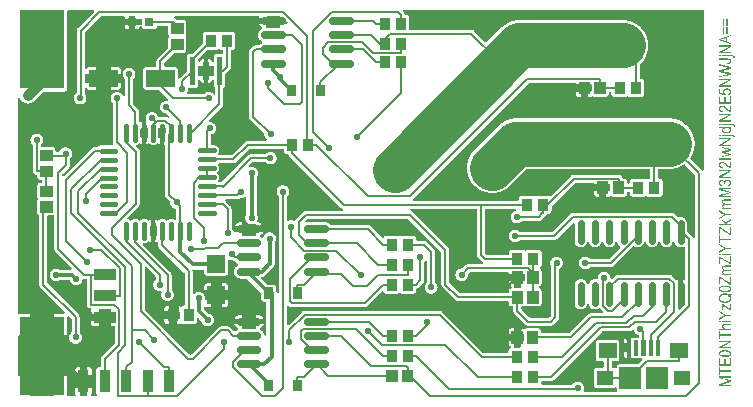
<source format=gbl>
G04 Created by GerbView*
%FSLAX26Y26*%
%MOIN*%
G75*
%ADD10C,0.0010*%
%ADD11C,0.1496*%
%ADD12C,0.0074*%
%ADD13C,0.0149*%
%ADD14C,0.0261*%
%ADD15C,0.0374*%
%ADD16C,0.0224*%
%ADD17C,0.0168*%
%ADD18R,0.0374X0.0411*%
%ADD19R,0.0303X0.0303*%
%ADD20R,0.1496X0.2618*%
%ADD21R,0.0374X0.0748*%
%ADD22R,0.1496X0.2617*%
%ADD23C,0.0673*%
%ADD24C,0.0231*%
%LNEXPORT*%
D02*
D10*
G36*
X260620Y1299523D02*
X178935D01*
X178374Y1299486D01*
X177850Y1299374D01*
X177326Y1299187D01*
X176877Y1298925D01*
X176429Y1298625D01*
X176055Y1298214D01*
X175718Y1297803D01*
X175456Y1297316D01*
X175269Y1296793D01*
X175157Y1296269D01*
X175120Y1295746D01*
Y1036216D01*
X175082Y1035318D01*
X174970Y1034421D01*
X174746Y1033561D01*
X174484Y1032738D01*
X174110Y1031915D01*
X173698Y1031167D01*
X173175Y1030419D01*
X172614Y1029746D01*
X171978Y1029110D01*
X171305Y1028549D01*
X170594Y1028025D01*
X169809Y1027614D01*
X168986Y1027240D01*
X168163Y1026978D01*
X167303Y1026753D01*
X166405Y1026641D01*
X165507Y1026604D01*
X96352D01*
X95753Y1026566D01*
X95155Y1026417D01*
X94631Y1026192D01*
X94108Y1025893D01*
X93659Y1025482D01*
X63251Y995112D01*
X62204Y994064D01*
X61082Y993129D01*
X59885Y992232D01*
X58688Y991372D01*
X57417Y990624D01*
X56108Y989913D01*
X54761Y989277D01*
X53415Y988679D01*
X51994Y988192D01*
X50572Y987781D01*
X49151Y987444D01*
X47692Y987145D01*
X46234Y986958D01*
X44738Y986846D01*
X43279Y986809D01*
X41746Y986846D01*
X40250Y986958D01*
X38753Y987183D01*
X37257Y987444D01*
X35799Y987818D01*
X34377Y988267D01*
X32956Y988753D01*
X31572Y989352D01*
X30188Y990025D01*
X28879Y990736D01*
X27608Y991559D01*
X26374Y992419D01*
X25177Y993354D01*
X24055Y994326D01*
X22970Y995374D01*
X21960Y996496D01*
X20988Y997655D01*
X20090Y998852D01*
X19267Y1000124D01*
X18482Y1001433D01*
X17809Y1002779D01*
X17509Y1003303D01*
X17098Y1003751D01*
X16649Y1004163D01*
X16125Y1004462D01*
X15564Y1004724D01*
X15003Y1004874D01*
X14368Y1004911D01*
X13844Y1004874D01*
X13320Y1004761D01*
X12797Y1004574D01*
X12311Y1004312D01*
X11899Y1003976D01*
X11525Y1003602D01*
X11188Y1003153D01*
X10927Y1002704D01*
X10740Y1002181D01*
X10627Y1001657D01*
X10590Y1001096D01*
Y290055D01*
X10627Y289531D01*
X10740Y289007D01*
X10927Y288484D01*
X11188Y287998D01*
X11525Y287586D01*
X11899Y287212D01*
X12311Y286875D01*
X12797Y286614D01*
X13320Y286427D01*
X13844Y286314D01*
X14368Y286277D01*
X14854D01*
X16013Y286352D01*
X51021D01*
Y213681D01*
X14368D01*
X13844Y213643D01*
X13320Y213531D01*
X12797Y213344D01*
X12311Y213082D01*
X11899Y212746D01*
X11525Y212372D01*
X11188Y211960D01*
X10927Y211474D01*
X10740Y210950D01*
X10627Y210427D01*
X10590Y209903D01*
Y81840D01*
X10627Y81279D01*
X10740Y80755D01*
X10927Y80269D01*
X11188Y79783D01*
X11525Y79334D01*
X11899Y78960D01*
X12311Y78624D01*
X12797Y78362D01*
X13320Y78175D01*
X13844Y78062D01*
X14368Y78025D01*
X51021D01*
Y14368D01*
X51059Y13844D01*
X51171Y13320D01*
X51358Y12797D01*
X51620Y12311D01*
X51919Y11899D01*
X52330Y11525D01*
X52742Y11188D01*
X53228Y10927D01*
X53714Y10740D01*
X54275Y10627D01*
X54799Y10590D01*
X126722D01*
X127246Y10627D01*
X127807Y10740D01*
X128293Y10927D01*
X128779Y11188D01*
X129190Y11525D01*
X129602Y11899D01*
X129901Y12311D01*
X130163Y12797D01*
X130350Y13320D01*
X130462Y13844D01*
X130500Y14368D01*
Y78025D01*
X175120D01*
Y14368D01*
X175157Y13844D01*
X175269Y13320D01*
X175456Y12797D01*
X175718Y12311D01*
X176055Y11899D01*
X176429Y11525D01*
X176840Y11188D01*
X177326Y10927D01*
X177850Y10740D01*
X178374Y10627D01*
X178897Y10590D01*
X199468D01*
X200029Y10627D01*
X200553Y10740D01*
X201076Y10927D01*
X201525Y11188D01*
X201974Y11525D01*
X202348Y11899D01*
X202685Y12311D01*
X202946Y12797D01*
X203133Y13320D01*
X203246Y13844D01*
X203283Y14368D01*
X203246Y15041D01*
X203059Y15677D01*
X202797Y16275D01*
X202423Y16799D01*
X201824Y17547D01*
X201338Y18370D01*
X200927Y19230D01*
X200627Y20127D01*
X200403Y21062D01*
X200253Y21998D01*
X200216Y22933D01*
Y39277D01*
X216785D01*
Y14368D01*
X216822Y13844D01*
X216935Y13320D01*
X217122Y12797D01*
X217383Y12311D01*
X217720Y11899D01*
X218094Y11525D01*
X218505Y11188D01*
X218992Y10927D01*
X219515Y10740D01*
X220039Y10627D01*
X220562Y10590D01*
X236458D01*
X236982Y10627D01*
X237505Y10740D01*
X238029Y10927D01*
X238515Y11188D01*
X238927Y11525D01*
X239301Y11899D01*
X239637Y12311D01*
X239899Y12797D01*
X240086Y13320D01*
X240198Y13844D01*
X240236Y14368D01*
Y39277D01*
X256805D01*
Y22933D01*
X256767Y21998D01*
X256618Y21062D01*
X256393Y20127D01*
X256094Y19230D01*
X255683Y18370D01*
X255196Y17547D01*
X254598Y16799D01*
X254224Y16275D01*
X253962Y15677D01*
X253775Y15041D01*
X253738Y14368D01*
X253775Y13844D01*
X253887Y13320D01*
X254074Y12797D01*
X254336Y12311D01*
X254673Y11899D01*
X255047Y11525D01*
X255496Y11188D01*
X255944Y10927D01*
X256468Y10740D01*
X256992Y10627D01*
X257553Y10590D01*
X270718D01*
X271279Y10627D01*
X271803Y10740D01*
X272326Y10927D01*
X272775Y11188D01*
X273224Y11525D01*
X273598Y11899D01*
X273935Y12311D01*
X274196Y12797D01*
X274383Y13320D01*
X274496Y13844D01*
X274533Y14368D01*
X274496Y15041D01*
X274309Y15677D01*
X274047Y16275D01*
X273673Y16799D01*
X273074Y17547D01*
X272588Y18370D01*
X272177Y19230D01*
X271877Y20127D01*
X271653Y21062D01*
X271503Y21998D01*
X271466Y22933D01*
Y97773D01*
X271503Y98671D01*
X271616Y99568D01*
X271803Y100429D01*
X272102Y101251D01*
X272438Y102074D01*
X272887Y102860D01*
X273374Y103570D01*
X273972Y104244D01*
X274570Y104879D01*
X275281Y105440D01*
X275992Y105964D01*
X276777Y106375D01*
X277562Y106750D01*
X278423Y107011D01*
X279283Y107236D01*
X280143Y107348D01*
X281041Y107385D01*
X282612D01*
X283173Y107423D01*
X283696Y107535D01*
X284220Y107722D01*
X284669Y107984D01*
X285118Y108320D01*
X285492Y108694D01*
X285828Y109143D01*
X286090Y109592D01*
X286277Y110116D01*
X286389Y110639D01*
X286427Y111200D01*
Y135998D01*
X286464Y137045D01*
X286576Y138055D01*
X286801Y139102D01*
X287062Y140112D01*
X287437Y141084D01*
X287885Y142019D01*
X288372Y142954D01*
X288970Y143814D01*
X289606Y144637D01*
X290316Y145423D01*
X332543Y187612D01*
X332917Y188061D01*
X333216Y188584D01*
X333440Y189108D01*
X333590Y189706D01*
X333627Y190305D01*
Y241994D01*
X333590Y242555D01*
X333478Y243078D01*
X333291Y243564D01*
X333029Y244051D01*
X332730Y244500D01*
X332318Y244874D01*
X331907Y245210D01*
X331421Y245472D01*
X330897Y245659D01*
X330374Y245771D01*
X329850Y245809D01*
X320836D01*
Y262377D01*
X329850D01*
X330374Y262415D01*
X330897Y262527D01*
X331421Y262714D01*
X331907Y262976D01*
X332318Y263312D01*
X332730Y263687D01*
X333029Y264135D01*
X333291Y264584D01*
X333478Y265108D01*
X333590Y265631D01*
X333627Y266192D01*
Y282051D01*
X333590Y282574D01*
X333478Y283098D01*
X333291Y283622D01*
X333029Y284108D01*
X332730Y284519D01*
X332318Y284931D01*
X331907Y285230D01*
X331421Y285492D01*
X330897Y285679D01*
X330374Y285791D01*
X329850Y285828D01*
X320836D01*
Y299742D01*
X320799Y300265D01*
X320687Y300789D01*
X320500Y301312D01*
X320238Y301761D01*
X319938Y302210D01*
X319527Y302584D01*
X319116Y302921D01*
X318629Y303183D01*
X318106Y303370D01*
X317582Y303482D01*
X317059Y303519D01*
X282462D01*
X281938Y303482D01*
X281415Y303370D01*
X280891Y303183D01*
X280405Y302921D01*
X279994Y302584D01*
X279582Y302210D01*
X279283Y301761D01*
X279021Y301312D01*
X278834Y300789D01*
X278722Y300265D01*
X278685Y299742D01*
Y285828D01*
X252728D01*
Y292822D01*
X252765Y293720D01*
X252915Y294618D01*
X253102Y295515D01*
X253401Y296375D01*
X253775Y297198D01*
X254224Y297984D01*
X254486Y298470D01*
X254673Y298956D01*
X254785Y299480D01*
X254822Y300041D01*
X254785Y300602D01*
X254673Y301163D01*
X254448Y301724D01*
X254149Y302210D01*
X253775Y302659D01*
X253326Y303070D01*
X252840Y303370D01*
X252316Y303594D01*
X251755Y303781D01*
X250708Y304005D01*
X249661Y304342D01*
X248651Y304753D01*
X247716Y305240D01*
X246781Y305801D01*
X245921Y306474D01*
X245098Y307147D01*
X243377Y308793D01*
X242629Y309541D01*
X241956Y310401D01*
X241320Y311299D01*
X240759Y312234D01*
X240311Y313206D01*
X239899Y314216D01*
X239600Y315263D01*
X239375Y316311D01*
X239263Y317395D01*
X239226Y318480D01*
Y399492D01*
X239188Y400015D01*
X239039Y400539D01*
X238852Y401062D01*
X238590Y401511D01*
X238291Y401960D01*
X237917Y402334D01*
X237468Y402671D01*
X236982Y402933D01*
X236496Y403120D01*
X235935Y403232D01*
X235411Y403269D01*
X229427D01*
X228866Y403232D01*
X228342Y403120D01*
X227818Y402933D01*
X227332Y402671D01*
X226883Y402334D01*
X226509Y401923D01*
X226210Y401474D01*
X225948Y400988D01*
X225761Y400464D01*
X225649Y399940D01*
X225462Y398669D01*
X225200Y397397D01*
X224864Y396163D01*
X224452Y394966D01*
X223966Y393769D01*
X223405Y392610D01*
X222769Y391488D01*
X222096Y390403D01*
X221311Y389356D01*
X220488Y388383D01*
X219627Y387448D01*
X218692Y386551D01*
X217720Y385728D01*
X216673Y384980D01*
X215588Y384269D01*
X214466Y383633D01*
X213344Y383072D01*
X212147Y382586D01*
X210913Y382175D01*
X209679Y381838D01*
X208444Y381539D01*
X207173Y381352D01*
X205901Y381240D01*
X204592Y381202D01*
X203320Y381240D01*
X202049Y381352D01*
X200777Y381539D01*
X199543Y381838D01*
X198309Y382175D01*
X197112Y382586D01*
X195915Y383072D01*
X194755Y383633D01*
X193671Y384269D01*
X192586Y384942D01*
X191539Y385690D01*
X190566Y386513D01*
X189631Y387411D01*
X188771Y388346D01*
X187948Y389318D01*
X187200Y390328D01*
X186490Y391413D01*
X185854Y392535D01*
X185293Y393657D01*
X184807Y394854D01*
X184395Y396051D01*
X184171Y396612D01*
X183872Y397135D01*
X183460Y397584D01*
X183011Y397996D01*
X182488Y398295D01*
X181927Y398557D01*
X181366Y398669D01*
X180767Y398744D01*
X150734D01*
X150173Y398669D01*
X149649Y398557D01*
X149125Y398370D01*
X148639Y398108D01*
X147480Y397397D01*
X146246Y396761D01*
X145011Y396200D01*
X143702Y395714D01*
X142393Y395303D01*
X141084Y395003D01*
X139738Y394779D01*
X138354Y394667D01*
X136970Y394629D01*
X135698Y394667D01*
X134427Y394779D01*
X133155Y394966D01*
X131921Y395228D01*
X130687Y395564D01*
X129490Y395976D01*
X128293Y396462D01*
X127133Y397023D01*
X126011Y397659D01*
X124964Y398370D01*
X123917Y399118D01*
X122944Y399940D01*
X122009Y400838D01*
X121112Y401736D01*
X120289Y402746D01*
X119541Y403755D01*
X118868Y404840D01*
X118232Y405962D01*
X117671Y407122D01*
X117185Y408281D01*
X116773Y409515D01*
X116399Y410750D01*
X116137Y411984D01*
X115950Y413255D01*
X115838Y414527D01*
X115801Y415799D01*
X115838Y417070D01*
X115950Y418342D01*
X116137Y419614D01*
X116399Y420885D01*
X116773Y422120D01*
X117185Y423316D01*
X117671Y424513D01*
X118232Y425635D01*
X118868Y426757D01*
X119541Y427842D01*
X120289Y428889D01*
X121112Y429862D01*
X122009Y430797D01*
X122944Y431657D01*
X123917Y432480D01*
X124964Y433228D01*
X126011Y433938D01*
X127133Y434574D01*
X128293Y435135D01*
X129490Y435622D01*
X130687Y436033D01*
X131921Y436370D01*
X133155Y436631D01*
X134427Y436856D01*
X135698Y436968D01*
X136970Y437005D01*
X138354Y436931D01*
X139738Y436818D01*
X141084Y436594D01*
X142393Y436295D01*
X143702Y435883D01*
X145011Y435435D01*
X146246Y434874D01*
X147480Y434238D01*
X148639Y433490D01*
X149125Y433228D01*
X149649Y433041D01*
X150173Y432929D01*
X150734Y432891D01*
X185330D01*
X185891Y432929D01*
X186415Y433041D01*
X186938Y433228D01*
X187387Y433490D01*
X187836Y433789D01*
X188210Y434200D01*
X188547Y434612D01*
X188809Y435098D01*
X188996Y435622D01*
X189108Y436145D01*
X189145Y436669D01*
X189108Y437267D01*
X188958Y437866D01*
X188734Y438427D01*
X188397Y438913D01*
X188023Y439362D01*
X135324Y491612D01*
X134614Y492360D01*
X133978Y493183D01*
X133379Y494080D01*
X132856Y494978D01*
X132407Y495950D01*
X132033Y496923D01*
X131771Y497933D01*
X131547Y498980D01*
X131435Y500027D01*
X131397Y501074D01*
Y610287D01*
X131360Y610811D01*
X131248Y611334D01*
X131023Y611858D01*
X130799Y612307D01*
X130462Y612755D01*
X130088Y613129D01*
X129639Y613466D01*
X129153Y613728D01*
X128667Y613915D01*
X128143Y614027D01*
X127582Y614064D01*
X127021Y614027D01*
X125637Y613915D01*
X111799D01*
X111238Y613877D01*
X110714Y613765D01*
X110228Y613578D01*
X109742Y613316D01*
X109293Y612980D01*
X108919Y612606D01*
X108582Y612194D01*
X108320Y611708D01*
X108133Y611185D01*
X108021Y610661D01*
X107984Y610137D01*
Y390066D01*
X108021Y389468D01*
X108171Y388907D01*
X108395Y388346D01*
X108732Y387860D01*
X109106Y387374D01*
X211511Y284968D01*
X212222Y284183D01*
X212895Y283360D01*
X213456Y282500D01*
X213980Y281602D01*
X214429Y280629D01*
X214765Y279657D01*
X215064Y278647D01*
X215289Y277637D01*
X215401Y276590D01*
X215438Y275543D01*
Y225238D01*
X215476Y224602D01*
X215625Y224003D01*
X215887Y223442D01*
X216224Y222919D01*
X216635Y222470D01*
X217570Y221535D01*
X218431Y220525D01*
X219253Y219478D01*
X220001Y218393D01*
X220675Y217234D01*
X221273Y216037D01*
X221797Y214840D01*
X222246Y213568D01*
X222620Y212297D01*
X222919Y210988D01*
X223106Y209679D01*
X223255Y208370D01*
X223293Y207023D01*
X223255Y205751D01*
X223143Y204480D01*
X222956Y203208D01*
X222657Y201974D01*
X222320Y200740D01*
X221909Y199543D01*
X221423Y198346D01*
X220862Y197187D01*
X220226Y196064D01*
X219553Y195017D01*
X218767Y193970D01*
X217944Y192998D01*
X217084Y192062D01*
X216149Y191165D01*
X215177Y190342D01*
X214129Y189594D01*
X213045Y188921D01*
X211960Y188285D01*
X210801Y187724D01*
X209604Y187238D01*
X208407Y186826D01*
X207173Y186452D01*
X205938Y186190D01*
X204667Y186003D01*
X203395Y185891D01*
X202086Y185854D01*
X200777Y185891D01*
X199468Y186003D01*
X198159Y186228D01*
X196850Y186527D01*
X195578Y186864D01*
X194344Y187312D01*
X193110Y187836D01*
X191950Y188435D01*
X190791Y189108D01*
X189706Y189856D01*
X188659Y190679D01*
X187649Y191539D01*
X186714Y192474D01*
X185816Y193446D01*
X185031Y194494D01*
X184283Y195616D01*
X183572Y196738D01*
X182974Y197897D01*
X182450Y199131D01*
X181964Y200403D01*
X181590Y201675D01*
X181291Y203021D01*
X181066Y204330D01*
X180954Y205677D01*
X180917Y207023D01*
X181066Y209454D01*
Y209903D01*
X181029Y210501D01*
X180879Y211137D01*
X180618Y211698D01*
X180281Y212222D01*
X179832Y212708D01*
X180393Y212895D01*
X180954Y213157D01*
X181403Y213494D01*
X181852Y213942D01*
X182188Y214429D01*
X182450Y214952D01*
X182974Y216149D01*
X183572Y217309D01*
X184246Y218431D01*
X184994Y219515D01*
X185779Y220562D01*
X186639Y221535D01*
X187574Y222470D01*
X187986Y222919D01*
X188322Y223442D01*
X188547Y224003D01*
X188696Y224602D01*
X188771Y225238D01*
Y268437D01*
X188734Y269035D01*
X188584Y269596D01*
X188360Y270157D01*
X188023Y270681D01*
X187649Y271129D01*
X181590Y277151D01*
X181141Y277562D01*
X180655Y277862D01*
X180094Y278086D01*
X179533Y278236D01*
X178935Y278273D01*
X178374Y278236D01*
X177850Y278124D01*
X177326Y277937D01*
X176877Y277675D01*
X176429Y277338D01*
X176055Y276964D01*
X175718Y276553D01*
X175456Y276066D01*
X175269Y275543D01*
X175157Y275019D01*
X175120Y274496D01*
Y216374D01*
X175157Y215775D01*
X175307Y215214D01*
X175531Y214653D01*
X175830Y214129D01*
X176242Y213681D01*
X130500D01*
Y286352D01*
X163226D01*
X163787Y286389D01*
X164311Y286501D01*
X164834Y286726D01*
X165283Y286950D01*
X165732Y287287D01*
X166106Y287661D01*
X166442Y288110D01*
X166704Y288596D01*
X166891Y289082D01*
X167003Y289643D01*
X167041Y290167D01*
X167003Y290765D01*
X166854Y291326D01*
X166629Y291887D01*
X166330Y292411D01*
X165919Y292860D01*
X85244Y373535D01*
X84533Y374320D01*
X83860Y375143D01*
X83299Y376003D01*
X82775Y376938D01*
X82326Y377874D01*
X81990Y378846D01*
X81690Y379856D01*
X81466Y380903D01*
X81354Y381950D01*
X81316Y382998D01*
Y612007D01*
X81279Y612568D01*
X81167Y613129D01*
X80942Y613653D01*
X80681Y614139D01*
X80344Y614588D01*
X79933Y614962D01*
X79484Y615299D01*
X78736Y615785D01*
X78025Y616346D01*
X77389Y616982D01*
X76791Y617655D01*
X76267Y618403D01*
X75818Y619188D01*
X75482Y620011D01*
X75183Y620872D01*
X74958Y621732D01*
X74846Y622629D01*
X74809Y623527D01*
Y660854D01*
X74846Y661789D01*
X74996Y662761D01*
X75220Y663659D01*
X75557Y664557D01*
X75968Y665417D01*
X76454Y666240D01*
X76716Y666726D01*
X76940Y667250D01*
X77053Y667811D01*
X77090Y668372D01*
X77053Y668933D01*
X76940Y669456D01*
X76716Y670017D01*
X76454Y670503D01*
X75968Y671289D01*
X75557Y672149D01*
X75220Y673047D01*
X74996Y673982D01*
X74846Y674917D01*
X74809Y675852D01*
Y713216D01*
X74846Y714076D01*
X74958Y714974D01*
X75183Y715834D01*
X75444Y716657D01*
X75818Y717480D01*
X76230Y718265D01*
X76753Y718976D01*
X77314Y719649D01*
X77913Y720285D01*
X78624Y720846D01*
X79334Y721370D01*
X80120Y721781D01*
X80942Y722155D01*
X81765Y722417D01*
X82625Y722641D01*
X83523Y722753D01*
X84383Y722791D01*
X87862D01*
X88423Y722828D01*
X88946Y722940D01*
X89470Y723127D01*
X89919Y723389D01*
X90368Y723726D01*
X90742Y724100D01*
X91078Y724549D01*
X91340Y725035D01*
X91527Y725521D01*
X91639Y726045D01*
X91677Y726606D01*
Y728887D01*
X91639Y729411D01*
X91527Y729935D01*
X91340Y730458D01*
X91078Y730944D01*
X90742Y731356D01*
X90368Y731730D01*
X89919Y732066D01*
X89470Y732328D01*
X88946Y732515D01*
X88423Y732627D01*
X87862Y732665D01*
X84383D01*
X83523Y732702D01*
X82625Y732852D01*
X81765Y733039D01*
X80942Y733338D01*
X80120Y733675D01*
X79334Y734124D01*
X78624Y734610D01*
X77913Y735171D01*
X77314Y735807D01*
X76753Y736480D01*
X76230Y737228D01*
X75818Y737976D01*
X75444Y738799D01*
X75183Y739659D01*
X74958Y740519D01*
X74846Y741379D01*
X74809Y742277D01*
Y744147D01*
X74771Y744708D01*
X74622Y745269D01*
X74435Y745793D01*
X74135Y746279D01*
X73761Y746728D01*
X73350Y747139D01*
X72864Y747438D01*
X72340Y747700D01*
X71816Y747850D01*
X70732Y748112D01*
X69722Y748486D01*
X68712Y748935D01*
X67740Y749458D01*
X66842Y750057D01*
X65982Y750730D01*
X65196Y751478D01*
X63513Y753124D01*
X62803Y753872D01*
X62167Y754694D01*
X61568Y755592D01*
X61082Y756490D01*
X60633Y757425D01*
X60259Y758435D01*
X59998Y759444D01*
X59773Y760454D01*
X59661Y761501D01*
X59624Y762549D01*
Y847637D01*
X59586Y848236D01*
X59437Y848834D01*
X59175Y849395D01*
X58838Y849919D01*
X58427Y850368D01*
X57492Y851340D01*
X56631Y852312D01*
X55809Y853360D01*
X55061Y854482D01*
X54425Y855604D01*
X53826Y856801D01*
X53303Y857998D01*
X52854Y859269D01*
X52480Y860541D01*
X52181Y861812D01*
X51994Y863122D01*
X51844Y864431D01*
X51807Y865777D01*
X51844Y867049D01*
X51956Y868320D01*
X52143Y869592D01*
X52442Y870826D01*
X52779Y872061D01*
X53190Y873295D01*
X53677Y874454D01*
X54238Y875614D01*
X54874Y876736D01*
X55547Y877820D01*
X56332Y878830D01*
X57155Y879803D01*
X58015Y880738D01*
X58950Y881635D01*
X59923Y882458D01*
X60970Y883206D01*
X62017Y883917D01*
X63139Y884515D01*
X64299Y885076D01*
X65496Y885562D01*
X66692Y886011D01*
X67927Y886348D01*
X69161Y886610D01*
X70433Y886797D01*
X71704Y886909D01*
X73013Y886946D01*
X74285Y886909D01*
X75557Y886797D01*
X76828Y886610D01*
X78062Y886348D01*
X79297Y886011D01*
X80494Y885562D01*
X81690Y885076D01*
X82850Y884515D01*
X83972Y883917D01*
X85019Y883206D01*
X86066Y882458D01*
X87039Y881635D01*
X87974Y880738D01*
X88834Y879803D01*
X89657Y878830D01*
X90442Y877820D01*
X91116Y876736D01*
X91751Y875614D01*
X92312Y874454D01*
X92799Y873295D01*
X93210Y872061D01*
X93547Y870826D01*
X93846Y869592D01*
X94033Y868320D01*
X94145Y867049D01*
X94183Y865777D01*
X94145Y864431D01*
X93996Y863122D01*
X93809Y861812D01*
X93509Y860503D01*
X93135Y859232D01*
X92687Y857960D01*
X92163Y856763D01*
X91564Y855566D01*
X90891Y854407D01*
X90143Y853322D01*
X89320Y852275D01*
X88423Y851265D01*
X87488Y850330D01*
X87076Y849844D01*
X86740Y849358D01*
X86478Y848759D01*
X86328Y848161D01*
X86291Y847562D01*
Y845356D01*
X86328Y844795D01*
X86440Y844271D01*
X86627Y843785D01*
X86889Y843299D01*
X87226Y842850D01*
X87600Y842476D01*
X88049Y842139D01*
X88498Y841877D01*
X89021Y841690D01*
X89545Y841578D01*
X90106Y841541D01*
X125637D01*
X126498Y841503D01*
X127395Y841391D01*
X128255Y841167D01*
X129078Y840905D01*
X129901Y840531D01*
X130687Y840120D01*
X131397Y839596D01*
X132108Y839035D01*
X132706Y838399D01*
X133267Y837726D01*
X133791Y837015D01*
X134202Y836230D01*
X134576Y835407D01*
X134838Y834584D01*
X135062Y833724D01*
X135175Y832826D01*
X135212Y831966D01*
Y830358D01*
X135250Y829834D01*
X135362Y829311D01*
X135549Y828787D01*
X135811Y828301D01*
X136147Y827889D01*
X136521Y827515D01*
X136970Y827179D01*
X137456Y826917D01*
X137942Y826730D01*
X138466Y826618D01*
X139027Y826580D01*
X146881D01*
X147405Y826618D01*
X147966Y826730D01*
X148452Y826917D01*
X148938Y827179D01*
X149387Y827515D01*
X149761Y827889D01*
X150061Y828301D01*
X150322Y828787D01*
X150921Y829946D01*
X151519Y831031D01*
X152230Y832116D01*
X152978Y833125D01*
X153801Y834098D01*
X154698Y835033D01*
X155633Y835893D01*
X156606Y836716D01*
X157616Y837464D01*
X158700Y838137D01*
X159822Y838773D01*
X160944Y839334D01*
X162141Y839820D01*
X163338Y840232D01*
X164572Y840568D01*
X165807Y840830D01*
X167078Y841017D01*
X168350Y841129D01*
X169622Y841167D01*
X170893Y841129D01*
X172165Y841017D01*
X173437Y840830D01*
X174671Y840568D01*
X175905Y840194D01*
X177139Y839783D01*
X178299Y839297D01*
X179458Y838736D01*
X180580Y838100D01*
X181665Y837427D01*
X182675Y836679D01*
X183647Y835856D01*
X184582Y834958D01*
X185480Y834023D01*
X186303Y833051D01*
X187051Y832003D01*
X187761Y830956D01*
X188360Y829834D01*
X188921Y828675D01*
X189407Y827478D01*
X189856Y826281D01*
X190192Y825047D01*
X190454Y823812D01*
X190641Y822541D01*
X190753Y821269D01*
X190791Y819998D01*
X190753Y818651D01*
X190641Y817342D01*
X190417Y816033D01*
X190155Y814724D01*
X189781Y813452D01*
X189332Y812181D01*
X188809Y810984D01*
X188173Y809787D01*
X187500Y808627D01*
X186751Y807543D01*
X185966Y806496D01*
X185068Y805486D01*
X184133Y804551D01*
X183722Y804102D01*
X183385Y803578D01*
X183161Y803017D01*
X183011Y802419D01*
X182937Y801783D01*
Y781025D01*
X182899Y779978D01*
X182787Y778931D01*
X182562Y777921D01*
X182301Y776911D01*
X181927Y775901D01*
X181478Y774966D01*
X180954Y774031D01*
X180393Y773171D01*
X179720Y772348D01*
X179009Y771600D01*
X159187Y751814D01*
X158775Y751366D01*
X158476Y750842D01*
X158251Y750281D01*
X158102Y749720D01*
X158064Y749122D01*
Y747812D01*
X158102Y747251D01*
X158214Y746728D01*
X158401Y746204D01*
X158663Y745755D01*
X159000Y745307D01*
X159374Y744933D01*
X159785Y744596D01*
X160271Y744334D01*
X160795Y744147D01*
X161318Y744035D01*
X161842Y743998D01*
X162440Y744035D01*
X163039Y744185D01*
X163562Y744409D01*
X164086Y744708D01*
X164535Y745120D01*
X258712Y839297D01*
X259498Y840007D01*
X260320Y840643D01*
X261181Y841242D01*
X262116Y841728D01*
X263051Y842177D01*
X264023Y842551D01*
X265033Y842812D01*
X266080Y843037D01*
X267090Y843149D01*
X268137Y843187D01*
X276179D01*
X276814Y843261D01*
X277413Y843411D01*
X278011Y843673D01*
X278535Y844009D01*
X279507Y844720D01*
X280517Y845356D01*
X281564Y845954D01*
X282649Y846440D01*
X283771Y846889D01*
X284931Y847226D01*
X286090Y847525D01*
X287287Y847712D01*
X288484Y847824D01*
X289681Y847862D01*
X324165D01*
X324726Y847899D01*
X325250Y848011D01*
X325773Y848198D01*
X326222Y848460D01*
X326671Y848797D01*
X327045Y849171D01*
X327381Y849620D01*
X327643Y850106D01*
X327830Y850592D01*
X327942Y851116D01*
X327980Y851677D01*
X327942Y852275D01*
X327793Y852874D01*
X327494Y853921D01*
X327269Y854968D01*
X327120Y856053D01*
X327082Y857137D01*
Y985612D01*
X327045Y986210D01*
X326895Y986809D01*
X326633Y987370D01*
X326297Y987893D01*
X325885Y988342D01*
X324950Y989314D01*
X324090Y990287D01*
X323267Y991334D01*
X322519Y992456D01*
X321846Y993578D01*
X321248Y994775D01*
X320724Y995972D01*
X320275Y997244D01*
X319901Y998515D01*
X319639Y999787D01*
X319415Y1001096D01*
X319303Y1002442D01*
X319265Y1003751D01*
X319303Y1005023D01*
X319415Y1006332D01*
X319602Y1007566D01*
X319864Y1008838D01*
X320238Y1010072D01*
X320649Y1011269D01*
X321135Y1012466D01*
X321696Y1013625D01*
X322332Y1014748D01*
X323005Y1015795D01*
X323791Y1016842D01*
X324614Y1017814D01*
X325474Y1018750D01*
X326409Y1019647D01*
X327381Y1020470D01*
X328429Y1021218D01*
X329513Y1021891D01*
X330635Y1022527D01*
X331795Y1023088D01*
X332954Y1023574D01*
X334188Y1023986D01*
X335423Y1024322D01*
X336657Y1024622D01*
X337218Y1024771D01*
X337779Y1024996D01*
X338265Y1025295D01*
X338714Y1025706D01*
X339088Y1026155D01*
X339387Y1026641D01*
X339612Y1027202D01*
X339724Y1027763D01*
X339799Y1028362D01*
X339761Y1028885D01*
X339649Y1029409D01*
X339425Y1029933D01*
X339200Y1030419D01*
X338864Y1030830D01*
X338490Y1031204D01*
X338041Y1031541D01*
X337555Y1031803D01*
X337068Y1031990D01*
X336545Y1032102D01*
X335984Y1032139D01*
X321248D01*
Y1053608D01*
X352216D01*
Y1041751D01*
X352179Y1040891D01*
X352066Y1040031D01*
X351879Y1039171D01*
X351580Y1038348D01*
X351244Y1037562D01*
X350832Y1036777D01*
X350346Y1036066D01*
X349822Y1035393D01*
X349224Y1034757D01*
X348551Y1034196D01*
X347840Y1033710D01*
X347092Y1033261D01*
X346307Y1032887D01*
X345521Y1032588D01*
X344661Y1032364D01*
X343801Y1032214D01*
X343277Y1032102D01*
X342753Y1031915D01*
X342267Y1031690D01*
X341818Y1031354D01*
X341444Y1030980D01*
X341108Y1030531D01*
X340846Y1030045D01*
X340659Y1029521D01*
X340547Y1028998D01*
X340509Y1028437D01*
X340547Y1027913D01*
X340659Y1027389D01*
X340846Y1026866D01*
X341070Y1026417D01*
X341407Y1025968D01*
X341781Y1025594D01*
X342230Y1025257D01*
X342679Y1024996D01*
X343165Y1024809D01*
X343726Y1024696D01*
X344998Y1024472D01*
X346269Y1024135D01*
X347503Y1023724D01*
X348738Y1023275D01*
X349935Y1022714D01*
X351094Y1022078D01*
X352179Y1021405D01*
X353263Y1020620D01*
X354273Y1019797D01*
X355246Y1018937D01*
X356143Y1018001D01*
X357003Y1016992D01*
X357789Y1015944D01*
X358500Y1014860D01*
X359173Y1013700D01*
X359472Y1013214D01*
X359846Y1012765D01*
X360295Y1012391D01*
X360818Y1012092D01*
X361342Y1011868D01*
X361940Y1011718D01*
X362501Y1011681D01*
X363062Y1011718D01*
X363586Y1011830D01*
X364110Y1012017D01*
X364559Y1012279D01*
X365007Y1012616D01*
X365381Y1012990D01*
X365718Y1013438D01*
X365980Y1013925D01*
X366167Y1014411D01*
X366279Y1014935D01*
X366316Y1015496D01*
Y1067895D01*
X366279Y1068456D01*
X366129Y1069017D01*
X365942Y1069541D01*
X365643Y1070064D01*
X365307Y1070513D01*
X364409Y1071486D01*
X363624Y1072533D01*
X362875Y1073618D01*
X362202Y1074740D01*
X361604Y1075937D01*
X361080Y1077133D01*
X360669Y1078368D01*
X360295Y1079639D01*
X359996Y1080911D01*
X359771Y1082220D01*
X359659Y1083342D01*
X359584Y1083940D01*
X359397Y1084501D01*
X359135Y1085025D01*
X358761Y1085511D01*
X359135Y1085998D01*
X359435Y1086521D01*
X359659Y1087045D01*
X359771Y1087643D01*
X359996Y1088915D01*
X360257Y1090149D01*
X360594Y1091383D01*
X361043Y1092580D01*
X361529Y1093740D01*
X362090Y1094899D01*
X362726Y1095984D01*
X363437Y1097068D01*
X364185Y1098078D01*
X365007Y1099051D01*
X365868Y1099986D01*
X366803Y1100846D01*
X367775Y1101669D01*
X368822Y1102417D01*
X369870Y1103090D01*
X370992Y1103726D01*
X372151Y1104287D01*
X373311Y1104773D01*
X374507Y1105185D01*
X375742Y1105521D01*
X377013Y1105783D01*
X378248Y1105970D01*
X379519Y1106082D01*
X380791Y1106120D01*
X382062Y1106082D01*
X383334Y1105970D01*
X384606Y1105783D01*
X385877Y1105521D01*
X387112Y1105147D01*
X388309Y1104736D01*
X389505Y1104250D01*
X390627Y1103688D01*
X391750Y1103053D01*
X392834Y1102379D01*
X394854Y1100809D01*
X395789Y1099911D01*
X396649Y1098976D01*
X397472Y1098003D01*
X398220Y1096956D01*
X398931Y1095909D01*
X399566Y1094787D01*
X400127Y1093627D01*
X400614Y1092431D01*
X401025Y1091234D01*
X401362Y1090000D01*
X401624Y1088765D01*
X401811Y1087494D01*
X401960Y1086222D01*
X401998Y1084950D01*
X401923Y1083604D01*
X401811Y1082295D01*
X401624Y1080986D01*
X401324Y1079677D01*
X400950Y1078405D01*
X400501Y1077171D01*
X399978Y1075937D01*
X399379Y1074777D01*
X398706Y1073618D01*
X397958Y1072533D01*
X397135Y1071486D01*
X396275Y1070476D01*
X395340Y1069541D01*
X394368Y1068643D01*
X393956Y1068269D01*
X393620Y1067820D01*
X393358Y1067334D01*
X393133Y1066848D01*
X393021Y1066287D01*
X392984Y1065726D01*
Y987370D01*
X393021Y986771D01*
X393171Y986173D01*
X393395Y985612D01*
X393694Y985125D01*
X394106Y984677D01*
X410001Y968781D01*
X410712Y967996D01*
X411348Y967173D01*
X411909Y966312D01*
X412433Y965415D01*
X412881Y964442D01*
X413255Y963470D01*
X413517Y962460D01*
X413742Y961450D01*
X413854Y960403D01*
X413891Y959356D01*
Y928874D01*
X413929Y928312D01*
X414041Y927789D01*
X414228Y927303D01*
X414490Y926816D01*
X414826Y926368D01*
X415200Y925994D01*
X415649Y925657D01*
X416098Y925395D01*
X416622Y925208D01*
X417145Y925096D01*
X417706Y925059D01*
X418267Y925133D01*
X418866Y925246D01*
X419427Y925470D01*
X419913Y925807D01*
X421185Y926629D01*
X422494Y927340D01*
X423915Y927976D01*
Y906358D01*
X422381D01*
X421820Y906320D01*
X421297Y906208D01*
X420773Y906021D01*
X420324Y905759D01*
X419875Y905423D01*
X419501Y905049D01*
X419165Y904600D01*
X418903Y904151D01*
X418716Y903627D01*
X418604Y903104D01*
X418566Y902543D01*
Y874978D01*
X418604Y874417D01*
X418716Y873893D01*
X418903Y873370D01*
X419165Y872921D01*
X419501Y872472D01*
X419875Y872098D01*
X420324Y871761D01*
X420773Y871500D01*
X421297Y871312D01*
X421820Y871200D01*
X422381Y871163D01*
X423915D01*
Y849545D01*
X422643Y850106D01*
X421409Y850742D01*
X420250Y851490D01*
X419165Y852312D01*
X418118Y853210D01*
X417669Y853584D01*
X417183Y853883D01*
X416659Y854070D01*
X416098Y854220D01*
X415500Y854257D01*
X414938Y854220D01*
X414377Y854070D01*
X413854Y853883D01*
X413368Y853584D01*
X412919Y853210D01*
X411909Y852350D01*
X410862Y851527D01*
X409740Y850816D01*
X408580Y850181D01*
X407346Y849657D01*
X406112Y849171D01*
X405551Y848946D01*
X405064Y848647D01*
X404616Y848273D01*
X404204Y847824D01*
X403905Y847301D01*
X403681Y846740D01*
X403531Y846179D01*
X403494Y845580D01*
X403531Y844982D01*
X403681Y844383D01*
X403905Y843860D01*
X404204Y843336D01*
X404578Y842887D01*
X412657Y834846D01*
X413368Y834061D01*
X414003Y833238D01*
X414564Y832377D01*
X415088Y831480D01*
X415537Y830507D01*
X415911Y829535D01*
X416173Y828525D01*
X416397Y827515D01*
X416509Y826468D01*
X416547Y825421D01*
Y653374D01*
X416509Y652326D01*
X416397Y651279D01*
X416173Y650269D01*
X415911Y649259D01*
X415537Y648250D01*
X415088Y647314D01*
X414564Y646379D01*
X414003Y645519D01*
X413368Y644696D01*
X412657Y643948D01*
X376153Y607444D01*
X375779Y606996D01*
X375442Y606472D01*
X375218Y605948D01*
X375068Y605350D01*
X375031Y604751D01*
X375068Y604190D01*
X375218Y603629D01*
X375405Y603106D01*
X375704Y602620D01*
X376078Y602171D01*
X376490Y601759D01*
X376976Y601460D01*
X377462Y601198D01*
X378771Y600675D01*
X380005Y600001D01*
X381202Y599253D01*
X382324Y598431D01*
X383372Y597496D01*
X383820Y597159D01*
X384307Y596860D01*
X384830Y596635D01*
X385391Y596523D01*
X385990Y596486D01*
X386551Y596523D01*
X387112Y596635D01*
X387635Y596860D01*
X388122Y597159D01*
X388570Y597496D01*
X389505Y598318D01*
X390478Y599066D01*
X391525Y599740D01*
X392610Y600375D01*
X393732Y600899D01*
X394854Y601348D01*
X396051Y601722D01*
X397248Y602021D01*
X398482Y602246D01*
X399716Y602358D01*
X400950Y602395D01*
X402185Y602358D01*
X403419Y602246D01*
X404616Y602021D01*
X405812Y601722D01*
X407009Y601348D01*
X408169Y600899D01*
X409253Y600375D01*
X410338Y599740D01*
X411385Y599066D01*
X412358Y598318D01*
X413293Y597496D01*
X413742Y597159D01*
X414228Y596860D01*
X414751Y596635D01*
X415312Y596523D01*
X415911Y596486D01*
X416472Y596523D01*
X417033Y596635D01*
X417557Y596860D01*
X418043Y597159D01*
X418492Y597496D01*
X419427Y598318D01*
X420399Y599066D01*
X421446Y599740D01*
X422531Y600375D01*
X423653Y600899D01*
X424775Y601348D01*
X425972Y601722D01*
X427169Y602021D01*
X428403Y602246D01*
X429637Y602358D01*
X430872Y602395D01*
X432106Y602358D01*
X433340Y602246D01*
X434537Y602021D01*
X435734Y601722D01*
X436931Y601348D01*
X438090Y600899D01*
X439212Y600375D01*
X440259Y599740D01*
X441307Y599066D01*
X442279Y598318D01*
X443214Y597496D01*
X443663Y597159D01*
X444149Y596860D01*
X444673Y596635D01*
X445234Y596523D01*
X445832Y596486D01*
X446393Y596523D01*
X446954Y596635D01*
X447478Y596860D01*
X448001Y597159D01*
X448413Y597496D01*
X449460Y598393D01*
X450582Y599216D01*
X451742Y599964D01*
X452938Y600600D01*
X454210Y601161D01*
Y579543D01*
X452677D01*
X452116Y579505D01*
X451592Y579393D01*
X451106Y579206D01*
X450620Y578944D01*
X450171Y578645D01*
X449797Y578234D01*
X449460Y577822D01*
X449198Y577336D01*
X449011Y576812D01*
X448899Y576289D01*
X448862Y575765D01*
Y548163D01*
X448899Y547639D01*
X449011Y547078D01*
X449198Y546592D01*
X449460Y546106D01*
X449797Y545657D01*
X450171Y545283D01*
X450620Y544984D01*
X451106Y544722D01*
X451592Y544535D01*
X452116Y544385D01*
X452677Y544348D01*
X454210D01*
Y522767D01*
X452938Y523291D01*
X451742Y523964D01*
X450582Y524675D01*
X449460Y525498D01*
X448413Y526433D01*
X448001Y526769D01*
X447478Y527068D01*
X446954Y527293D01*
X446393Y527405D01*
X445832Y527442D01*
X445234Y527405D01*
X444673Y527293D01*
X444149Y527068D01*
X443663Y526769D01*
X443214Y526433D01*
X442279Y525610D01*
X441344Y524862D01*
X440297Y524188D01*
X439250Y523590D01*
X438127Y523029D01*
X437005Y522580D01*
X435846Y522206D01*
X434649Y521907D01*
X433452Y521683D01*
X432218Y521570D01*
X431021Y521496D01*
X430460Y521458D01*
X429937Y521346D01*
X429450Y521159D01*
X428964Y520897D01*
X428553Y520561D01*
X428141Y520187D01*
X427842Y519738D01*
X427580Y519289D01*
X427393Y518765D01*
X427281Y518242D01*
X427244Y517718D01*
X427281Y517120D01*
X427431Y516521D01*
X427655Y515998D01*
X427954Y515474D01*
X428366Y515025D01*
X518129Y425261D01*
X518840Y424476D01*
X519476Y423653D01*
X520037Y422793D01*
X520561Y421895D01*
X521009Y420923D01*
X521383Y419950D01*
X521645Y418940D01*
X521870Y417931D01*
X521982Y416883D01*
X522019Y415836D01*
Y367850D01*
X522057Y367251D01*
X522206Y366653D01*
X522468Y366055D01*
X522805Y365531D01*
X523216Y365082D01*
X524151Y364147D01*
X525011Y363137D01*
X525834Y362090D01*
X526582Y361005D01*
X527255Y359846D01*
X527854Y358687D01*
X528377Y357452D01*
X528826Y356218D01*
X529200Y354909D01*
X529500Y353637D01*
X529724Y352328D01*
X529836Y350982D01*
X529874Y349673D01*
X529836Y348401D01*
X529724Y347092D01*
X529537Y345858D01*
X529275Y344586D01*
X528901Y343352D01*
X528490Y342155D01*
X528003Y340958D01*
X527442Y339799D01*
X526807Y338714D01*
X526133Y337629D01*
X525348Y336582D01*
X524562Y335610D01*
X523665Y334675D01*
X522730Y333814D01*
X521757Y332992D01*
X520710Y332244D01*
X519663Y331533D01*
X518541Y330897D01*
X517381Y330336D01*
X516185Y329850D01*
X514988Y329438D01*
X513753Y329102D01*
X512519Y328803D01*
X511248Y328616D01*
X509976Y328503D01*
X508667Y328466D01*
X507395Y328503D01*
X506124Y328616D01*
X504852Y328803D01*
X503618Y329102D01*
X502383Y329438D01*
X501187Y329850D01*
X499990Y330336D01*
X498830Y330897D01*
X497708Y331533D01*
X496661Y332244D01*
X495614Y332992D01*
X494641Y333814D01*
X493706Y334675D01*
X492809Y335610D01*
X491986Y336582D01*
X491238Y337629D01*
X490564Y338714D01*
X489929Y339799D01*
X489368Y340958D01*
X488881Y342155D01*
X488470Y343352D01*
X488096Y344586D01*
X487834Y345858D01*
X487647Y347092D01*
X487535Y348401D01*
X487498Y349673D01*
X487535Y351057D01*
X487685Y352440D01*
X487909Y353824D01*
X488246Y355208D01*
X488620Y356517D01*
X488807Y357153D01*
X488844Y357751D01*
X488807Y358312D01*
X488694Y358836D01*
X488507Y359322D01*
X488246Y359809D01*
X487909Y360257D01*
X487535Y360631D01*
X487086Y360968D01*
X486637Y361230D01*
X486114Y361417D01*
X485590Y361529D01*
X485029Y361566D01*
X484618Y361529D01*
X482149Y361379D01*
X480840Y361417D01*
X479568Y361529D01*
X478297Y361753D01*
X477062Y362015D01*
X475828Y362352D01*
X474631Y362763D01*
X473435Y363250D01*
X472275Y363811D01*
X471153Y364446D01*
X470106Y365157D01*
X469059Y365905D01*
X468086Y366728D01*
X467151Y367588D01*
X466253Y368523D01*
X465468Y369496D01*
X464683Y370543D01*
X464009Y371627D01*
X463374Y372750D01*
X462812Y373872D01*
X462326Y375068D01*
X461915Y376265D01*
X461541Y377500D01*
X461279Y378771D01*
X461092Y380043D01*
X460980Y381314D01*
X460942Y382586D01*
X460980Y383895D01*
X461092Y385242D01*
X461316Y386551D01*
X461616Y387860D01*
X461990Y389131D01*
X462438Y390366D01*
X462962Y391600D01*
X463561Y392759D01*
X464234Y393919D01*
X464982Y395003D01*
X465805Y396051D01*
X466665Y397061D01*
X467600Y397996D01*
X468011Y398482D01*
X468348Y398968D01*
X468610Y399566D01*
X468759Y400165D01*
X468797Y400763D01*
Y409627D01*
X468759Y410226D01*
X468610Y410824D01*
X468385Y411348D01*
X468086Y411872D01*
X467675Y412320D01*
X439474Y440521D01*
X439025Y440895D01*
X438539Y441232D01*
X437978Y441456D01*
X437379Y441568D01*
X436818Y441643D01*
X436257Y441606D01*
X435734Y441494D01*
X435210Y441269D01*
X434761Y441045D01*
X434312Y440708D01*
X433938Y440334D01*
X433602Y439885D01*
X433340Y439399D01*
X433153Y438913D01*
X433041Y438352D01*
X433003Y437828D01*
Y301051D01*
X433041Y300452D01*
X433190Y299854D01*
X433415Y299293D01*
X433714Y298807D01*
X434125Y298358D01*
X581151Y151295D01*
X581637Y150921D01*
X582124Y150584D01*
X582685Y150360D01*
X583246Y150248D01*
X583844Y150173D01*
X587248D01*
X587846Y150248D01*
X588407Y150360D01*
X588968Y150584D01*
X589454Y150921D01*
X589940Y151295D01*
X678395Y239787D01*
X679181Y240498D01*
X680003Y241133D01*
X680864Y241732D01*
X681799Y242218D01*
X682734Y242667D01*
X683706Y243041D01*
X684716Y243303D01*
X685763Y243527D01*
X686773Y243639D01*
X687820Y243677D01*
X709513D01*
X710561Y243639D01*
X711608Y243527D01*
X712655Y243303D01*
X713665Y243041D01*
X714637Y242667D01*
X715572Y242218D01*
X716507Y241732D01*
X717368Y241133D01*
X718190Y240498D01*
X718976Y239787D01*
X730683Y228080D01*
X731131Y227669D01*
X731618Y227370D01*
X732179Y227145D01*
X732777Y226996D01*
X733375Y226958D01*
X733974Y226996D01*
X734572Y227145D01*
X735133Y227407D01*
X735620Y227706D01*
X736106Y228118D01*
X737228Y229202D01*
X738425Y230212D01*
X739659Y231147D01*
X741005Y231970D01*
X742352Y232718D01*
X742875Y233017D01*
X743362Y233391D01*
X743736Y233840D01*
X744072Y234364D01*
X744297Y234925D01*
X744446Y235523D01*
X744484Y236122D01*
X744446Y236720D01*
X744297Y237281D01*
X744072Y237842D01*
X743736Y238366D01*
X743362Y238814D01*
X742875Y239226D01*
X742352Y239525D01*
X741192Y240161D01*
X740033Y240834D01*
X738948Y241620D01*
X737901Y242442D01*
X736891Y243303D01*
X735956Y244275D01*
X735059Y245248D01*
X734198Y246295D01*
X733450Y247417D01*
X732740Y248539D01*
X732104Y249736D01*
X731543Y250933D01*
X757836D01*
Y238852D01*
X757874Y238291D01*
X757986Y237767D01*
X758173Y237281D01*
X758435Y236795D01*
X758771Y236346D01*
X759145Y235972D01*
X759594Y235635D01*
X760043Y235374D01*
X760566Y235187D01*
X761090Y235074D01*
X761651Y235037D01*
X799277D01*
X799838Y235074D01*
X800362Y235187D01*
X800848Y235374D01*
X801334Y235635D01*
X801783Y235972D01*
X802157Y236346D01*
X802494Y236795D01*
X802755Y237281D01*
X802942Y237767D01*
X803055Y238291D01*
X803092Y238852D01*
Y250933D01*
X829385D01*
X828824Y249736D01*
X828188Y248539D01*
X827478Y247417D01*
X826692Y246295D01*
X825870Y245248D01*
X824972Y244275D01*
X824037Y243303D01*
X823027Y242442D01*
X821980Y241620D01*
X820895Y240834D01*
X819736Y240161D01*
X818539Y239525D01*
X818053Y239226D01*
X817566Y238814D01*
X817192Y238366D01*
X816856Y237842D01*
X816631Y237281D01*
X816482Y236720D01*
X816444Y236122D01*
X816482Y235523D01*
X816631Y234925D01*
X816856Y234364D01*
X817192Y233840D01*
X817566Y233391D01*
X818053Y233017D01*
X818539Y232718D01*
X819736Y232082D01*
X820895Y231372D01*
X821980Y230624D01*
X823027Y229763D01*
X824037Y228903D01*
X825009Y227931D01*
X825907Y226958D01*
X826730Y225874D01*
X827478Y224789D01*
X828188Y223629D01*
X828824Y222470D01*
X829385Y221236D01*
X829872Y220001D01*
X830283Y218730D01*
X830620Y217421D01*
X830881Y216112D01*
X831031Y215513D01*
X831255Y214990D01*
X831592Y214466D01*
X831966Y214017D01*
X832415Y213643D01*
X832901Y213344D01*
X833462Y213120D01*
X834061Y212970D01*
X834622Y212933D01*
X835183Y212970D01*
X835706Y213082D01*
X836230Y213269D01*
X836679Y213531D01*
X837127Y213868D01*
X837501Y214242D01*
X837838Y214690D01*
X838100Y215139D01*
X838287Y215663D01*
X838399Y216187D01*
X838437Y216710D01*
Y322744D01*
X838399Y323305D01*
X838287Y323828D01*
X838100Y324314D01*
X837838Y324801D01*
X837501Y325250D01*
X837127Y325624D01*
X836679Y325960D01*
X836230Y326222D01*
X835706Y326409D01*
X835183Y326521D01*
X834622Y326559D01*
X831106D01*
X830208Y326596D01*
X829348Y326708D01*
X828488Y326933D01*
X827627Y327194D01*
X826805Y327568D01*
X826057Y327980D01*
X825309Y328503D01*
X824635Y329064D01*
X824000Y329663D01*
X823438Y330374D01*
X822952Y331084D01*
X822503Y331870D01*
X822167Y332692D01*
X821868Y333515D01*
X821681Y334375D01*
X821531Y335273D01*
X821494Y336133D01*
Y353637D01*
X821456Y354236D01*
X821307Y354834D01*
X821082Y355358D01*
X820783Y355881D01*
X820372Y356330D01*
X774405Y402297D01*
X773956Y402708D01*
X773433Y403007D01*
X772909Y403232D01*
X772311Y403381D01*
X771712Y403419D01*
X752413D01*
X751104Y403456D01*
X749757Y403568D01*
X748486Y403755D01*
X747177Y404055D01*
X745905Y404391D01*
X744633Y404803D01*
X743437Y405289D01*
X742240Y405850D01*
X741080Y406448D01*
X739958Y407159D01*
X738874Y407907D01*
X737826Y408730D01*
X736854Y409627D01*
X735919Y410525D01*
X735021Y411535D01*
X734198Y412545D01*
X733450Y413629D01*
X732777Y414751D01*
X732141Y415911D01*
X731580Y417108D01*
X731094Y418342D01*
X730683Y419614D01*
X730346Y420885D01*
X730084Y422157D01*
X729860Y423466D01*
X729748Y424775D01*
X729710Y426122D01*
X729748Y427431D01*
X729897Y428777D01*
X730084Y430086D01*
X730346Y431358D01*
X730683Y432667D01*
X731094Y433901D01*
X731618Y435135D01*
X732179Y436332D01*
X732814Y437529D01*
X733488Y438651D01*
X734273Y439736D01*
X735096Y440783D01*
X735994Y441755D01*
X736929Y442690D01*
X737938Y443551D01*
X738986Y444374D01*
X740070Y445159D01*
X741192Y445832D01*
X742352Y446468D01*
X742875Y446767D01*
X743362Y447141D01*
X743736Y447590D01*
X744072Y448114D01*
X744297Y448675D01*
X744446Y449273D01*
X744484Y449872D01*
X744446Y450470D01*
X744297Y451031D01*
X744072Y451592D01*
X743736Y452116D01*
X743362Y452564D01*
X742875Y452976D01*
X742352Y453275D01*
X741155Y453911D01*
X739996Y454622D01*
X738874Y455407D01*
X737789Y456267D01*
X736779Y457202D01*
X735807Y458175D01*
X734909Y459185D01*
X734423Y459671D01*
X733899Y460045D01*
X733301Y460344D01*
X732665Y460531D01*
X731580Y460793D01*
X730496Y461129D01*
X729448Y461578D01*
X728438Y462102D01*
X727503Y462738D01*
X726606Y463411D01*
X725746Y464196D01*
X725671Y464271D01*
X725222Y464645D01*
X724698Y464944D01*
X724175Y465206D01*
X723576Y465318D01*
X722978Y465393D01*
X722828Y465356D01*
X722230D01*
X720921Y465393D01*
X719649Y465543D01*
X718340Y465730D01*
X717068Y465992D01*
X715797Y466366D01*
X715236Y466515D01*
X714675Y466553D01*
X714114Y466515D01*
X713590Y466403D01*
X713066Y466216D01*
X712618Y465954D01*
X712169Y465618D01*
X711795Y465244D01*
X711458Y464795D01*
X711196Y464309D01*
X711009Y463822D01*
X710897Y463299D01*
X710860Y462738D01*
Y422568D01*
X710822Y421671D01*
X710710Y420811D01*
X710486Y419913D01*
X710224Y419090D01*
X709850Y418267D01*
X709438Y417519D01*
X708915Y416771D01*
X708354Y416098D01*
X707718Y415462D01*
X707045Y414901D01*
X706334Y414415D01*
X705549Y413966D01*
X704726Y413592D01*
X703903Y413330D01*
X703043Y413143D01*
X702145Y412994D01*
X701248Y412956D01*
X641405D01*
X640545Y412994D01*
X639647Y413143D01*
X638787Y413330D01*
X637964Y413592D01*
X637141Y413966D01*
X636356Y414415D01*
X635645Y414901D01*
X634935Y415462D01*
X634336Y416098D01*
X633775Y416771D01*
X633251Y417519D01*
X632840Y418267D01*
X632466Y419090D01*
X632204Y419913D01*
X631980Y420811D01*
X631868Y421671D01*
X631830Y422568D01*
Y429750D01*
X631793Y430273D01*
X631681Y430834D01*
X631494Y431320D01*
X631232Y431807D01*
X630895Y432218D01*
X630521Y432629D01*
X630072Y432929D01*
X629586Y433190D01*
X629100Y433377D01*
X628576Y433490D01*
X628015Y433527D01*
X595663D01*
X595139Y433490D01*
X594616Y433377D01*
X594092Y433190D01*
X593606Y432929D01*
X593194Y432629D01*
X592820Y432218D01*
X592484Y431807D01*
X592222Y431320D01*
X592035Y430834D01*
X591923Y430273D01*
X591885Y429750D01*
X591923Y429226D01*
X592035Y427431D01*
Y355694D01*
X592072Y355133D01*
X592185Y354610D01*
X592372Y354124D01*
X592633Y353637D01*
X592970Y353188D01*
X593344Y352814D01*
X593793Y352478D01*
X594242Y352216D01*
X594765Y352029D01*
X595289Y351917D01*
X595850Y351879D01*
X596411Y351917D01*
X596972Y352066D01*
X597533Y352291D01*
X598019Y352590D01*
X598468Y352927D01*
X599478Y353862D01*
X600525Y354685D01*
X601647Y355433D01*
X602769Y356143D01*
X603966Y356742D01*
X605200Y357303D01*
X606472Y357751D01*
X607781Y358125D01*
X609090Y358425D01*
X610437Y358649D01*
X611746Y358761D01*
X613092Y358836D01*
X614476Y358761D01*
X615822Y358649D01*
X617131Y358425D01*
X618478Y358125D01*
X619750Y357751D01*
X621021Y357265D01*
X622293Y356742D01*
X623490Y356106D01*
X624649Y355395D01*
X625734Y354647D01*
X626781Y353824D01*
X627753Y352927D01*
X628688Y351992D01*
X629549Y351019D01*
X630334Y349972D01*
X631082Y348850D01*
X631718Y347728D01*
X632316Y346568D01*
X632840Y345334D01*
X633289Y344100D01*
X633625Y342828D01*
X633925Y341557D01*
X634112Y340248D01*
X634261Y338938D01*
X634299Y337629D01*
X634261Y336208D01*
X634112Y334787D01*
X634074Y334263D01*
X634112Y333702D01*
X634224Y333179D01*
X634411Y332692D01*
X634673Y332206D01*
X635009Y331757D01*
X635383Y331383D01*
X635795Y331047D01*
X636281Y330785D01*
X636805Y330598D01*
X637328Y330486D01*
X637852Y330448D01*
X654009D01*
Y308269D01*
X641405D01*
X640470Y308307D01*
X639535Y308456D01*
X638637Y308681D01*
X637740Y309017D01*
X636917Y309391D01*
X636094Y309877D01*
X635608Y310177D01*
X635084Y310364D01*
X634523Y310476D01*
X634000Y310513D01*
X633438Y310476D01*
X632915Y310364D01*
X632391Y310177D01*
X631942Y309915D01*
X631494Y309578D01*
X631120Y309204D01*
X630783Y308793D01*
X630521Y308307D01*
X630334Y307783D01*
X630222Y307259D01*
X630185Y306736D01*
Y303257D01*
X630222Y302659D01*
X630372Y302098D01*
X630596Y301537D01*
X630895Y301013D01*
X631307Y300564D01*
X644584Y287287D01*
X644996Y286950D01*
X645444Y286651D01*
X645968Y286427D01*
X646492Y286277D01*
X647763Y285940D01*
X649035Y285566D01*
X650269Y285118D01*
X651466Y284557D01*
X652625Y283958D01*
X653748Y283285D01*
X654832Y282537D01*
X655879Y281714D01*
X656852Y280816D01*
X657787Y279881D01*
X658647Y278909D01*
X659433Y277862D01*
X660181Y276740D01*
X660816Y275618D01*
X661415Y274458D01*
X661938Y273224D01*
X662387Y271990D01*
X662724Y270718D01*
X663023Y269446D01*
X663210Y268137D01*
X663360Y266828D01*
X663397Y265519D01*
X663360Y264248D01*
X663248Y262976D01*
X663061Y261704D01*
X662761Y260433D01*
X662425Y259198D01*
X662013Y258001D01*
X661527Y256805D01*
X660966Y255683D01*
X660330Y254561D01*
X659657Y253476D01*
X658872Y252466D01*
X658049Y251456D01*
X657188Y250521D01*
X656253Y249661D01*
X655281Y248838D01*
X654234Y248090D01*
X653149Y247379D01*
X652064Y246744D01*
X650905Y246183D01*
X649708Y245696D01*
X648511Y245285D01*
X647277Y244948D01*
X646043Y244687D01*
X644771Y244500D01*
X643500Y244350D01*
X642190Y244312D01*
X640881Y244387D01*
X639572Y244500D01*
X638263Y244687D01*
X636992Y244986D01*
X635720Y245360D01*
X634486Y245771D01*
X633289Y246295D01*
X632092Y246893D01*
X630970Y247566D01*
X629885Y248277D01*
X628838Y249100D01*
X627828Y249960D01*
X626893Y250858D01*
X626033Y251868D01*
X625210Y252877D01*
X624462Y253962D01*
X623751Y255084D01*
X623153Y256244D01*
X622629Y257440D01*
X622143Y258675D01*
X621769Y259946D01*
X621470Y261218D01*
X621320Y261742D01*
X621096Y262265D01*
X620797Y262714D01*
X620423Y263163D01*
X613466Y270082D01*
X613017Y270494D01*
X612531Y270793D01*
X611970Y271017D01*
X611372Y271167D01*
X610773Y271204D01*
X610250Y271167D01*
X609726Y271055D01*
X609202Y270868D01*
X608753Y270606D01*
X608305Y270269D01*
X607931Y269895D01*
X607594Y269446D01*
X607332Y268998D01*
X607145Y268474D01*
X607033Y267950D01*
X606996Y267389D01*
Y260620D01*
X606958Y259722D01*
X606809Y258862D01*
X606622Y258001D01*
X606360Y257141D01*
X605986Y256356D01*
X605537Y255570D01*
X605051Y254822D01*
X604490Y254149D01*
X603854Y253513D01*
X603181Y252952D01*
X602433Y252466D01*
X601685Y252017D01*
X600862Y251681D01*
X600039Y251381D01*
X599141Y251194D01*
X598281Y251082D01*
X597383Y251007D01*
X559982D01*
X559009Y251082D01*
X558074Y251194D01*
X557177Y251456D01*
X556279Y251755D01*
X555419Y252167D01*
X554633Y252653D01*
X554147Y252915D01*
X553624Y253139D01*
X553062Y253251D01*
X552501Y253289D01*
X551940Y253251D01*
X551417Y253139D01*
X550893Y252915D01*
X550407Y252653D01*
X549584Y252167D01*
X548724Y251755D01*
X547826Y251456D01*
X546929Y251194D01*
X545994Y251082D01*
X545059Y251007D01*
X538064D01*
Y268511D01*
X546555D01*
X547116Y268586D01*
X547639Y268698D01*
X548163Y268885D01*
X548612Y269147D01*
X549061Y269446D01*
X549435Y269858D01*
X549771Y270269D01*
X550033Y270755D01*
X550220Y271242D01*
X550332Y271803D01*
X550370Y272326D01*
Y290055D01*
X550332Y290578D01*
X550220Y291102D01*
X550033Y291625D01*
X549771Y292112D01*
X549435Y292523D01*
X549061Y292935D01*
X548612Y293234D01*
X548163Y293496D01*
X547639Y293683D01*
X547116Y293795D01*
X546555Y293832D01*
X538064D01*
Y311336D01*
X545059D01*
X545994Y311299D01*
X546929Y311149D01*
X547826Y310925D01*
X548724Y310625D01*
X549584Y310214D01*
X550407Y309728D01*
X550893Y309466D01*
X551417Y309242D01*
X551940Y309129D01*
X552501Y309092D01*
X553062Y309129D01*
X553624Y309242D01*
X554147Y309466D01*
X554633Y309728D01*
X555419Y310214D01*
X556279Y310625D01*
X557177Y310925D01*
X558074Y311149D01*
X559009Y311299D01*
X559982Y311336D01*
X561553D01*
X562114Y311374D01*
X562637Y311486D01*
X563161Y311710D01*
X563610Y311972D01*
X564059Y312271D01*
X564433Y312645D01*
X564769Y313094D01*
X565031Y313580D01*
X565218Y314066D01*
X565330Y314627D01*
X565368Y315151D01*
Y420324D01*
X565330Y420923D01*
X565181Y421484D01*
X564956Y422045D01*
X564657Y422568D01*
X564246Y423017D01*
X481177Y506086D01*
X480466Y506834D01*
X479830Y507657D01*
X479232Y508555D01*
X478746Y509452D01*
X478297Y510387D01*
X477923Y511397D01*
X477661Y512407D01*
X477437Y513417D01*
X477324Y514464D01*
X477287Y515511D01*
Y521795D01*
X477250Y522318D01*
X477137Y522842D01*
X476950Y523366D01*
X476688Y523852D01*
X476352Y524263D01*
X475978Y524675D01*
X475529Y524974D01*
X475043Y525236D01*
X474557Y525423D01*
X474033Y525535D01*
X473472Y525572D01*
X472911Y525535D01*
X472312Y525385D01*
X471789Y525161D01*
X471265Y524862D01*
X470031Y524076D01*
X468722Y523366D01*
X467375Y522767D01*
Y544348D01*
X468797D01*
X469358Y544385D01*
X469881Y544535D01*
X470368Y544722D01*
X470854Y544984D01*
X471303Y545283D01*
X471677Y545657D01*
X472013Y546106D01*
X472275Y546592D01*
X472462Y547078D01*
X472574Y547639D01*
X472612Y548163D01*
Y575765D01*
X472574Y576289D01*
X472462Y576812D01*
X472275Y577336D01*
X472013Y577822D01*
X471677Y578234D01*
X471303Y578645D01*
X470854Y578944D01*
X470368Y579206D01*
X469881Y579393D01*
X469358Y579505D01*
X468797Y579543D01*
X467375D01*
Y601161D01*
X468610Y600637D01*
X469807Y599964D01*
X470966Y599253D01*
X472088Y598431D01*
X473098Y597533D01*
X473547Y597196D01*
X474033Y596897D01*
X474557Y596673D01*
X475118Y596561D01*
X475716Y596523D01*
X476277Y596561D01*
X476838Y596673D01*
X477362Y596897D01*
X477848Y597196D01*
X478297Y597533D01*
X479232Y598356D01*
X480204Y599104D01*
X481251Y599777D01*
X482299Y600375D01*
X483421Y600899D01*
X484580Y601385D01*
X485740Y601759D01*
X486937Y602021D01*
X488171Y602246D01*
X489368Y602358D01*
X490602Y602395D01*
X491836Y602358D01*
X493070Y602246D01*
X494305Y602021D01*
X495501Y601722D01*
X496698Y601348D01*
X497820Y600899D01*
X498942Y600375D01*
X500027Y599740D01*
X501074Y599066D01*
X502047Y598318D01*
X502982Y597496D01*
X503431Y597159D01*
X503917Y596860D01*
X504440Y596635D01*
X505001Y596523D01*
X505562Y596486D01*
X506161Y596523D01*
X506722Y596635D01*
X507246Y596860D01*
X507732Y597159D01*
X508181Y597496D01*
X509116Y598318D01*
X510088Y599066D01*
X511135Y599740D01*
X512220Y600375D01*
X513305Y600899D01*
X514464Y601348D01*
X515661Y601722D01*
X516858Y602021D01*
X518055Y602246D01*
X519289Y602358D01*
X520523Y602395D01*
X521795Y602358D01*
X523029Y602246D01*
X524263Y602021D01*
X525498Y601722D01*
X526694Y601348D01*
X527854Y600862D01*
X528976Y600301D01*
X530061Y599702D01*
X531108Y598992D01*
X531594Y598692D01*
X532155Y598468D01*
X532753Y598318D01*
X533314Y598281D01*
X533875Y598318D01*
X534399Y598431D01*
X534923Y598618D01*
X535372Y598879D01*
X535820Y599179D01*
X536194Y599590D01*
X536531Y600001D01*
X536793Y600488D01*
X536980Y601011D01*
X537092Y601535D01*
X537129Y602059D01*
Y632653D01*
X537092Y633214D01*
X536942Y633775D01*
X536755Y634299D01*
X536456Y634785D01*
X536120Y635234D01*
X535671Y635645D01*
X535222Y635944D01*
X534698Y636206D01*
X534137Y636356D01*
X532866Y636692D01*
X531631Y637066D01*
X530435Y637553D01*
X529238Y638076D01*
X528078Y638712D01*
X526994Y639385D01*
X525909Y640133D01*
X524899Y640956D01*
X523927Y641854D01*
X523029Y642789D01*
X522169Y643761D01*
X521383Y644809D01*
X520673Y645893D01*
X520000Y647015D01*
X519438Y648212D01*
X518915Y649409D01*
X518503Y650643D01*
X518129Y651877D01*
X517868Y653149D01*
X517643Y654458D01*
X517531Y655767D01*
X517494Y657039D01*
Y657787D01*
X517456Y658385D01*
X517307Y658984D01*
X517082Y659545D01*
X516783Y660031D01*
X516409Y660480D01*
X503618Y673271D01*
X502907Y674057D01*
X502234Y674879D01*
X501673Y675740D01*
X501149Y676637D01*
X500700Y677610D01*
X500364Y678582D01*
X500064Y679592D01*
X499877Y680602D01*
X499728Y681649D01*
X499690Y682696D01*
Y845244D01*
X499653Y845805D01*
X499541Y846366D01*
X499316Y846889D01*
X499055Y847375D01*
X498718Y847824D01*
X498307Y848198D01*
X497858Y848535D01*
X497334Y848759D01*
X496811Y848946D01*
Y871275D01*
X497334Y871462D01*
X497858Y871687D01*
X498307Y872023D01*
X498718Y872397D01*
X499055Y872846D01*
X499316Y873332D01*
X499541Y873856D01*
X499653Y874417D01*
X499690Y874978D01*
Y881635D01*
X499728Y882683D01*
X499877Y883692D01*
X500064Y884702D01*
X500326Y885712D01*
X500700Y886647D01*
X501112Y887620D01*
X501598Y888517D01*
X501897Y889116D01*
X502084Y889789D01*
X502159Y890462D01*
Y902543D01*
X502122Y903104D01*
X502009Y903627D01*
X501822Y904151D01*
X501561Y904600D01*
X501224Y905049D01*
X500850Y905423D01*
X500401Y905759D01*
X499915Y906021D01*
X499429Y906208D01*
X498905Y906320D01*
X498344Y906358D01*
X496811D01*
Y912379D01*
X496773Y912903D01*
X496661Y913464D01*
X496474Y913950D01*
X496212Y914437D01*
X495875Y914885D01*
X495501Y915259D01*
X495090Y915559D01*
X494604Y915820D01*
X494080Y916045D01*
X493557Y916157D01*
X493033Y916194D01*
X487460D01*
X486899Y916157D01*
X486375Y916045D01*
X485889Y915820D01*
X485403Y915559D01*
X484954Y915259D01*
X484580Y914885D01*
X484244Y914437D01*
X483982Y913950D01*
X483795Y913464D01*
X483683Y912903D01*
X483645Y912379D01*
Y906358D01*
X482224D01*
X481663Y906320D01*
X481139Y906208D01*
X480653Y906021D01*
X480167Y905759D01*
X479718Y905423D01*
X479344Y905049D01*
X479007Y904600D01*
X478746Y904151D01*
X478559Y903627D01*
X478446Y903104D01*
X478409Y902543D01*
Y874978D01*
X478446Y874417D01*
X478559Y873893D01*
X478746Y873370D01*
X479007Y872921D01*
X479344Y872472D01*
X479718Y872098D01*
X480167Y871761D01*
X480653Y871500D01*
X481139Y871312D01*
X481663Y871200D01*
X482224Y871163D01*
X483645D01*
Y849545D01*
X482411Y850106D01*
X481214Y850742D01*
X480055Y851452D01*
X478933Y852275D01*
X477923Y853173D01*
X477474Y853547D01*
X476988Y853809D01*
X476464Y854033D01*
X475903Y854145D01*
X475305Y854220D01*
X474744Y854145D01*
X474183Y854033D01*
X473659Y853809D01*
X473173Y853547D01*
X472724Y853173D01*
X471789Y852350D01*
X470816Y851602D01*
X469769Y850929D01*
X468722Y850330D01*
X467600Y849807D01*
X466440Y849358D01*
X465281Y848984D01*
X464084Y848685D01*
X462850Y848460D01*
X461653Y848348D01*
X460419Y848311D01*
X459185Y848348D01*
X457950Y848460D01*
X456716Y848685D01*
X455519Y848984D01*
X454322Y849358D01*
X453200Y849807D01*
X452078Y850368D01*
X450994Y850966D01*
X449946Y851639D01*
X448974Y852387D01*
X448039Y853210D01*
X447590Y853584D01*
X447104Y853883D01*
X446580Y854070D01*
X446019Y854220D01*
X445458Y854257D01*
X444860Y854220D01*
X444299Y854070D01*
X443775Y853883D01*
X443289Y853584D01*
X442840Y853210D01*
X441793Y852312D01*
X440708Y851490D01*
X439549Y850742D01*
X438314Y850106D01*
X437080Y849545D01*
Y871163D01*
X438576D01*
X439137Y871200D01*
X439661Y871312D01*
X440185Y871500D01*
X440633Y871761D01*
X441082Y872098D01*
X441456Y872472D01*
X441793Y872921D01*
X442055Y873370D01*
X442242Y873893D01*
X442354Y874417D01*
X442391Y874978D01*
Y902543D01*
X442354Y903104D01*
X442242Y903627D01*
X442055Y904151D01*
X441793Y904600D01*
X441456Y905049D01*
X441082Y905423D01*
X440633Y905759D01*
X440185Y906021D01*
X439661Y906208D01*
X439137Y906320D01*
X438576Y906358D01*
X437080D01*
Y927639D01*
X436968Y928387D01*
X436744Y929135D01*
X436183Y930594D01*
X435734Y932127D01*
X435397Y933661D01*
X435173Y934933D01*
X435061Y936204D01*
X435023Y937513D01*
X435061Y938785D01*
X435173Y940057D01*
X435397Y941328D01*
X435659Y942562D01*
X435996Y943797D01*
X436407Y944994D01*
X436893Y946190D01*
X437454Y947350D01*
X438090Y948472D01*
X438801Y949519D01*
X439549Y950566D01*
X440372Y951539D01*
X441232Y952474D01*
X442167Y953372D01*
X443139Y954157D01*
X444187Y954942D01*
X445271Y955616D01*
X446393Y956251D01*
X447515Y956812D01*
X448712Y957299D01*
X449909Y957710D01*
X451143Y958084D01*
X452415Y958346D01*
X453687Y958533D01*
X454958Y958645D01*
X456230Y958683D01*
X457576Y958645D01*
X458885Y958533D01*
X460194Y958309D01*
X461503Y958009D01*
X462775Y957635D01*
X464047Y957187D01*
X465244Y956663D01*
X466440Y956064D01*
X467600Y955391D01*
X468685Y954643D01*
X469732Y953820D01*
X470742Y952923D01*
X471677Y951988D01*
X472574Y950978D01*
X473397Y949931D01*
X474145Y948809D01*
X474818Y947687D01*
X475417Y946490D01*
X475940Y945255D01*
X476202Y944732D01*
X476501Y944283D01*
X476913Y943872D01*
X477324Y943498D01*
X477848Y943236D01*
X478372Y943011D01*
X478895Y942899D01*
X479494Y942862D01*
X501748D01*
X502832Y942787D01*
X503954Y942675D01*
X505039Y942450D01*
X506086Y942114D01*
X507133Y941702D01*
X508106Y941216D01*
X509078Y940655D01*
X509564Y940393D01*
X510051Y940169D01*
X510612Y940057D01*
X511135Y940019D01*
X511696Y940057D01*
X512220Y940169D01*
X512744Y940356D01*
X513192Y940618D01*
X513641Y940954D01*
X514015Y941328D01*
X514352Y941777D01*
X514614Y942263D01*
X514801Y942750D01*
X514913Y943273D01*
X514950Y943834D01*
X514913Y944433D01*
X514763Y944994D01*
X514539Y945555D01*
X514240Y946078D01*
X513828Y946527D01*
X507994Y952362D01*
X507545Y952736D01*
X507021Y953035D01*
X506498Y953297D01*
X505899Y953409D01*
X505301Y953484D01*
X505151Y953446D01*
X504590D01*
X503318Y953484D01*
X502009Y953596D01*
X500775Y953820D01*
X499503Y954082D01*
X498269Y954419D01*
X497072Y954830D01*
X495875Y955316D01*
X494753Y955877D01*
X493631Y956513D01*
X492547Y957224D01*
X491500Y957972D01*
X490527Y958795D01*
X489592Y959655D01*
X488732Y960590D01*
X487909Y961562D01*
X487161Y962610D01*
X486450Y963694D01*
X485814Y964779D01*
X485253Y965938D01*
X484767Y967135D01*
X484356Y968332D01*
X484019Y969566D01*
X483757Y970838D01*
X483533Y972072D01*
X483421Y973344D01*
X483383Y974653D01*
X483421Y975925D01*
X483533Y977196D01*
X483757Y978468D01*
X484019Y979702D01*
X484356Y980937D01*
X484767Y982171D01*
X485253Y983330D01*
X485814Y984490D01*
X486450Y985612D01*
X487161Y986659D01*
X487909Y987706D01*
X488732Y988679D01*
X489592Y989614D01*
X490527Y990511D01*
X491500Y991334D01*
X492547Y992082D01*
X493631Y992755D01*
X494753Y993391D01*
X495875Y993952D01*
X497072Y994438D01*
X498269Y994850D01*
X499503Y995224D01*
X500775Y995486D01*
X502009Y995673D01*
X503318Y995785D01*
X504590Y995822D01*
X507059Y995673D01*
X507507Y995635D01*
X508068Y995673D01*
X508592Y995822D01*
X509078Y996009D01*
X509564Y996271D01*
X510013Y996570D01*
X510387Y996982D01*
X510724Y997393D01*
X510986Y997879D01*
X511173Y998366D01*
X511285Y998927D01*
X511322Y999450D01*
X511285Y1000049D01*
X511135Y1000610D01*
X510911Y1001171D01*
X510574Y1001694D01*
X510200Y1002143D01*
X481326Y1031017D01*
X480840Y1031429D01*
X480354Y1031728D01*
X479793Y1031952D01*
X479232Y1032102D01*
X478633Y1032139D01*
X437604D01*
X436744Y1032177D01*
X435846Y1032326D01*
X434986Y1032513D01*
X434163Y1032775D01*
X433340Y1033149D01*
X432555Y1033598D01*
X431844Y1034084D01*
X431171Y1034645D01*
X430535Y1035281D01*
X429974Y1035954D01*
X429450Y1036702D01*
X429039Y1037450D01*
X428665Y1038273D01*
X428403Y1039133D01*
X428179Y1039994D01*
X428066Y1040854D01*
X428029Y1041751D01*
Y1098751D01*
X428066Y1099612D01*
X428179Y1100509D01*
X428403Y1101370D01*
X428665Y1102192D01*
X429039Y1103015D01*
X429450Y1103801D01*
X429974Y1104511D01*
X430535Y1105222D01*
X431171Y1105820D01*
X431844Y1106381D01*
X432555Y1106905D01*
X433340Y1107316D01*
X434163Y1107690D01*
X434986Y1107952D01*
X435846Y1108177D01*
X436744Y1108289D01*
X437604Y1108326D01*
X467862D01*
X468423Y1108364D01*
X468946Y1108476D01*
X469470Y1108663D01*
X469919Y1108925D01*
X470368Y1109261D01*
X470742Y1109635D01*
X471078Y1110084D01*
X471340Y1110570D01*
X471527Y1111057D01*
X471639Y1111580D01*
X471677Y1112141D01*
Y1127139D01*
X471714Y1128187D01*
X471826Y1129196D01*
X472051Y1130244D01*
X472312Y1131253D01*
X472687Y1132226D01*
X473135Y1133161D01*
X473622Y1134096D01*
X474220Y1134956D01*
X474856Y1135779D01*
X475566Y1136564D01*
X510312Y1171311D01*
X510724Y1171759D01*
X511023Y1172246D01*
X511248Y1172807D01*
X511397Y1173368D01*
X511435Y1173966D01*
Y1202429D01*
X511472Y1203364D01*
X511622Y1204299D01*
X511846Y1205234D01*
X512183Y1206131D01*
X512594Y1206954D01*
X513080Y1207777D01*
X513342Y1208263D01*
X513566Y1208787D01*
X513679Y1209348D01*
X513716Y1209909D01*
X513679Y1210470D01*
X513566Y1210994D01*
X513342Y1211517D01*
X513080Y1212041D01*
X512594Y1212826D01*
X512183Y1213687D01*
X511846Y1214584D01*
X511622Y1215482D01*
X511472Y1216454D01*
X511435Y1217389D01*
Y1241700D01*
X511397Y1242261D01*
X511285Y1242785D01*
X511098Y1243271D01*
X510836Y1243757D01*
X510500Y1244206D01*
X510125Y1244580D01*
X509677Y1244917D01*
X509228Y1245141D01*
X508704Y1245366D01*
X508181Y1245478D01*
X507620Y1245515D01*
X476277D01*
X475716Y1245478D01*
X475192Y1245366D01*
X474706Y1245179D01*
X474220Y1244917D01*
X473809Y1244580D01*
X473397Y1244206D01*
X473098Y1243757D01*
X472836Y1243309D01*
X472612Y1242785D01*
X472500Y1242261D01*
X472350Y1241364D01*
X472088Y1240503D01*
X471714Y1239643D01*
X471303Y1238858D01*
X470816Y1238072D01*
X470255Y1237362D01*
X469620Y1236726D01*
X468946Y1236127D01*
X468198Y1235604D01*
X467413Y1235155D01*
X466590Y1234781D01*
X465730Y1234482D01*
X464832Y1234257D01*
X463935Y1234145D01*
X463037Y1234108D01*
X432704D01*
X431844Y1234145D01*
X430946Y1234257D01*
X430086Y1234444D01*
X429226Y1234744D01*
X428403Y1235118D01*
X427655Y1235529D01*
X426907Y1236053D01*
X426234Y1236614D01*
X425598Y1237250D01*
X425037Y1237960D01*
X424513Y1238671D01*
X424102Y1239456D01*
X423765Y1240279D01*
X423466Y1241139D01*
X423279Y1242000D01*
X423167Y1242860D01*
X423055Y1243421D01*
X422905Y1243982D01*
X422643Y1244468D01*
X422344Y1244954D01*
X421933Y1245366D01*
X421484Y1245702D01*
X420998Y1246001D01*
X420474Y1246188D01*
X419950Y1246301D01*
X419352Y1246375D01*
X418791Y1246301D01*
X418267Y1246188D01*
X417744Y1246001D01*
X417257Y1245702D01*
X416809Y1245366D01*
X416397Y1244954D01*
X416098Y1244468D01*
X415836Y1243982D01*
X415687Y1243421D01*
X415574Y1242860D01*
X415462Y1242000D01*
X415275Y1241139D01*
X414976Y1240279D01*
X414639Y1239456D01*
X414190Y1238671D01*
X413704Y1237960D01*
X413143Y1237250D01*
X412507Y1236614D01*
X411834Y1236053D01*
X411086Y1235529D01*
X410338Y1235118D01*
X409515Y1234744D01*
X408655Y1234444D01*
X407795Y1234257D01*
X406897Y1234145D01*
X406037Y1234108D01*
X400838D01*
Y1248881D01*
X419314D01*
X419875Y1248919D01*
X420399Y1249031D01*
X420885Y1249218D01*
X421372Y1249480D01*
X421820Y1249816D01*
X422194Y1250190D01*
X422531Y1250639D01*
X422793Y1251088D01*
X422980Y1251612D01*
X423092Y1252135D01*
X423129Y1252696D01*
Y1265001D01*
X423092Y1265525D01*
X422980Y1266049D01*
X422793Y1266572D01*
X422531Y1267021D01*
X422194Y1267470D01*
X421820Y1267844D01*
X421372Y1268181D01*
X420885Y1268442D01*
X420399Y1268629D01*
X419875Y1268742D01*
X419314Y1268779D01*
X400838D01*
Y1274726D01*
X400801Y1275250D01*
X400688Y1275773D01*
X400464Y1276297D01*
X400240Y1276783D01*
X399903Y1277194D01*
X399529Y1277568D01*
X399080Y1277905D01*
X398594Y1278167D01*
X398108Y1278354D01*
X397584Y1278466D01*
X397023Y1278503D01*
X384718D01*
X384194Y1278466D01*
X383671Y1278354D01*
X383147Y1278167D01*
X382661Y1277905D01*
X382250Y1277568D01*
X381838Y1277194D01*
X381539Y1276783D01*
X381277Y1276297D01*
X381090Y1275773D01*
X380978Y1275250D01*
X380940Y1274726D01*
Y1268779D01*
X366129D01*
Y1274726D01*
X366092Y1275250D01*
X365980Y1275773D01*
X365793Y1276297D01*
X365531Y1276783D01*
X365232Y1277194D01*
X364820Y1277568D01*
X364409Y1277905D01*
X363923Y1278167D01*
X363399Y1278354D01*
X362875Y1278466D01*
X362352Y1278503D01*
X288035D01*
X287437Y1278466D01*
X286875Y1278316D01*
X286314Y1278092D01*
X285828Y1277793D01*
X285379Y1277381D01*
X233466Y1225505D01*
X233055Y1225057D01*
X232755Y1224533D01*
X232531Y1223972D01*
X232381Y1223411D01*
X232344Y1222812D01*
Y1105633D01*
X232381Y1105110D01*
X232494Y1104586D01*
X232681Y1104062D01*
X232942Y1103614D01*
X233279Y1103165D01*
X233653Y1102791D01*
X234102Y1102454D01*
X234551Y1102192D01*
X235074Y1102005D01*
X235598Y1101893D01*
X236159Y1101856D01*
X236720Y1101893D01*
X237244Y1102005D01*
X237767Y1102230D01*
X238253Y1102492D01*
X238702Y1102828D01*
X239076Y1103240D01*
X239413Y1103688D01*
X239899Y1104437D01*
X240460Y1105147D01*
X241096Y1105783D01*
X241769Y1106344D01*
X242517Y1106868D01*
X243303Y1107316D01*
X244125Y1107690D01*
X244948Y1107952D01*
X245846Y1108177D01*
X246706Y1108289D01*
X247604Y1108326D01*
X268998D01*
Y1086858D01*
X236159D01*
X235598Y1086820D01*
X235074Y1086708D01*
X234551Y1086521D01*
X234102Y1086259D01*
X233653Y1085923D01*
X233279Y1085549D01*
X232942Y1085100D01*
X232681Y1084651D01*
X232494Y1084127D01*
X232381Y1083604D01*
X232344Y1083080D01*
Y1057423D01*
X232381Y1056862D01*
X232494Y1056338D01*
X232681Y1055852D01*
X232942Y1055366D01*
X233279Y1054917D01*
X233653Y1054543D01*
X234102Y1054206D01*
X234551Y1053944D01*
X235074Y1053757D01*
X235598Y1053645D01*
X236159Y1053608D01*
X268998D01*
Y1032139D01*
X247604D01*
X246706Y1032177D01*
X245846Y1032326D01*
X244948Y1032513D01*
X244125Y1032812D01*
X243303Y1033187D01*
X242517Y1033635D01*
X241769Y1034122D01*
X241096Y1034720D01*
X240460Y1035356D01*
X239899Y1036029D01*
X239413Y1036777D01*
X239076Y1037263D01*
X238702Y1037637D01*
X238253Y1038011D01*
X237767Y1038273D01*
X237244Y1038460D01*
X236720Y1038572D01*
X236159Y1038647D01*
X235598Y1038610D01*
X235074Y1038460D01*
X234551Y1038273D01*
X234102Y1038011D01*
X233653Y1037712D01*
X233279Y1037301D01*
X232942Y1036889D01*
X232681Y1036403D01*
X232494Y1035917D01*
X232381Y1035356D01*
X232344Y1034832D01*
Y1021368D01*
X232381Y1020844D01*
X232494Y1020320D01*
X232681Y1019797D01*
X232942Y1019311D01*
X233279Y1018862D01*
X234177Y1017814D01*
X234962Y1016692D01*
X235710Y1015496D01*
X236346Y1014299D01*
X236907Y1013027D01*
X237393Y1011718D01*
X237805Y1010409D01*
X238104Y1009062D01*
X238328Y1007679D01*
X238478Y1006332D01*
X238515Y1004948D01*
X238478Y1003639D01*
X238366Y1002368D01*
X238179Y1001133D01*
X237917Y999862D01*
X237543Y998627D01*
X237131Y997431D01*
X236645Y996234D01*
X236084Y995074D01*
X235448Y993990D01*
X234775Y992905D01*
X234027Y991858D01*
X233204Y990885D01*
X232307Y989950D01*
X231372Y989090D01*
X230399Y988267D01*
X229352Y987482D01*
X228305Y986809D01*
X227183Y986173D01*
X226023Y985612D01*
X224826Y985125D01*
X223629Y984714D01*
X222395Y984377D01*
X221161Y984078D01*
X219889Y983891D01*
X218618Y983779D01*
X217346Y983742D01*
X216037Y983779D01*
X214765Y983891D01*
X213494Y984078D01*
X212259Y984377D01*
X211025Y984714D01*
X209828Y985125D01*
X208631Y985612D01*
X207472Y986173D01*
X206350Y986809D01*
X205303Y987482D01*
X204255Y988267D01*
X203283Y989090D01*
X202348Y989950D01*
X201450Y990885D01*
X200665Y991858D01*
X199879Y992905D01*
X199206Y993990D01*
X198570Y995074D01*
X198009Y996234D01*
X197523Y997431D01*
X197112Y998627D01*
X196738Y999862D01*
X196476Y1001133D01*
X196289Y1002368D01*
X196177Y1003639D01*
X196139Y1004948D01*
X196177Y1006220D01*
X196289Y1007492D01*
X196476Y1008763D01*
X196738Y1009998D01*
X197112Y1011232D01*
X197523Y1012429D01*
X198009Y1013625D01*
X198570Y1014748D01*
X199169Y1015870D01*
X199879Y1016954D01*
X200627Y1017964D01*
X201450Y1018974D01*
X202311Y1019909D01*
X203246Y1020769D01*
X204218Y1021592D01*
X204629Y1021966D01*
X205003Y1022415D01*
X205303Y1022901D01*
X205490Y1023462D01*
X205639Y1023986D01*
X205677Y1024584D01*
Y1229919D01*
X205714Y1230966D01*
X205826Y1231976D01*
X206051Y1233023D01*
X206312Y1234033D01*
X206687Y1235005D01*
X207135Y1235978D01*
X207622Y1236875D01*
X208220Y1237736D01*
X208856Y1238559D01*
X209566Y1239344D01*
X263312Y1293053D01*
X263687Y1293501D01*
X263986Y1294025D01*
X264210Y1294549D01*
X264360Y1295147D01*
X264397Y1295746D01*
X264360Y1296269D01*
X264248Y1296793D01*
X264061Y1297316D01*
X263799Y1297803D01*
X263500Y1298214D01*
X263088Y1298625D01*
X262677Y1298925D01*
X262190Y1299187D01*
X261667Y1299374D01*
X261143Y1299486D01*
X260620Y1299523D01*
G37*
%LPC*%
G36*
X342604Y1108326D02*
X321248D01*
Y1086858D01*
X352440D01*
X352253Y1087494D01*
X352216Y1088129D01*
Y1098751D01*
X352179Y1099612D01*
X352066Y1100509D01*
X351842Y1101370D01*
X351580Y1102192D01*
X351206Y1103015D01*
X350795Y1103801D01*
X350271Y1104511D01*
X349710Y1105222D01*
X349074Y1105820D01*
X348401Y1106381D01*
X347653Y1106905D01*
X346905Y1107316D01*
X346082Y1107690D01*
X345259Y1107952D01*
X344399Y1108177D01*
X343501Y1108289D01*
X342604Y1108326D01*
G37*
G36*
X654009Y387299D02*
X641405D01*
X640545Y387261D01*
X639647Y387149D01*
X638787Y386962D01*
X637964Y386663D01*
X637141Y386289D01*
X636356Y385877D01*
X635645Y385391D01*
X634935Y384793D01*
X634336Y384194D01*
X633775Y383484D01*
X633251Y382773D01*
X632840Y381988D01*
X632466Y381165D01*
X632204Y380342D01*
X631980Y379482D01*
X631868Y378584D01*
X631830Y377724D01*
Y365120D01*
X654009D01*
Y387299D01*
G37*
G36*
X701248Y387299D02*
X688681D01*
Y365120D01*
X710860D01*
Y377724D01*
X710822Y378584D01*
X710710Y379482D01*
X710486Y380342D01*
X710224Y381165D01*
X709850Y381988D01*
X709438Y382773D01*
X708915Y383484D01*
X708354Y384194D01*
X707718Y384793D01*
X707045Y385391D01*
X706334Y385877D01*
X705549Y386289D01*
X704726Y386663D01*
X703903Y386962D01*
X703043Y387149D01*
X702145Y387261D01*
X701248Y387299D01*
G37*
G36*
X710860Y330448D02*
X688681D01*
Y308269D01*
X701248D01*
X702145Y308307D01*
X703043Y308419D01*
X703903Y308643D01*
X704726Y308905D01*
X705549Y309279D01*
X706334Y309728D01*
X707045Y310214D01*
X707718Y310775D01*
X708354Y311411D01*
X708915Y312084D01*
X709438Y312832D01*
X709850Y313580D01*
X710224Y314403D01*
X710486Y315226D01*
X710710Y316086D01*
X710822Y316984D01*
X710860Y317881D01*
Y330448D01*
G37*
G36*
X278685Y262377D02*
X252728D01*
Y255383D01*
X252765Y254523D01*
X252915Y253625D01*
X253102Y252765D01*
X253401Y251942D01*
X253738Y251120D01*
X254187Y250334D01*
X254673Y249624D01*
X255234Y248913D01*
X255870Y248314D01*
X256543Y247753D01*
X257291Y247230D01*
X258039Y246818D01*
X258862Y246444D01*
X259722Y246183D01*
X260582Y245958D01*
X261442Y245846D01*
X262340Y245809D01*
X278685D01*
Y262377D01*
G37*
G36*
X216785Y107385D02*
X209791D01*
X208893Y107348D01*
X208033Y107236D01*
X207173Y107011D01*
X206312Y106750D01*
X205527Y106375D01*
X204742Y105964D01*
X204031Y105440D01*
X203320Y104879D01*
X202722Y104244D01*
X202124Y103570D01*
X201637Y102860D01*
X201188Y102074D01*
X200852Y101251D01*
X200553Y100429D01*
X200366Y99568D01*
X200253Y98671D01*
X200216Y97773D01*
Y81466D01*
X216785D01*
Y107385D01*
G37*
G36*
X247230Y107385D02*
X240236D01*
Y81466D01*
X256805D01*
Y97773D01*
X256767Y98671D01*
X256655Y99568D01*
X256468Y100429D01*
X256169Y101251D01*
X255832Y102074D01*
X255383Y102860D01*
X254897Y103570D01*
X254299Y104244D01*
X253700Y104879D01*
X252990Y105440D01*
X252279Y105964D01*
X251494Y106375D01*
X250708Y106750D01*
X249848Y107011D01*
X248988Y107236D01*
X248127Y107348D01*
X247230Y107385D01*
G37*
G36*
X808515Y282537D02*
X803092D01*
Y268773D01*
X829385D01*
X828824Y269970D01*
X828188Y271129D01*
X827515Y272289D01*
X826730Y273374D01*
X825907Y274383D01*
X825047Y275393D01*
X824112Y276328D01*
X823139Y277226D01*
X822092Y278049D01*
X821007Y278797D01*
X819885Y279507D01*
X818726Y280106D01*
X817529Y280667D01*
X816295Y281153D01*
X815023Y281602D01*
X813751Y281938D01*
X812480Y282200D01*
X811171Y282387D01*
X809824Y282500D01*
X808515Y282537D01*
G37*
G36*
X757836Y282537D02*
X752413D01*
X751104Y282500D01*
X749757Y282387D01*
X748448Y282200D01*
X747177Y281938D01*
X745905Y281602D01*
X744633Y281153D01*
X743399Y280667D01*
X742202Y280106D01*
X741043Y279507D01*
X739921Y278797D01*
X738836Y278049D01*
X737789Y277226D01*
X736816Y276328D01*
X735881Y275393D01*
X734984Y274383D01*
X734161Y273374D01*
X733413Y272289D01*
X732740Y271129D01*
X732104Y269970D01*
X731543Y268773D01*
X757836D01*
Y282537D01*
G37*
G36*
X514614Y311336D02*
X507620D01*
X506722Y311299D01*
X505862Y311187D01*
X505001Y311000D01*
X504141Y310700D01*
X503356Y310326D01*
X502570Y309915D01*
X501822Y309429D01*
X501149Y308830D01*
X500513Y308232D01*
X499952Y307521D01*
X499466Y306811D01*
X499017Y306025D01*
X498681Y305240D01*
X498381Y304379D01*
X498194Y303519D01*
X498082Y302659D01*
X498007Y301761D01*
Y293832D01*
X514614D01*
Y311336D01*
G37*
G36*
X514614Y268511D02*
X498007D01*
Y260620D01*
X498082Y259722D01*
X498194Y258862D01*
X498381Y258001D01*
X498681Y257141D01*
X499017Y256356D01*
X499466Y255570D01*
X499952Y254822D01*
X500513Y254149D01*
X501149Y253513D01*
X501822Y252952D01*
X502570Y252466D01*
X503356Y252017D01*
X504141Y251681D01*
X505001Y251381D01*
X505862Y251194D01*
X506722Y251082D01*
X507620Y251007D01*
X514614D01*
Y268511D01*
G37*
G36*
X380940Y1248881D02*
X366129D01*
Y1243683D01*
X366167Y1242785D01*
X366279Y1241925D01*
X366503Y1241064D01*
X366765Y1240204D01*
X367139Y1239419D01*
X367551Y1238633D01*
X368074Y1237885D01*
X368635Y1237212D01*
X369271Y1236576D01*
X369944Y1236015D01*
X370655Y1235529D01*
X371440Y1235080D01*
X372263Y1234744D01*
X373086Y1234444D01*
X373946Y1234257D01*
X374844Y1234145D01*
X375704Y1234108D01*
X380940D01*
Y1248881D01*
G37*
%LPD*%
G36*
X2060234Y232307D02*
X2059673Y232344D01*
X2059074Y232307D01*
X2058513Y232157D01*
X2057990Y231933D01*
X2057466Y231633D01*
X2057017Y231259D01*
X2056269Y230586D01*
X2055446Y229950D01*
X2054586Y229427D01*
X2053688Y228903D01*
X2052753Y228492D01*
X2051781Y228155D01*
X2050809Y227893D01*
X2049799Y227669D01*
X2048789Y227557D01*
X2047779Y227519D01*
X1959848D01*
X1959250Y227482D01*
X1958688Y227332D01*
X1958127Y227108D01*
X1957641Y226809D01*
X1957155Y226397D01*
X1795954Y65196D01*
X1795169Y64486D01*
X1794346Y63812D01*
X1793486Y63251D01*
X1792551Y62728D01*
X1791616Y62279D01*
X1790643Y61942D01*
X1789633Y61643D01*
X1788586Y61456D01*
X1787539Y61307D01*
X1786529Y61269D01*
X1757805D01*
X1757281Y61232D01*
X1756757Y61120D01*
X1756234Y60933D01*
X1755748Y60671D01*
X1755336Y60334D01*
X1754962Y59960D01*
X1754625Y59511D01*
X1754364Y59062D01*
X1754177Y58539D01*
X1754064Y58015D01*
X1754027Y57492D01*
Y53751D01*
X1754064Y53190D01*
X1754177Y52667D01*
X1754364Y52181D01*
X1754625Y51694D01*
X1754962Y51246D01*
X1755336Y50872D01*
X1755748Y50535D01*
X1756234Y50273D01*
X1756757Y50086D01*
X1757281Y49974D01*
X1757805Y49937D01*
X1855946D01*
X1856545Y49974D01*
X1857106Y50124D01*
X1857629Y50311D01*
X1858116Y50610D01*
X1858564Y50984D01*
X1858938Y51395D01*
X1859761Y52368D01*
X1860659Y53303D01*
X1861594Y54200D01*
X1862566Y55023D01*
X1863576Y55771D01*
X1864661Y56444D01*
X1865783Y57080D01*
X1866942Y57641D01*
X1868102Y58127D01*
X1869336Y58539D01*
X1870570Y58913D01*
X1871805Y59175D01*
X1873076Y59362D01*
X1874348Y59474D01*
X1875620Y59511D01*
X1876891Y59474D01*
X1878163Y59362D01*
X1879435Y59175D01*
X1880706Y58913D01*
X1881940Y58539D01*
X1883137Y58127D01*
X1884334Y57641D01*
X1885456Y57080D01*
X1886578Y56444D01*
X1887663Y55771D01*
X1888673Y54986D01*
X1889683Y54163D01*
X1890618Y53303D01*
X1891478Y52368D01*
X1892301Y51395D01*
X1893049Y50348D01*
X1893759Y49301D01*
X1894395Y48179D01*
X1894956Y47019D01*
X1895442Y45822D01*
X1895854Y44625D01*
X1896190Y43391D01*
X1896452Y42157D01*
X1896639Y40885D01*
X1896789Y39614D01*
X1896826Y38305D01*
X1896751Y36883D01*
X1896602Y35462D01*
X1896377Y34041D01*
X1896041Y32620D01*
X1895592Y31273D01*
X1895442Y30637D01*
X1895368Y30001D01*
X1895405Y29440D01*
X1895555Y28917D01*
X1895742Y28431D01*
X1896003Y27944D01*
X1896303Y27496D01*
X1896677Y27122D01*
X1897125Y26785D01*
X1897612Y26523D01*
X1898098Y26336D01*
X1898659Y26224D01*
X1899183Y26187D01*
X2003496D01*
X2004019Y26224D01*
X2004543Y26336D01*
X2005066Y26523D01*
X2005553Y26785D01*
X2005964Y27122D01*
X2006375Y27496D01*
X2006675Y27944D01*
X2006937Y28431D01*
X2007124Y28917D01*
X2007236Y29440D01*
X2007273Y30001D01*
X2007236Y30675D01*
X2007049Y31311D01*
X2006787Y31909D01*
X2006301Y32807D01*
X2005964Y33742D01*
X2005702Y34714D01*
X2005553Y35687D01*
X2005478Y36696D01*
Y36809D01*
X2005440Y37370D01*
X2005328Y37893D01*
X2005141Y38417D01*
X2004879Y38866D01*
X2004543Y39314D01*
X2004169Y39688D01*
X2003757Y40025D01*
X2003271Y40287D01*
X2002748Y40474D01*
X2002224Y40586D01*
X2001700Y40624D01*
X2001139Y40586D01*
X2000578Y40437D01*
X2000055Y40250D01*
X1999568Y39950D01*
X1998746Y39464D01*
X1997885Y39053D01*
X1996988Y38753D01*
X1996053Y38492D01*
X1995118Y38379D01*
X1994183Y38305D01*
X1939950D01*
X1939053Y38379D01*
X1938155Y38492D01*
X1937295Y38679D01*
X1936472Y38978D01*
X1935649Y39314D01*
X1934901Y39763D01*
X1934153Y40250D01*
X1933480Y40811D01*
X1932844Y41446D01*
X1932283Y42120D01*
X1931759Y42868D01*
X1931348Y43653D01*
X1930974Y44438D01*
X1930712Y45299D01*
X1930488Y46159D01*
X1930375Y47019D01*
X1930338Y47917D01*
Y96539D01*
X1930375Y97437D01*
X1930488Y98334D01*
X1930712Y99194D01*
X1930974Y100017D01*
X1931348Y100840D01*
X1931759Y101588D01*
X1932283Y102336D01*
X1932844Y103009D01*
X1933480Y103645D01*
X1934153Y104206D01*
X1934901Y104730D01*
X1935649Y105141D01*
X1936472Y105515D01*
X1937295Y105777D01*
X1938155Y106001D01*
X1939053Y106114D01*
X1939950Y106151D01*
X1958427D01*
X1958950Y106188D01*
X1959511Y106301D01*
X1959998Y106488D01*
X1960484Y106750D01*
X1960895Y107086D01*
X1961307Y107460D01*
X1961606Y107909D01*
X1961868Y108358D01*
X1962055Y108881D01*
X1962204Y109405D01*
X1962242Y109966D01*
Y123805D01*
X1962204Y124366D01*
X1962055Y124889D01*
X1961868Y125413D01*
X1961606Y125862D01*
X1961307Y126311D01*
X1960895Y126685D01*
X1960484Y127021D01*
X1959998Y127283D01*
X1959511Y127470D01*
X1958950Y127582D01*
X1958427Y127620D01*
X1945635D01*
X1944738Y127657D01*
X1943877Y127769D01*
X1943017Y127994D01*
X1942157Y128255D01*
X1941372Y128629D01*
X1940586Y129041D01*
X1939838Y129564D01*
X1939165Y130125D01*
X1938529Y130761D01*
X1937968Y131435D01*
X1937482Y132183D01*
X1937033Y132931D01*
X1936696Y133753D01*
X1936397Y134576D01*
X1936210Y135437D01*
X1936098Y136334D01*
X1936023Y137232D01*
Y189557D01*
X1936098Y190454D01*
X1936210Y191314D01*
X1936397Y192175D01*
X1936696Y193035D01*
X1937033Y193820D01*
X1937482Y194606D01*
X1937968Y195354D01*
X1938529Y196027D01*
X1939165Y196663D01*
X1939838Y197224D01*
X1940586Y197710D01*
X1941372Y198159D01*
X1942157Y198496D01*
X1943017Y198795D01*
X1943877Y198982D01*
X1944738Y199131D01*
X1945635Y199169D01*
X2005478D01*
X2006375Y199131D01*
X2007236Y198982D01*
X2008096Y198795D01*
X2008956Y198496D01*
X2009779Y198159D01*
X2010527Y197710D01*
X2011275Y197224D01*
X2011948Y196663D01*
X2012584Y196027D01*
X2013145Y195354D01*
X2013631Y194606D01*
X2014080Y193820D01*
X2014417Y193035D01*
X2014716Y192175D01*
X2014903Y191314D01*
X2015053Y190454D01*
X2015090Y189557D01*
Y137232D01*
X2015053Y136334D01*
X2014903Y135437D01*
X2014716Y134576D01*
X2014417Y133753D01*
X2014080Y132931D01*
X2013631Y132183D01*
X2013145Y131435D01*
X2012584Y130761D01*
X2011948Y130125D01*
X2011275Y129564D01*
X2010527Y129041D01*
X2009779Y128629D01*
X2008956Y128255D01*
X2008096Y127994D01*
X2007236Y127769D01*
X2006375Y127657D01*
X2005478Y127620D01*
X1992687D01*
X1992163Y127582D01*
X1991639Y127470D01*
X1991116Y127283D01*
X1990629Y127021D01*
X1990218Y126685D01*
X1989807Y126311D01*
X1989507Y125862D01*
X1989246Y125413D01*
X1989059Y124889D01*
X1988946Y124366D01*
X1988909Y123805D01*
Y109966D01*
X1988946Y109405D01*
X1989059Y108881D01*
X1989246Y108358D01*
X1989507Y107909D01*
X1989807Y107460D01*
X1990218Y107086D01*
X1990629Y106750D01*
X1991116Y106488D01*
X1991639Y106301D01*
X1992163Y106188D01*
X1992687Y106151D01*
X1994183D01*
X1995118Y106114D01*
X1996053Y105964D01*
X1996988Y105740D01*
X1997885Y105403D01*
X1998746Y104992D01*
X1999568Y104505D01*
X2000055Y104206D01*
X2000578Y104019D01*
X2001139Y103907D01*
X2001700Y103832D01*
X2002224Y103907D01*
X2002748Y104019D01*
X2003271Y104206D01*
X2003757Y104468D01*
X2004169Y104767D01*
X2004543Y105179D01*
X2004879Y105590D01*
X2005141Y106076D01*
X2005328Y106562D01*
X2005440Y107124D01*
X2005478Y107647D01*
Y107759D01*
X2005515Y108657D01*
X2005665Y109517D01*
X2005852Y110377D01*
X2006151Y111238D01*
X2006488Y112061D01*
X2006937Y112809D01*
X2007423Y113557D01*
X2007984Y114230D01*
X2008620Y114866D01*
X2009293Y115427D01*
X2010041Y115913D01*
X2010789Y116362D01*
X2011612Y116698D01*
X2012472Y116998D01*
X2013332Y117185D01*
X2014192Y117334D01*
X2015090Y117372D01*
X2075307D01*
X2075905Y117409D01*
X2076466Y117559D01*
X2077027Y117783D01*
X2077551Y118082D01*
X2078000Y118456D01*
X2090155Y130649D01*
X2090529Y131098D01*
X2090866Y131584D01*
X2091090Y132145D01*
X2091240Y132744D01*
X2091277Y133342D01*
X2091240Y133903D01*
X2091090Y134464D01*
X2090866Y135025D01*
X2090566Y135511D01*
X2090192Y135960D01*
X2089744Y136372D01*
X2089257Y136671D01*
X2088734Y136895D01*
X2088173Y137045D01*
X2087574Y137120D01*
X2086490Y137232D01*
X2085405Y137456D01*
X2084358Y137793D01*
X2083647Y137980D01*
X2082974Y138055D01*
X2082263Y137980D01*
X2081553Y137793D01*
X2080730Y137494D01*
X2079832Y137269D01*
X2078972Y137157D01*
X2078074Y137120D01*
X2063151D01*
X2062066Y137194D01*
X2061019Y137344D01*
X2059972Y137643D01*
X2059374Y137830D01*
X2058738Y137868D01*
X2058102Y137830D01*
X2057466Y137643D01*
X2056456Y137344D01*
X2055372Y137194D01*
X2054324Y137120D01*
X2052978D01*
Y158700D01*
X2053202Y159187D01*
X2053389Y159673D01*
X2053501Y160234D01*
X2053539Y160757D01*
Y183124D01*
X2053501Y183647D01*
X2053389Y184171D01*
X2053202Y184694D01*
X2052978Y185181D01*
Y206761D01*
X2054324D01*
X2055372Y206687D01*
X2056456Y206500D01*
X2057466Y206200D01*
X2058102Y206051D01*
X2058738Y206013D01*
X2059374Y206051D01*
X2059972Y206200D01*
X2061019Y206500D01*
X2062066Y206687D01*
X2063151Y206761D01*
X2078112D01*
X2078673Y206799D01*
X2079196Y206911D01*
X2079720Y207098D01*
X2080169Y207360D01*
X2080618Y207696D01*
X2080992Y208070D01*
X2081328Y208519D01*
X2081590Y208968D01*
X2081777Y209492D01*
X2081889Y210015D01*
X2081927Y210539D01*
Y210801D01*
X2081889Y211362D01*
X2081740Y211923D01*
X2081553Y212446D01*
X2081253Y212970D01*
X2080917Y213381D01*
X2080505Y213793D01*
X2080019Y214092D01*
X2079533Y214354D01*
X2078972Y214503D01*
X2077700Y214877D01*
X2076429Y215289D01*
X2075194Y215775D01*
X2073960Y216374D01*
X2072801Y217009D01*
X2071679Y217757D01*
X2070594Y218543D01*
X2069584Y219403D01*
X2068612Y220338D01*
X2067714Y221348D01*
X2066854Y222395D01*
X2066106Y223480D01*
X2065395Y224602D01*
X2064759Y225799D01*
X2064198Y226996D01*
X2063712Y228267D01*
X2063338Y229539D01*
X2063151Y230062D01*
X2062889Y230549D01*
X2062553Y230998D01*
X2062179Y231372D01*
X2061730Y231708D01*
X2061281Y231970D01*
X2060757Y232194D01*
X2060234Y232307D01*
G37*
%LPC*%
G36*
X2040748Y156942D02*
X2029789D01*
Y146732D01*
X2029864Y145834D01*
X2029976Y144937D01*
X2030163Y144076D01*
X2030462Y143253D01*
X2030799Y142431D01*
X2031248Y141683D01*
X2031734Y140935D01*
X2032295Y140261D01*
X2032931Y139625D01*
X2033604Y139064D01*
X2034352Y138541D01*
X2035137Y138129D01*
X2035923Y137755D01*
X2036783Y137494D01*
X2037643Y137269D01*
X2038503Y137157D01*
X2039401Y137120D01*
X2040748D01*
Y156942D01*
G37*
G36*
X2040748Y206761D02*
X2039401D01*
X2038503Y206724D01*
X2037643Y206574D01*
X2036783Y206387D01*
X2035923Y206125D01*
X2035137Y205751D01*
X2034352Y205303D01*
X2033604Y204816D01*
X2032931Y204255D01*
X2032295Y203620D01*
X2031734Y202946D01*
X2031248Y202198D01*
X2030799Y201450D01*
X2030462Y200627D01*
X2030163Y199805D01*
X2029976Y198907D01*
X2029864Y198047D01*
X2029789Y197149D01*
Y186938D01*
X2040748D01*
Y206761D01*
G37*
%LPD*%
G36*
X2230935Y783905D02*
X2230336Y783980D01*
X2229775Y783905D01*
X2229251Y783793D01*
X2228728Y783606D01*
X2228242Y783307D01*
X2226035Y781885D01*
X2223791Y780539D01*
X2221509Y779267D01*
X2219190Y778033D01*
X2216834Y776911D01*
X2214440Y775826D01*
X2212009Y774854D01*
X2209541Y773919D01*
X2207072Y773096D01*
X2204566Y772348D01*
X2202023Y771637D01*
X2199480Y771039D01*
X2196899Y770515D01*
X2194318Y770066D01*
X2191738Y769692D01*
X2189120Y769431D01*
X2186501Y769206D01*
X2183921Y769094D01*
X2181265Y769057D01*
X2148090D01*
X2147529Y769019D01*
X2147005Y768907D01*
X2146482Y768720D01*
X2146033Y768458D01*
X2145584Y768122D01*
X2145210Y767748D01*
X2144874Y767299D01*
X2144612Y766850D01*
X2144425Y766326D01*
X2144312Y765803D01*
X2144275Y765279D01*
Y740370D01*
X2144312Y739846D01*
X2144425Y739285D01*
X2144612Y738799D01*
X2144874Y738312D01*
X2145210Y737864D01*
X2145584Y737490D01*
X2146033Y737190D01*
X2146482Y736929D01*
X2147005Y736742D01*
X2147529Y736592D01*
X2148090Y736555D01*
X2149586D01*
X2150484Y736517D01*
X2151381Y736405D01*
X2152242Y736218D01*
X2153064Y735919D01*
X2153887Y735582D01*
X2154635Y735133D01*
X2155383Y734647D01*
X2156057Y734049D01*
X2156692Y733450D01*
X2157253Y732740D01*
X2157740Y732029D01*
X2158188Y731244D01*
X2158562Y730458D01*
X2158824Y729598D01*
X2159049Y728738D01*
X2159161Y727877D01*
X2159198Y726980D01*
Y685763D01*
X2159161Y684866D01*
X2159049Y683968D01*
X2158824Y683108D01*
X2158562Y682285D01*
X2158188Y681462D01*
X2157740Y680677D01*
X2157253Y679966D01*
X2156692Y679293D01*
X2156057Y678657D01*
X2155383Y678096D01*
X2154635Y677572D01*
X2153887Y677161D01*
X2153064Y676787D01*
X2152242Y676525D01*
X2151381Y676301D01*
X2150484Y676188D01*
X2149586Y676151D01*
X2112259D01*
X2111324Y676188D01*
X2110389Y676338D01*
X2109454Y676562D01*
X2108557Y676899D01*
X2107696Y677311D01*
X2106874Y677797D01*
X2106387Y678096D01*
X2105864Y678283D01*
X2105340Y678395D01*
X2104779Y678433D01*
X2104181Y678395D01*
X2103657Y678283D01*
X2103133Y678096D01*
X2102647Y677797D01*
X2101824Y677311D01*
X2100964Y676899D01*
X2100066Y676562D01*
X2099131Y676338D01*
X2098196Y676188D01*
X2097261Y676151D01*
X2059935D01*
X2059037Y676188D01*
X2058139Y676301D01*
X2057279Y676525D01*
X2056456Y676787D01*
X2055633Y677161D01*
X2054885Y677572D01*
X2054137Y678096D01*
X2053464Y678657D01*
X2052828Y679293D01*
X2052267Y679966D01*
X2051781Y680677D01*
X2051332Y681462D01*
X2050958Y682285D01*
X2050696Y683108D01*
X2050472Y683968D01*
X2050360Y684866D01*
X2050322Y685763D01*
Y689242D01*
X2050285Y689765D01*
X2050173Y690289D01*
X2049986Y690812D01*
X2049724Y691261D01*
X2049387Y691710D01*
X2049013Y692084D01*
X2048564Y692421D01*
X2048116Y692683D01*
X2047592Y692870D01*
X2047068Y692982D01*
X2046507Y693019D01*
X2044263D01*
X2043702Y692982D01*
X2043179Y692870D01*
X2042655Y692683D01*
X2042206Y692421D01*
X2041757Y692084D01*
X2041383Y691710D01*
X2041047Y691261D01*
X2040785Y690812D01*
X2040598Y690289D01*
X2040486Y689765D01*
X2040448Y689242D01*
Y685763D01*
X2040411Y684866D01*
X2040299Y683968D01*
X2040074Y683108D01*
X2039812Y682285D01*
X2039438Y681462D01*
X2038990Y680677D01*
X2038503Y679966D01*
X2037942Y679293D01*
X2037307Y678657D01*
X2036633Y678096D01*
X2035885Y677572D01*
X2035137Y677161D01*
X2034314Y676787D01*
X2033492Y676525D01*
X2032631Y676301D01*
X2031734Y676188D01*
X2030836Y676151D01*
X1993509D01*
X1992574Y676188D01*
X1991639Y676338D01*
X1990704Y676562D01*
X1989807Y676899D01*
X1988946Y677311D01*
X1988124Y677797D01*
X1987637Y678096D01*
X1987114Y678283D01*
X1986590Y678395D01*
X1986029Y678433D01*
X1985431Y678395D01*
X1984907Y678283D01*
X1984383Y678096D01*
X1983897Y677797D01*
X1983074Y677311D01*
X1982214Y676899D01*
X1981316Y676562D01*
X1980381Y676338D01*
X1979446Y676188D01*
X1978511Y676151D01*
X1971555D01*
Y693692D01*
X1980120D01*
X1980643Y693730D01*
X1981204Y693842D01*
X1981690Y694029D01*
X1982177Y694291D01*
X1982625Y694590D01*
X1983000Y695001D01*
X1983299Y695413D01*
X1983561Y695899D01*
X1983785Y696423D01*
X1983897Y696946D01*
X1983935Y697470D01*
Y715236D01*
X1983897Y715797D01*
X1983785Y716320D01*
X1983561Y716807D01*
X1983299Y717293D01*
X1983000Y717742D01*
X1982625Y718116D01*
X1982177Y718452D01*
X1981690Y718714D01*
X1981204Y718901D01*
X1980643Y719013D01*
X1980120Y719051D01*
X1971555D01*
Y719612D01*
X1971517Y720173D01*
X1971405Y720696D01*
X1971218Y721220D01*
X1970956Y721669D01*
X1970620Y722118D01*
X1970246Y722492D01*
X1969797Y722828D01*
X1969311Y723090D01*
X1968824Y723277D01*
X1968301Y723389D01*
X1967740Y723427D01*
X1951919D01*
X1951395Y723389D01*
X1950872Y723277D01*
X1950348Y723090D01*
X1949862Y722828D01*
X1949450Y722492D01*
X1949039Y722118D01*
X1948740Y721669D01*
X1948478Y721220D01*
X1948291Y720696D01*
X1948179Y720173D01*
X1948141Y719612D01*
Y719051D01*
X1931572D01*
Y719612D01*
X1931535Y720173D01*
X1931423Y720696D01*
X1931236Y721220D01*
X1930974Y721669D01*
X1930637Y722118D01*
X1930263Y722492D01*
X1929814Y722828D01*
X1929366Y723090D01*
X1928842Y723277D01*
X1928318Y723389D01*
X1927757Y723427D01*
X1869224D01*
X1868625Y723389D01*
X1868064Y723240D01*
X1867503Y723015D01*
X1866980Y722716D01*
X1866531Y722305D01*
X1789820Y645594D01*
X1789409Y645108D01*
X1789110Y644622D01*
X1788885Y644061D01*
X1788736Y643500D01*
X1788698Y642901D01*
Y628763D01*
X1788661Y627866D01*
X1788549Y626968D01*
X1788324Y626108D01*
X1788062Y625285D01*
X1787688Y624462D01*
X1787240Y623677D01*
X1786753Y622966D01*
X1786192Y622293D01*
X1785557Y621657D01*
X1784883Y621096D01*
X1784135Y620572D01*
X1783387Y620161D01*
X1782564Y619787D01*
X1781742Y619525D01*
X1780881Y619301D01*
X1779984Y619188D01*
X1779086Y619151D01*
X1775608D01*
X1775047Y619114D01*
X1774448Y618964D01*
X1773925Y618740D01*
X1773401Y618440D01*
X1772952Y618066D01*
X1772578Y617618D01*
X1772242Y617094D01*
X1771755Y616234D01*
X1771194Y615411D01*
X1770559Y614588D01*
X1769885Y613877D01*
X1754812Y598805D01*
X1754027Y598094D01*
X1753204Y597421D01*
X1752344Y596860D01*
X1751446Y596336D01*
X1750474Y595887D01*
X1749501Y595551D01*
X1748492Y595251D01*
X1747444Y595064D01*
X1746434Y594915D01*
X1745387Y594877D01*
X1691641D01*
X1691043Y594840D01*
X1690444Y594690D01*
X1689883Y594429D01*
X1689359Y594092D01*
X1688874Y593681D01*
X1687938Y592746D01*
X1686929Y591885D01*
X1685881Y591062D01*
X1684797Y590314D01*
X1683637Y589641D01*
X1682478Y589043D01*
X1681244Y588519D01*
X1680009Y588070D01*
X1678738Y587696D01*
X1677429Y587397D01*
X1676120Y587210D01*
X1674773Y587061D01*
X1673464Y587023D01*
X1672192Y587061D01*
X1670921Y587173D01*
X1669649Y587397D01*
X1668377Y587659D01*
X1667143Y587996D01*
X1665946Y588407D01*
X1664750Y588893D01*
X1663627Y589454D01*
X1662505Y590090D01*
X1661421Y590801D01*
X1660374Y591549D01*
X1659401Y592372D01*
X1658466Y593232D01*
X1657606Y594167D01*
X1656783Y595139D01*
X1656034Y596187D01*
X1655324Y597271D01*
X1654688Y598393D01*
X1654127Y599515D01*
X1653641Y600712D01*
X1653230Y601909D01*
X1652893Y603143D01*
X1652631Y604415D01*
X1652407Y605687D01*
X1652295Y606958D01*
X1652257Y608230D01*
X1652295Y609539D01*
X1652444Y610811D01*
X1652631Y612120D01*
X1652893Y613391D01*
X1653267Y614625D01*
X1653679Y615860D01*
X1654202Y617057D01*
X1654763Y618216D01*
X1655437Y619338D01*
X1656147Y620423D01*
X1656933Y621470D01*
X1657755Y622442D01*
X1658653Y623377D01*
X1659625Y624275D01*
X1660634Y625098D01*
X1661683Y625846D01*
X1662805Y626519D01*
X1663927Y627155D01*
X1665124Y627716D01*
X1666320Y628165D01*
X1667555Y628576D01*
X1668078Y628763D01*
X1668527Y629025D01*
X1668976Y629362D01*
X1669350Y629736D01*
X1669687Y630185D01*
X1669948Y630633D01*
X1670134Y631157D01*
X1670248Y631681D01*
X1670284Y632242D01*
X1670248Y632765D01*
X1670134Y633289D01*
X1669948Y633812D01*
X1669687Y634261D01*
X1669350Y634710D01*
X1668976Y635084D01*
X1668564Y635421D01*
X1668078Y635683D01*
X1667555Y635870D01*
X1667031Y635982D01*
X1666507Y636019D01*
X1570909D01*
X1570348Y635982D01*
X1569824Y635870D01*
X1569301Y635683D01*
X1568852Y635421D01*
X1568403Y635084D01*
X1568029Y634710D01*
X1567692Y634261D01*
X1567431Y633812D01*
X1567244Y633289D01*
X1567131Y632765D01*
X1567094Y632242D01*
Y490190D01*
X1567131Y489629D01*
X1567281Y489031D01*
X1567505Y488470D01*
X1567805Y487984D01*
X1568216Y487535D01*
X1572405Y483309D01*
X1572891Y482935D01*
X1573377Y482598D01*
X1573938Y482374D01*
X1574500Y482224D01*
X1575098Y482187D01*
X1642757D01*
X1643318Y482224D01*
X1643842Y482336D01*
X1644366Y482523D01*
X1644814Y482785D01*
X1645263Y483122D01*
X1645637Y483496D01*
X1645974Y483944D01*
X1646236Y484431D01*
X1646423Y484917D01*
X1646535Y485440D01*
X1646572Y486001D01*
Y489480D01*
X1646610Y490377D01*
X1646722Y491238D01*
X1646946Y492098D01*
X1647208Y492958D01*
X1647582Y493744D01*
X1648031Y494529D01*
X1648517Y495240D01*
X1649078Y495950D01*
X1649714Y496549D01*
X1650387Y497147D01*
X1651134Y497633D01*
X1651883Y498082D01*
X1652706Y498419D01*
X1653529Y498718D01*
X1654389Y498905D01*
X1655287Y499017D01*
X1656184Y499055D01*
X1693511D01*
X1694446Y499017D01*
X1695381Y498868D01*
X1696316Y498643D01*
X1697214Y498344D01*
X1698074Y497933D01*
X1698897Y497409D01*
X1699383Y497147D01*
X1699907Y496923D01*
X1700431Y496811D01*
X1701029Y496773D01*
X1701590Y496811D01*
X1702114Y496923D01*
X1702637Y497147D01*
X1703124Y497409D01*
X1703946Y497933D01*
X1704807Y498344D01*
X1705704Y498643D01*
X1706639Y498868D01*
X1707574Y499017D01*
X1708509Y499055D01*
X1745836D01*
X1746734Y499017D01*
X1747631Y498905D01*
X1748492Y498718D01*
X1749314Y498419D01*
X1750137Y498082D01*
X1750885Y497633D01*
X1751633Y497147D01*
X1752307Y496549D01*
X1752942Y495950D01*
X1753503Y495240D01*
X1753990Y494529D01*
X1754438Y493744D01*
X1754812Y492958D01*
X1755074Y492098D01*
X1755299Y491238D01*
X1755411Y490377D01*
X1755448Y489480D01*
Y448263D01*
X1755411Y447328D01*
X1755261Y446393D01*
X1755037Y445496D01*
X1754738Y444635D01*
X1754326Y443775D01*
X1753877Y442990D01*
X1753316Y442204D01*
X1752718Y441531D01*
X1752007Y440895D01*
X1751633Y440521D01*
X1751297Y440072D01*
X1751035Y439586D01*
X1750811Y439062D01*
X1750698Y438539D01*
X1750661Y437978D01*
X1750698Y437417D01*
X1750811Y436893D01*
X1751035Y436370D01*
X1751297Y435883D01*
X1751633Y435472D01*
X1752007Y435061D01*
X1752718Y434425D01*
X1753316Y433751D01*
X1753877Y433003D01*
X1754326Y432181D01*
X1754738Y431358D01*
X1755037Y430460D01*
X1755261Y429562D01*
X1755411Y428665D01*
X1755448Y427730D01*
Y386513D01*
X1755411Y385578D01*
X1755261Y384681D01*
X1755074Y383820D01*
X1754775Y382960D01*
X1754401Y382100D01*
X1753952Y381314D01*
X1752830Y379893D01*
X1752157Y379257D01*
X1751446Y378696D01*
X1750698Y378210D01*
X1749875Y377799D01*
X1749053Y377462D01*
X1748492Y377200D01*
X1748005Y376901D01*
X1747557Y376490D01*
X1747183Y376041D01*
X1746883Y375555D01*
X1746659Y375031D01*
X1746547Y374433D01*
X1746509Y373872D01*
X1746547Y373273D01*
X1746659Y372712D01*
X1746883Y372151D01*
X1747183Y371665D01*
X1747557Y371216D01*
X1748005Y370842D01*
X1748492Y370505D01*
X1749053Y370281D01*
X1749875Y369944D01*
X1750698Y369496D01*
X1751446Y369009D01*
X1752157Y368448D01*
X1752830Y367812D01*
X1753391Y367139D01*
X1753952Y366391D01*
X1754401Y365606D01*
X1754775Y364783D01*
X1755074Y363923D01*
X1755261Y363025D01*
X1755411Y362127D01*
X1755448Y361230D01*
Y320013D01*
X1755411Y319116D01*
X1755299Y318218D01*
X1755074Y317358D01*
X1754812Y316535D01*
X1754438Y315712D01*
X1753990Y314927D01*
X1753503Y314216D01*
X1752942Y313543D01*
X1752307Y312907D01*
X1751633Y312346D01*
X1750885Y311822D01*
X1750137Y311411D01*
X1749314Y311037D01*
X1748492Y310775D01*
X1747631Y310551D01*
X1746734Y310438D01*
X1745836Y310401D01*
X1708509D01*
X1707574Y310438D01*
X1706639Y310588D01*
X1705704Y310812D01*
X1704807Y311149D01*
X1703946Y311561D01*
X1703124Y312047D01*
X1702637Y312346D01*
X1702114Y312533D01*
X1701590Y312645D01*
X1701029Y312683D01*
X1700431Y312645D01*
X1699907Y312533D01*
X1699383Y312346D01*
X1698897Y312047D01*
X1698074Y311561D01*
X1697214Y311149D01*
X1696316Y310812D01*
X1695381Y310588D01*
X1694446Y310438D01*
X1693511Y310401D01*
X1691978D01*
X1691417Y310364D01*
X1690893Y310251D01*
X1690370Y310064D01*
X1689921Y309803D01*
X1689472Y309466D01*
X1689098Y309092D01*
X1688761Y308643D01*
X1688500Y308194D01*
X1688312Y307671D01*
X1688200Y307147D01*
X1688163Y306586D01*
Y302622D01*
X1688200Y302061D01*
X1688350Y301462D01*
X1688574Y300901D01*
X1688874Y300415D01*
X1689284Y299966D01*
X1714905Y274309D01*
X1715391Y273935D01*
X1715877Y273598D01*
X1716438Y273374D01*
X1717000Y273224D01*
X1717598Y273187D01*
X1779423D01*
X1780021Y273224D01*
X1780582Y273374D01*
X1781143Y273598D01*
X1781629Y273935D01*
X1782116Y274309D01*
X1786305Y278535D01*
X1786716Y278984D01*
X1787015Y279470D01*
X1787240Y280031D01*
X1787389Y280629D01*
X1787427Y281190D01*
Y442541D01*
X1787389Y443177D01*
X1787202Y443812D01*
X1786940Y444374D01*
X1786342Y445570D01*
X1785818Y446805D01*
X1785370Y448039D01*
X1784996Y449311D01*
X1784696Y450620D01*
X1784472Y451966D01*
X1784360Y453275D01*
X1784322Y454622D01*
X1784360Y455893D01*
X1784472Y457165D01*
X1784659Y458437D01*
X1784921Y459671D01*
X1785295Y460905D01*
X1785706Y462139D01*
X1786192Y463299D01*
X1786753Y464458D01*
X1787389Y465580D01*
X1788062Y466665D01*
X1788848Y467675D01*
X1789633Y468647D01*
X1790531Y469582D01*
X1791466Y470480D01*
X1792438Y471303D01*
X1793486Y472051D01*
X1794533Y472761D01*
X1795655Y473360D01*
X1796814Y473921D01*
X1798011Y474407D01*
X1799208Y474856D01*
X1800442Y475192D01*
X1801677Y475454D01*
X1802948Y475641D01*
X1804220Y475753D01*
X1805529Y475791D01*
X1806801Y475753D01*
X1808072Y475641D01*
X1809344Y475454D01*
X1810578Y475192D01*
X1811812Y474856D01*
X1813009Y474407D01*
X1814206Y473921D01*
X1815366Y473360D01*
X1816488Y472761D01*
X1817535Y472051D01*
X1818582Y471303D01*
X1819555Y470480D01*
X1820490Y469582D01*
X1821387Y468647D01*
X1822173Y467675D01*
X1822958Y466665D01*
X1823631Y465580D01*
X1824267Y464458D01*
X1824828Y463299D01*
X1825314Y462139D01*
X1825726Y460905D01*
X1826100Y459671D01*
X1826362Y458437D01*
X1826549Y457165D01*
X1826661Y455893D01*
X1826698Y454622D01*
X1826661Y453312D01*
X1826549Y452003D01*
X1826324Y450694D01*
X1826062Y449423D01*
X1825688Y448151D01*
X1825240Y446917D01*
X1824753Y445720D01*
X1824155Y444523D01*
X1823482Y443401D01*
X1822771Y442316D01*
X1821986Y441269D01*
X1821125Y440297D01*
X1820190Y439324D01*
X1819218Y438464D01*
X1818208Y437641D01*
X1817124Y436893D01*
X1816001Y436220D01*
X1815553Y435883D01*
X1815104Y435509D01*
X1814767Y435061D01*
X1814468Y434574D01*
X1814281Y434013D01*
X1814131Y433490D01*
X1814094Y432891D01*
Y274122D01*
X1814057Y273074D01*
X1813944Y272027D01*
X1813720Y270980D01*
X1813458Y270007D01*
X1813084Y268998D01*
X1812635Y268062D01*
X1812149Y267127D01*
X1811551Y266267D01*
X1810915Y265444D01*
X1810204Y264696D01*
X1795954Y250446D01*
X1795169Y249736D01*
X1794346Y249062D01*
X1793486Y248501D01*
X1792551Y247978D01*
X1791616Y247529D01*
X1790643Y247192D01*
X1789633Y246893D01*
X1788586Y246706D01*
X1787539Y246557D01*
X1786529Y246519D01*
X1710529D01*
X1709482Y246557D01*
X1708434Y246706D01*
X1707387Y246893D01*
X1706377Y247192D01*
X1705405Y247529D01*
X1704470Y247978D01*
X1703534Y248501D01*
X1702675Y249062D01*
X1701852Y249736D01*
X1701066Y250446D01*
X1665384Y286127D01*
X1664675Y286875D01*
X1664039Y287698D01*
X1663440Y288559D01*
X1662954Y289494D01*
X1662505Y290429D01*
X1662131Y291438D01*
X1661870Y292411D01*
X1661645Y293458D01*
X1661533Y294505D01*
X1661496Y295553D01*
Y306586D01*
X1661458Y307147D01*
X1661346Y307671D01*
X1661159Y308194D01*
X1660897Y308643D01*
X1660561Y309092D01*
X1660187Y309466D01*
X1659738Y309803D01*
X1659289Y310064D01*
X1658765Y310251D01*
X1658242Y310364D01*
X1657681Y310401D01*
X1656184D01*
X1655287Y310438D01*
X1654389Y310551D01*
X1653529Y310775D01*
X1652706Y311037D01*
X1651883Y311411D01*
X1651134Y311822D01*
X1650387Y312346D01*
X1649714Y312907D01*
X1649078Y313543D01*
X1648517Y314216D01*
X1648031Y314927D01*
X1647582Y315712D01*
X1647208Y316535D01*
X1646946Y317358D01*
X1646722Y318218D01*
X1646610Y319116D01*
X1646572Y320013D01*
Y323492D01*
X1646535Y324015D01*
X1646423Y324539D01*
X1646236Y325062D01*
X1645974Y325511D01*
X1645637Y325960D01*
X1645263Y326334D01*
X1644814Y326671D01*
X1644366Y326933D01*
X1643842Y327120D01*
X1643318Y327232D01*
X1642757Y327269D01*
X1477779D01*
X1476732Y327307D01*
X1475685Y327456D01*
X1474637Y327643D01*
X1473627Y327942D01*
X1472655Y328279D01*
X1471720Y328728D01*
X1470785Y329251D01*
X1469925Y329812D01*
X1469102Y330486D01*
X1468316Y331196D01*
X1425566Y373946D01*
X1424856Y374694D01*
X1424220Y375517D01*
X1423622Y376377D01*
X1423135Y377312D01*
X1422687Y378248D01*
X1422312Y379257D01*
X1422051Y380230D01*
X1421826Y381277D01*
X1421714Y382324D01*
X1421677Y383372D01*
Y490265D01*
X1421639Y490864D01*
X1421490Y491425D01*
X1421265Y491986D01*
X1420966Y492509D01*
X1420555Y492958D01*
X1311866Y601647D01*
X1311379Y602059D01*
X1310893Y602358D01*
X1310332Y602582D01*
X1309771Y602732D01*
X1309173Y602769D01*
X976598D01*
X976000Y602732D01*
X975438Y602582D01*
X974877Y602358D01*
X974391Y602059D01*
X973905Y601647D01*
X969192Y596935D01*
X968818Y596486D01*
X968519Y595962D01*
X968257Y595438D01*
X968145Y594840D01*
X968070Y594242D01*
X968108Y593718D01*
X968257Y593194D01*
X968444Y592671D01*
X968706Y592185D01*
X969005Y591773D01*
X969417Y591399D01*
X969828Y591062D01*
X970314Y590801D01*
X970801Y590614D01*
X971362Y590501D01*
X971885Y590464D01*
X972820Y590576D01*
X974242Y590875D01*
X975663Y591100D01*
X977084Y591250D01*
X978505Y591287D01*
X1034608D01*
X1036029Y591250D01*
X1037413Y591137D01*
X1038797Y590913D01*
X1040181Y590614D01*
X1041527Y590202D01*
X1042836Y589753D01*
X1044145Y589192D01*
X1045417Y588557D01*
X1046614Y587846D01*
X1047773Y587098D01*
X1048895Y586238D01*
X1049980Y585303D01*
X1050952Y584330D01*
X1051925Y583283D01*
X1052299Y582909D01*
X1052748Y582572D01*
X1053196Y582311D01*
X1053720Y582086D01*
X1054244Y581974D01*
X1054805Y581937D01*
X1176023D01*
X1177070Y581899D01*
X1178118Y581787D01*
X1179165Y581562D01*
X1180175Y581301D01*
X1181147Y580927D01*
X1182082Y580478D01*
X1183017Y579992D01*
X1183877Y579393D01*
X1184700Y578757D01*
X1185486Y578047D01*
X1223411Y540084D01*
X1223860Y539710D01*
X1224383Y539411D01*
X1224944Y539187D01*
X1225505Y539037D01*
X1226104Y539000D01*
X1226702Y539037D01*
X1227301Y539187D01*
X1227862Y539411D01*
X1228385Y539748D01*
X1228834Y540159D01*
X1229208Y540608D01*
X1229956Y541917D01*
X1230442Y542665D01*
X1231003Y543375D01*
X1231639Y544011D01*
X1232312Y544572D01*
X1233061Y545096D01*
X1233846Y545545D01*
X1234669Y545919D01*
X1235529Y546181D01*
X1236389Y546405D01*
X1237287Y546517D01*
X1238185Y546555D01*
X1275511D01*
X1276446Y546517D01*
X1277381Y546368D01*
X1278316Y546143D01*
X1279214Y545844D01*
X1280074Y545433D01*
X1280897Y544909D01*
X1281383Y544647D01*
X1281907Y544423D01*
X1282431Y544311D01*
X1283029Y544273D01*
X1283590Y544311D01*
X1284114Y544423D01*
X1284637Y544647D01*
X1285124Y544909D01*
X1285946Y545433D01*
X1286807Y545844D01*
X1287704Y546143D01*
X1288639Y546368D01*
X1289574Y546517D01*
X1290509Y546555D01*
X1327836D01*
X1328734Y546517D01*
X1329631Y546405D01*
X1330492Y546218D01*
X1331314Y545919D01*
X1332137Y545582D01*
X1332885Y545133D01*
X1333633Y544647D01*
X1334307Y544049D01*
X1334942Y543450D01*
X1335503Y542740D01*
X1335990Y542029D01*
X1336438Y541244D01*
X1336812Y540458D01*
X1337074Y539598D01*
X1337299Y538738D01*
X1337411Y537877D01*
X1337448Y536980D01*
Y533501D01*
X1337486Y532940D01*
X1337598Y532417D01*
X1337785Y531931D01*
X1338047Y531444D01*
X1338383Y530996D01*
X1338757Y530622D01*
X1339206Y530285D01*
X1339655Y530023D01*
X1340179Y529836D01*
X1340702Y529724D01*
X1341263Y529687D01*
X1363779D01*
X1364789Y529649D01*
X1365836Y529537D01*
X1366883Y529312D01*
X1367893Y529051D01*
X1368866Y528677D01*
X1369801Y528228D01*
X1370736Y527742D01*
X1371596Y527143D01*
X1372419Y526507D01*
X1373204Y525797D01*
X1396954Y502047D01*
X1397665Y501261D01*
X1398301Y500438D01*
X1398899Y499578D01*
X1399385Y498681D01*
X1399834Y497708D01*
X1400208Y496736D01*
X1400470Y495726D01*
X1400694Y494679D01*
X1400807Y493669D01*
X1400844Y492622D01*
Y392049D01*
X1400881Y391450D01*
X1401031Y390814D01*
X1401293Y390253D01*
X1401629Y389730D01*
X1402041Y389281D01*
X1402976Y388346D01*
X1403874Y387336D01*
X1404659Y386289D01*
X1405407Y385204D01*
X1406080Y384045D01*
X1406679Y382848D01*
X1407202Y381651D01*
X1407651Y380379D01*
X1408025Y379108D01*
X1408324Y377836D01*
X1408549Y376527D01*
X1408661Y375181D01*
X1408698Y373872D01*
X1408661Y372562D01*
X1408549Y371291D01*
X1408362Y370057D01*
X1408100Y368785D01*
X1407726Y367551D01*
X1407314Y366354D01*
X1406828Y365157D01*
X1406267Y363998D01*
X1405631Y362913D01*
X1404958Y361828D01*
X1404173Y360781D01*
X1403387Y359809D01*
X1402490Y358874D01*
X1401555Y358013D01*
X1400582Y357190D01*
X1399535Y356405D01*
X1398488Y355732D01*
X1397366Y355096D01*
X1396206Y354535D01*
X1395009Y354049D01*
X1393812Y353637D01*
X1392578Y353301D01*
X1391344Y353001D01*
X1390072Y352814D01*
X1388801Y352702D01*
X1387529Y352665D01*
X1386220Y352702D01*
X1384948Y352814D01*
X1383677Y353001D01*
X1382442Y353301D01*
X1381208Y353637D01*
X1380011Y354049D01*
X1378814Y354535D01*
X1377655Y355096D01*
X1376533Y355732D01*
X1375486Y356405D01*
X1374438Y357190D01*
X1373466Y358013D01*
X1372531Y358874D01*
X1371633Y359809D01*
X1370848Y360781D01*
X1370062Y361828D01*
X1369389Y362913D01*
X1368753Y363998D01*
X1368192Y365157D01*
X1367706Y366354D01*
X1367295Y367551D01*
X1366921Y368785D01*
X1366659Y370057D01*
X1366472Y371291D01*
X1366360Y372562D01*
X1366322Y373872D01*
X1366360Y375181D01*
X1366472Y376527D01*
X1366696Y377836D01*
X1366996Y379108D01*
X1367370Y380379D01*
X1367818Y381651D01*
X1368342Y382848D01*
X1368940Y384045D01*
X1369614Y385204D01*
X1370362Y386289D01*
X1371147Y387336D01*
X1372045Y388346D01*
X1372980Y389281D01*
X1373391Y389730D01*
X1373728Y390253D01*
X1373990Y390814D01*
X1374139Y391450D01*
X1374177Y392049D01*
Y457240D01*
X1374139Y457763D01*
X1374027Y458287D01*
X1373840Y458811D01*
X1373578Y459297D01*
X1373242Y459708D01*
X1372868Y460082D01*
X1372419Y460419D01*
X1371970Y460681D01*
X1371446Y460868D01*
X1370923Y460980D01*
X1370362Y461017D01*
X1369838Y460980D01*
X1369314Y460868D01*
X1368791Y460681D01*
X1368305Y460419D01*
X1367893Y460082D01*
X1367519Y459708D01*
X1366023Y458175D01*
X1365612Y457726D01*
X1365275Y457202D01*
X1365051Y456641D01*
X1364901Y456043D01*
X1364826Y455407D01*
Y397135D01*
X1364789Y396088D01*
X1364677Y395041D01*
X1364490Y394031D01*
X1364190Y393021D01*
X1363816Y392049D01*
X1363405Y391076D01*
X1362881Y390179D01*
X1362283Y389281D01*
X1361647Y388458D01*
X1360937Y387710D01*
X1347173Y373946D01*
X1346350Y373198D01*
X1345490Y372525D01*
X1344555Y371889D01*
X1343582Y371366D01*
X1342572Y370954D01*
X1341525Y370580D01*
X1340478Y370318D01*
X1339917Y370131D01*
X1339393Y369907D01*
X1338907Y369570D01*
X1338496Y369196D01*
X1338122Y368748D01*
X1337822Y368261D01*
X1337635Y367738D01*
X1337486Y367177D01*
X1337448Y366578D01*
Y362763D01*
X1337411Y361866D01*
X1337299Y360968D01*
X1337074Y360108D01*
X1336812Y359285D01*
X1336438Y358462D01*
X1335990Y357677D01*
X1335503Y356966D01*
X1334942Y356293D01*
X1334307Y355657D01*
X1333633Y355096D01*
X1332885Y354572D01*
X1332137Y354161D01*
X1331314Y353787D01*
X1330492Y353525D01*
X1329631Y353301D01*
X1328734Y353188D01*
X1327836Y353151D01*
X1290509D01*
X1289574Y353188D01*
X1288639Y353338D01*
X1287704Y353562D01*
X1286807Y353899D01*
X1285946Y354311D01*
X1285124Y354797D01*
X1284637Y355096D01*
X1284114Y355283D01*
X1283590Y355395D01*
X1283029Y355433D01*
X1282431Y355395D01*
X1281907Y355283D01*
X1281383Y355096D01*
X1280897Y354797D01*
X1280074Y354311D01*
X1279214Y353899D01*
X1278316Y353562D01*
X1277381Y353338D01*
X1276446Y353188D01*
X1275511Y353151D01*
X1238185D01*
X1237287Y353188D01*
X1236389Y353301D01*
X1235529Y353525D01*
X1234669Y353824D01*
X1233846Y354161D01*
X1233061Y354610D01*
X1232350Y355133D01*
X1231639Y355694D01*
X1231003Y356330D01*
X1230442Y357041D01*
X1229956Y357789D01*
X1229545Y358574D01*
X1229208Y359098D01*
X1228834Y359584D01*
X1228385Y359958D01*
X1227862Y360295D01*
X1227301Y360519D01*
X1226702Y360669D01*
X1226104Y360706D01*
X1225505Y360669D01*
X1224944Y360519D01*
X1224383Y360295D01*
X1223860Y359996D01*
X1223411Y359622D01*
X1175125Y311224D01*
X1174340Y310513D01*
X1173517Y309877D01*
X1172657Y309279D01*
X1171759Y308793D01*
X1170787Y308344D01*
X1169814Y307970D01*
X1168805Y307708D01*
X1167757Y307484D01*
X1166748Y307372D01*
X1165700Y307334D01*
X922852D01*
X921805Y307372D01*
X920795Y307484D01*
X919748Y307708D01*
X918738Y307970D01*
X917765Y308344D01*
X916793Y308793D01*
X915895Y309279D01*
X915035Y309877D01*
X914212Y310513D01*
X913427Y311224D01*
X913127Y311523D01*
X912679Y311897D01*
X912192Y312234D01*
X911631Y312458D01*
X911033Y312608D01*
X910472Y312645D01*
X909911Y312608D01*
X909387Y312496D01*
X908864Y312309D01*
X908415Y312047D01*
X907966Y311710D01*
X907592Y311336D01*
X907255Y310887D01*
X906994Y310401D01*
X906807Y309915D01*
X906694Y309391D01*
X906657Y308830D01*
Y251456D01*
X906694Y250895D01*
X906807Y250372D01*
X906994Y249885D01*
X907255Y249399D01*
X907592Y248950D01*
X907966Y248576D01*
X908415Y248240D01*
X908864Y247978D01*
X909387Y247791D01*
X909911Y247679D01*
X910472Y247641D01*
X911033Y247679D01*
X911631Y247828D01*
X912192Y248053D01*
X912679Y248389D01*
X913127Y248763D01*
X956850Y292486D01*
X957635Y293196D01*
X958458Y293832D01*
X959318Y294393D01*
X960216Y294917D01*
X961188Y295366D01*
X962161Y295740D01*
X963171Y296001D01*
X964181Y296226D01*
X965228Y296338D01*
X966275Y296375D01*
X1415431D01*
X1416478Y296338D01*
X1417525Y296226D01*
X1418535Y296001D01*
X1419545Y295740D01*
X1420555Y295366D01*
X1421490Y294917D01*
X1422425Y294393D01*
X1423285Y293832D01*
X1424108Y293196D01*
X1424856Y292486D01*
X1561783Y155559D01*
X1562232Y155185D01*
X1562755Y154848D01*
X1563279Y154624D01*
X1563877Y154474D01*
X1564476Y154437D01*
X1641336D01*
X1641897Y154474D01*
X1642421Y154586D01*
X1642944Y154773D01*
X1643393Y155035D01*
X1643842Y155372D01*
X1644216Y155746D01*
X1644553Y156194D01*
X1644814Y156681D01*
X1645001Y157167D01*
X1645114Y157690D01*
X1645151Y158251D01*
Y161730D01*
X1645188Y162627D01*
X1645301Y163488D01*
X1645525Y164348D01*
X1645787Y165208D01*
X1646161Y165994D01*
X1646610Y166779D01*
X1647096Y167527D01*
X1647657Y168200D01*
X1648293Y168836D01*
X1648966Y169397D01*
X1649714Y169883D01*
X1650500Y170332D01*
X1651284Y170669D01*
X1651809Y170931D01*
X1652295Y171230D01*
X1652706Y171641D01*
X1653080Y172090D01*
X1653342Y172576D01*
X1653566Y173100D01*
X1653679Y173661D01*
X1653753Y174222D01*
X1653679Y174783D01*
X1653566Y175344D01*
X1653379Y175868D01*
X1653080Y176354D01*
X1652744Y176765D01*
X1652332Y177177D01*
X1651883Y177476D01*
X1651397Y177738D01*
X1650574Y178112D01*
X1649826Y178561D01*
X1649116Y179047D01*
X1648480Y179608D01*
X1647844Y180244D01*
X1647320Y180917D01*
X1646834Y181627D01*
X1646423Y182413D01*
X1646049Y183198D01*
X1645787Y184021D01*
X1645600Y184881D01*
X1645488Y185742D01*
X1645450Y186602D01*
Y194531D01*
X1662019D01*
Y175120D01*
X1662057Y174596D01*
X1662169Y174035D01*
X1662356Y173549D01*
X1662618Y173062D01*
X1662954Y172614D01*
X1663328Y172240D01*
X1663777Y171940D01*
X1664226Y171679D01*
X1664750Y171492D01*
X1665273Y171342D01*
X1665797Y171305D01*
X1681692D01*
X1682216Y171342D01*
X1682740Y171492D01*
X1683263Y171679D01*
X1683750Y171940D01*
X1684161Y172240D01*
X1684534Y172614D01*
X1684872Y173062D01*
X1685133Y173549D01*
X1685320Y174035D01*
X1685433Y174596D01*
X1685470Y175120D01*
Y194531D01*
X1693998D01*
X1694521Y194568D01*
X1695045Y194681D01*
X1695568Y194868D01*
X1696017Y195129D01*
X1696466Y195466D01*
X1696840Y195840D01*
X1697177Y196251D01*
X1697438Y196738D01*
X1697625Y197261D01*
X1697738Y197785D01*
X1697775Y198309D01*
Y216037D01*
X1697738Y216598D01*
X1697625Y217122D01*
X1697438Y217608D01*
X1697177Y218094D01*
X1696840Y218543D01*
X1696466Y218917D01*
X1696017Y219253D01*
X1695568Y219515D01*
X1695045Y219702D01*
X1694521Y219814D01*
X1693998Y219852D01*
X1685470D01*
Y237356D01*
X1692464D01*
X1693399Y237281D01*
X1694334Y237169D01*
X1695269Y236944D01*
X1696129Y236608D01*
X1696990Y236196D01*
X1697812Y235710D01*
X1698299Y235448D01*
X1698822Y235224D01*
X1699346Y235112D01*
X1699907Y235074D01*
X1700468Y235112D01*
X1701029Y235224D01*
X1701553Y235448D01*
X1702039Y235710D01*
X1702824Y236196D01*
X1703684Y236608D01*
X1704582Y236944D01*
X1705517Y237169D01*
X1706415Y237281D01*
X1707387Y237356D01*
X1744789D01*
X1745687Y237318D01*
X1746584Y237169D01*
X1747444Y236982D01*
X1748267Y236683D01*
X1749090Y236346D01*
X1749838Y235897D01*
X1750586Y235411D01*
X1751259Y234850D01*
X1751895Y234214D01*
X1752456Y233541D01*
X1752980Y232793D01*
X1753391Y232045D01*
X1753765Y231222D01*
X1754027Y230362D01*
X1754251Y229501D01*
X1754364Y228641D01*
X1754401Y227744D01*
Y224303D01*
X1754438Y223742D01*
X1754551Y223218D01*
X1754738Y222732D01*
X1755000Y222246D01*
X1755336Y221797D01*
X1755710Y221423D01*
X1756159Y221086D01*
X1756608Y220824D01*
X1757131Y220637D01*
X1757655Y220525D01*
X1758216Y220488D01*
X1845474D01*
X1846072Y220562D01*
X1846633Y220675D01*
X1847194Y220899D01*
X1847718Y221236D01*
X1848167Y221610D01*
X1910066Y283547D01*
X1910852Y284257D01*
X1911675Y284893D01*
X1912535Y285492D01*
X1913470Y285978D01*
X1914405Y286427D01*
X1915377Y286801D01*
X1916387Y287062D01*
X1917435Y287287D01*
X1918482Y287399D01*
X1919529Y287437D01*
X1957005D01*
X1957529Y287474D01*
X1958053Y287586D01*
X1958576Y287773D01*
X1959062Y288035D01*
X1959474Y288372D01*
X1959848Y288746D01*
X1960185Y289194D01*
X1960446Y289681D01*
X1960633Y290167D01*
X1960746Y290690D01*
X1960783Y291251D01*
X1960746Y291850D01*
X1960596Y292411D01*
X1960372Y292972D01*
X1960072Y293496D01*
X1959661Y293944D01*
X1950834Y302771D01*
X1950348Y303295D01*
X1949899Y303706D01*
X1949375Y304080D01*
X1948777Y304342D01*
X1948179Y304492D01*
X1947543Y304529D01*
X1946982Y304492D01*
X1946421Y304379D01*
X1945897Y304155D01*
X1945411Y303893D01*
X1944251Y303145D01*
X1943017Y302509D01*
X1941783Y301948D01*
X1940511Y301462D01*
X1939202Y301051D01*
X1937856Y300714D01*
X1936509Y300490D01*
X1935125Y300377D01*
X1933742Y300340D01*
X1932470Y300377D01*
X1931198Y300490D01*
X1929889Y300677D01*
X1928655Y300976D01*
X1927383Y301312D01*
X1926187Y301761D01*
X1924990Y302248D01*
X1923830Y302846D01*
X1922708Y303482D01*
X1921661Y304230D01*
X1920614Y305015D01*
X1919641Y305838D01*
X1918706Y306736D01*
X1917846Y307708D01*
X1917061Y308718D01*
X1916312Y309803D01*
X1915639Y310887D01*
X1915041Y312047D01*
X1914517Y313206D01*
X1914068Y314440D01*
X1913694Y315675D01*
X1913507Y316198D01*
X1913246Y316685D01*
X1912909Y317133D01*
X1912535Y317507D01*
X1912086Y317844D01*
X1911600Y318106D01*
X1911114Y318293D01*
X1910553Y318442D01*
X1910029Y318480D01*
X1909468Y318442D01*
X1908907Y318293D01*
X1908421Y318106D01*
X1907935Y317844D01*
X1907486Y317507D01*
X1907112Y317133D01*
X1906775Y316685D01*
X1906513Y316198D01*
X1906326Y315675D01*
X1905952Y314440D01*
X1905503Y313206D01*
X1904980Y312047D01*
X1904381Y310887D01*
X1903708Y309803D01*
X1902960Y308718D01*
X1902175Y307708D01*
X1901314Y306736D01*
X1900379Y305838D01*
X1899407Y305015D01*
X1898360Y304230D01*
X1897312Y303482D01*
X1896190Y302846D01*
X1895031Y302248D01*
X1893834Y301761D01*
X1892637Y301312D01*
X1891366Y300976D01*
X1890131Y300677D01*
X1888822Y300490D01*
X1887551Y300377D01*
X1886279Y300340D01*
X1885007Y300377D01*
X1883736Y300490D01*
X1882501Y300677D01*
X1881267Y300938D01*
X1880070Y301275D01*
X1878874Y301687D01*
X1877714Y302173D01*
X1876592Y302696D01*
X1875507Y303332D01*
X1874423Y304005D01*
X1873413Y304753D01*
X1872440Y305576D01*
X1871543Y306437D01*
X1870683Y307334D01*
X1869860Y308307D01*
X1869112Y309316D01*
X1868438Y310364D01*
X1867840Y311448D01*
X1867279Y312608D01*
X1866793Y313767D01*
X1866381Y314964D01*
X1866045Y316161D01*
X1865783Y317395D01*
X1865596Y318629D01*
X1865484Y319864D01*
X1865446Y321135D01*
Y380978D01*
X1865484Y382250D01*
X1865596Y383484D01*
X1865783Y384718D01*
X1866045Y385952D01*
X1866381Y387187D01*
X1866793Y388346D01*
X1867279Y389543D01*
X1867840Y390665D01*
X1868438Y391750D01*
X1869112Y392797D01*
X1869860Y393807D01*
X1870683Y394779D01*
X1871543Y395714D01*
X1872440Y396574D01*
X1873413Y397360D01*
X1874423Y398108D01*
X1875507Y398781D01*
X1876592Y399417D01*
X1877714Y399978D01*
X1878874Y400427D01*
X1880070Y400838D01*
X1881267Y401175D01*
X1882501Y401474D01*
X1883736Y401661D01*
X1885007Y401773D01*
X1886279Y401811D01*
X1887551Y401773D01*
X1888822Y401624D01*
X1890131Y401437D01*
X1891366Y401175D01*
X1892637Y400801D01*
X1893834Y400352D01*
X1895031Y399866D01*
X1896190Y399267D01*
X1897312Y398631D01*
X1898360Y397921D01*
X1899407Y397135D01*
X1900379Y396275D01*
X1901314Y395377D01*
X1902175Y394405D01*
X1902960Y393395D01*
X1903708Y392348D01*
X1904381Y391226D01*
X1904980Y390066D01*
X1905503Y388907D01*
X1905952Y387673D01*
X1906326Y386438D01*
X1906513Y385915D01*
X1906775Y385429D01*
X1907112Y385017D01*
X1907486Y384606D01*
X1907935Y384269D01*
X1908421Y384007D01*
X1908907Y383820D01*
X1909468Y383708D01*
X1910029Y383633D01*
X1910553Y383708D01*
X1911114Y383820D01*
X1911600Y384007D01*
X1912086Y384269D01*
X1912535Y384606D01*
X1912909Y385017D01*
X1913246Y385429D01*
X1913507Y385915D01*
X1913694Y386438D01*
X1914068Y387673D01*
X1914517Y388907D01*
X1915041Y390066D01*
X1915639Y391226D01*
X1916312Y392348D01*
X1917061Y393395D01*
X1917846Y394405D01*
X1918706Y395377D01*
X1919641Y396275D01*
X1920614Y397135D01*
X1921661Y397921D01*
X1922708Y398631D01*
X1923830Y399267D01*
X1924990Y399866D01*
X1926187Y400352D01*
X1927383Y400801D01*
X1928655Y401175D01*
X1929889Y401437D01*
X1931198Y401624D01*
X1932470Y401773D01*
X1933779Y401811D01*
X1935312Y401736D01*
X1936809Y401586D01*
X1938342Y401287D01*
X1939165Y401212D01*
X1939726Y401250D01*
X1940250Y401362D01*
X1940736Y401549D01*
X1941222Y401811D01*
X1941671Y402110D01*
X1942045Y402521D01*
X1942381Y402933D01*
X1942643Y403419D01*
X1942830Y403942D01*
X1942942Y404466D01*
X1942980Y404990D01*
Y405214D01*
X1943017Y406486D01*
X1943129Y407757D01*
X1943316Y409029D01*
X1943578Y410263D01*
X1943915Y411498D01*
X1944364Y412732D01*
X1944850Y413891D01*
X1945411Y415051D01*
X1946009Y416173D01*
X1946720Y417257D01*
X1947468Y418267D01*
X1948291Y419277D01*
X1949188Y420212D01*
X1950124Y421072D01*
X1951096Y421895D01*
X1952106Y422643D01*
X1953190Y423354D01*
X1954312Y423990D01*
X1955472Y424551D01*
X1956631Y425037D01*
X1957866Y425448D01*
X1959100Y425785D01*
X1960334Y426047D01*
X1961606Y426234D01*
X1962877Y426346D01*
X1964149Y426383D01*
X1965458Y426346D01*
X1966767Y426234D01*
X1968039Y426047D01*
X1969311Y425748D01*
X1970545Y425411D01*
X1971779Y424962D01*
X1972976Y424476D01*
X1974135Y423915D01*
X1975295Y423242D01*
X1976379Y422531D01*
X1977389Y421746D01*
X1978399Y420923D01*
X1979334Y420025D01*
X1980194Y419053D01*
X1981017Y418043D01*
X1981765Y416996D01*
X1982476Y415874D01*
X1983074Y414751D01*
X1983635Y413555D01*
X1984122Y412358D01*
X1984496Y411124D01*
X1984832Y409852D01*
X1985094Y408580D01*
X1985244Y407271D01*
X1985318Y406000D01*
X1985393Y405401D01*
X1985543Y404840D01*
X1985805Y404316D01*
X1986104Y403830D01*
X1986478Y403381D01*
X1986927Y403007D01*
X1987450Y402708D01*
X1987974Y402521D01*
X1988535Y402372D01*
X1989133Y402334D01*
X1989732Y402372D01*
X1990293Y402521D01*
X1990854Y402746D01*
X1991377Y403045D01*
X1991826Y403456D01*
X2001177Y412807D01*
X2001925Y413517D01*
X2002748Y414190D01*
X2003645Y414751D01*
X2004543Y415275D01*
X2005515Y415724D01*
X2006488Y416098D01*
X2007498Y416360D01*
X2008507Y416584D01*
X2009555Y416696D01*
X2010602Y416734D01*
X2180966D01*
X2182013Y416696D01*
X2183023Y416584D01*
X2184070Y416360D01*
X2185080Y416098D01*
X2186053Y415724D01*
X2186988Y415275D01*
X2187923Y414789D01*
X2188783Y414190D01*
X2189606Y413555D01*
X2190391Y412844D01*
X2203669Y399566D01*
X2204118Y399155D01*
X2204641Y398856D01*
X2205165Y398631D01*
X2205763Y398482D01*
X2206362Y398444D01*
X2206998Y398482D01*
X2207671Y398669D01*
X2208269Y398968D01*
X2209503Y399641D01*
X2210775Y400202D01*
Y371702D01*
X2210551Y371141D01*
X2210401Y370543D01*
X2210326Y369944D01*
Y332206D01*
X2210401Y331570D01*
X2210551Y330972D01*
X2210775Y330411D01*
Y303669D01*
X2210812Y303108D01*
X2210925Y302584D01*
X2211112Y302098D01*
X2211374Y301612D01*
X2211710Y301163D01*
X2212084Y300789D01*
X2212533Y300452D01*
X2212982Y300190D01*
X2213505Y300003D01*
X2214029Y299891D01*
X2214590Y299854D01*
X2215151Y299891D01*
X2215750Y300041D01*
X2216311Y300265D01*
X2216797Y300602D01*
X2217246Y300976D01*
X2225624Y309354D01*
X2226035Y309803D01*
X2226334Y310289D01*
X2226559Y310850D01*
X2226708Y311448D01*
X2226746Y312047D01*
Y328391D01*
X2230112D01*
X2230673Y328429D01*
X2231196Y328541D01*
X2231720Y328728D01*
X2232169Y328990D01*
X2232618Y329326D01*
X2232992Y329700D01*
X2233328Y330149D01*
X2233590Y330598D01*
X2233777Y331122D01*
X2233889Y331645D01*
X2233927Y332206D01*
Y369944D01*
X2233889Y370468D01*
X2233777Y370992D01*
X2233590Y371515D01*
X2233328Y372001D01*
X2232992Y372413D01*
X2232618Y372787D01*
X2232169Y373124D01*
X2231720Y373385D01*
X2231196Y373572D01*
X2230673Y373685D01*
X2230112Y373722D01*
X2226746D01*
Y400202D01*
X2228354Y399454D01*
X2228915Y399192D01*
X2229513Y399080D01*
X2230112Y399005D01*
X2230673Y399043D01*
X2231196Y399155D01*
X2231720Y399342D01*
X2232169Y399604D01*
X2232618Y399940D01*
X2232992Y400314D01*
X2233328Y400763D01*
X2233590Y401250D01*
X2233777Y401736D01*
X2233889Y402259D01*
X2233927Y402820D01*
Y506423D01*
X2233889Y506946D01*
X2233777Y507470D01*
X2233590Y507994D01*
X2233328Y508442D01*
X2232992Y508891D01*
X2232618Y509265D01*
X2232169Y509602D01*
X2231720Y509864D01*
X2231196Y510051D01*
X2230673Y510163D01*
X2230112Y510200D01*
X2229513Y510163D01*
X2228915Y510013D01*
X2228354Y509789D01*
X2227082Y509153D01*
X2225773Y508629D01*
X2224389Y508218D01*
X2223005Y507844D01*
X2221622Y507620D01*
X2220200Y507470D01*
X2218779Y507433D01*
X2217470Y507470D01*
X2216198Y507582D01*
X2214889Y507769D01*
X2213655Y508068D01*
X2212383Y508405D01*
X2211187Y508854D01*
X2209990Y509377D01*
X2208830Y509938D01*
X2207708Y510612D01*
X2206661Y511322D01*
X2205614Y512108D01*
X2204641Y512931D01*
X2203706Y513866D01*
X2202846Y514801D01*
X2202061Y515811D01*
X2201312Y516895D01*
X2200639Y517980D01*
X2200041Y519139D01*
X2199517Y520336D01*
X2199068Y521533D01*
X2198694Y522767D01*
X2198507Y523291D01*
X2198246Y523777D01*
X2197909Y524226D01*
X2197535Y524600D01*
X2197086Y524937D01*
X2196600Y525198D01*
X2196114Y525423D01*
X2195553Y525535D01*
X2195029Y525572D01*
X2194468Y525535D01*
X2193907Y525423D01*
X2193421Y525198D01*
X2192935Y524937D01*
X2192486Y524600D01*
X2192112Y524226D01*
X2191775Y523777D01*
X2191513Y523291D01*
X2191326Y522767D01*
X2190952Y521533D01*
X2190503Y520336D01*
X2189980Y519139D01*
X2189381Y517980D01*
X2188708Y516895D01*
X2187960Y515811D01*
X2187175Y514801D01*
X2186314Y513866D01*
X2185379Y512931D01*
X2184407Y512108D01*
X2183360Y511322D01*
X2182312Y510612D01*
X2181190Y509938D01*
X2180031Y509377D01*
X2178834Y508854D01*
X2177637Y508405D01*
X2176366Y508068D01*
X2175131Y507769D01*
X2173822Y507582D01*
X2172551Y507470D01*
X2171279Y507433D01*
X2169970Y507470D01*
X2168698Y507582D01*
X2167389Y507769D01*
X2166155Y508068D01*
X2164883Y508405D01*
X2163687Y508854D01*
X2162490Y509377D01*
X2161330Y509938D01*
X2160208Y510612D01*
X2159161Y511322D01*
X2158114Y512108D01*
X2157141Y512931D01*
X2156206Y513866D01*
X2155346Y514801D01*
X2154561Y515811D01*
X2153812Y516895D01*
X2153139Y517980D01*
X2152541Y519139D01*
X2152017Y520336D01*
X2151568Y521533D01*
X2151194Y522767D01*
X2151007Y523291D01*
X2150746Y523777D01*
X2150409Y524226D01*
X2150035Y524600D01*
X2149586Y524937D01*
X2149100Y525198D01*
X2148614Y525423D01*
X2148053Y525535D01*
X2147529Y525572D01*
X2146968Y525535D01*
X2146407Y525423D01*
X2145921Y525198D01*
X2145435Y524937D01*
X2144986Y524600D01*
X2144612Y524226D01*
X2144275Y523777D01*
X2144013Y523291D01*
X2143826Y522767D01*
X2143452Y521533D01*
X2143003Y520336D01*
X2142480Y519139D01*
X2141881Y517980D01*
X2141208Y516895D01*
X2140460Y515811D01*
X2139675Y514801D01*
X2138814Y513866D01*
X2137879Y512931D01*
X2136907Y512108D01*
X2135860Y511322D01*
X2134812Y510612D01*
X2133690Y509938D01*
X2132531Y509377D01*
X2131334Y508854D01*
X2130137Y508405D01*
X2128866Y508068D01*
X2127631Y507769D01*
X2126322Y507582D01*
X2125051Y507470D01*
X2123779Y507433D01*
X2122470Y507470D01*
X2121198Y507582D01*
X2119889Y507769D01*
X2118655Y508068D01*
X2117383Y508405D01*
X2116187Y508854D01*
X2114990Y509377D01*
X2113830Y509938D01*
X2112708Y510612D01*
X2111661Y511322D01*
X2110614Y512108D01*
X2109641Y512931D01*
X2108706Y513866D01*
X2107846Y514801D01*
X2107061Y515811D01*
X2106312Y516895D01*
X2105639Y517980D01*
X2105041Y519139D01*
X2104517Y520336D01*
X2104068Y521533D01*
X2103694Y522767D01*
X2103507Y523291D01*
X2103246Y523777D01*
X2102909Y524226D01*
X2102535Y524600D01*
X2102086Y524937D01*
X2101600Y525198D01*
X2101114Y525423D01*
X2100553Y525535D01*
X2100029Y525572D01*
X2099468Y525535D01*
X2098907Y525423D01*
X2098421Y525198D01*
X2097935Y524937D01*
X2097486Y524600D01*
X2097112Y524226D01*
X2096775Y523777D01*
X2096513Y523291D01*
X2096326Y522767D01*
X2095952Y521533D01*
X2095503Y520336D01*
X2094980Y519139D01*
X2094381Y517980D01*
X2093708Y516895D01*
X2092960Y515811D01*
X2092175Y514801D01*
X2091314Y513866D01*
X2090379Y512931D01*
X2089407Y512108D01*
X2088360Y511322D01*
X2087312Y510612D01*
X2086190Y509938D01*
X2085031Y509377D01*
X2083834Y508854D01*
X2082637Y508405D01*
X2081366Y508068D01*
X2080131Y507769D01*
X2078822Y507582D01*
X2077551Y507470D01*
X2076279Y507433D01*
X2074933Y507470D01*
X2073586Y507582D01*
X2072240Y507807D01*
X2070931Y508106D01*
X2069659Y508517D01*
X2068387Y508966D01*
X2067153Y509527D01*
X2065956Y510163D01*
X2064834Y510836D01*
X2064348Y511135D01*
X2063824Y511322D01*
X2063301Y511435D01*
X2062740Y511472D01*
X2062141Y511435D01*
X2061543Y511285D01*
X2061019Y511061D01*
X2060496Y510761D01*
X2060047Y510350D01*
X1995641Y445944D01*
X1994856Y445234D01*
X1994033Y444598D01*
X1993173Y444000D01*
X1992238Y443476D01*
X1991303Y443064D01*
X1990330Y442690D01*
X1989320Y442391D01*
X1988273Y442204D01*
X1987263Y442092D01*
X1986216Y442017D01*
X1919192D01*
X1918557Y441980D01*
X1917958Y441830D01*
X1917397Y441606D01*
X1916874Y441269D01*
X1916425Y440858D01*
X1915452Y439885D01*
X1914480Y439025D01*
X1913433Y438202D01*
X1912311Y437454D01*
X1911188Y436781D01*
X1909992Y436183D01*
X1908757Y435659D01*
X1907523Y435210D01*
X1906251Y434836D01*
X1904942Y434537D01*
X1903633Y434350D01*
X1902324Y434238D01*
X1900978Y434163D01*
X1899706Y434238D01*
X1898435Y434350D01*
X1897163Y434537D01*
X1895929Y434799D01*
X1894694Y435135D01*
X1893460Y435547D01*
X1892301Y436033D01*
X1891141Y436594D01*
X1890019Y437230D01*
X1888935Y437940D01*
X1887925Y438688D01*
X1886952Y439511D01*
X1886017Y440372D01*
X1885120Y441307D01*
X1884297Y442316D01*
X1883549Y443326D01*
X1882838Y444411D01*
X1882240Y445533D01*
X1881679Y446692D01*
X1881155Y447852D01*
X1880744Y449049D01*
X1880407Y450283D01*
X1880145Y451555D01*
X1879958Y452826D01*
X1879846Y454098D01*
X1879809Y455370D01*
X1879846Y456641D01*
X1879958Y457913D01*
X1880145Y459185D01*
X1880407Y460456D01*
X1880744Y461690D01*
X1881155Y462887D01*
X1881679Y464084D01*
X1882240Y465206D01*
X1882838Y466328D01*
X1883549Y467413D01*
X1884297Y468423D01*
X1885120Y469433D01*
X1886017Y470368D01*
X1886952Y471228D01*
X1887925Y472051D01*
X1888935Y472799D01*
X1890019Y473509D01*
X1891141Y474145D01*
X1892301Y474706D01*
X1893460Y475192D01*
X1894694Y475604D01*
X1895929Y475940D01*
X1897163Y476202D01*
X1898435Y476389D01*
X1899706Y476539D01*
X1900978Y476576D01*
X1902324Y476501D01*
X1903633Y476389D01*
X1904942Y476202D01*
X1906251Y475903D01*
X1907523Y475529D01*
X1908757Y475080D01*
X1909992Y474557D01*
X1911188Y473958D01*
X1912311Y473285D01*
X1913433Y472537D01*
X1914480Y471714D01*
X1915452Y470854D01*
X1916425Y469881D01*
X1916874Y469470D01*
X1917397Y469133D01*
X1917958Y468909D01*
X1918557Y468759D01*
X1919192Y468722D01*
X1979110D01*
X1979708Y468759D01*
X1980269Y468909D01*
X1980830Y469133D01*
X1981354Y469433D01*
X1981803Y469807D01*
X2017334Y505375D01*
X2017746Y505824D01*
X2018045Y506348D01*
X2018269Y506872D01*
X2018419Y507470D01*
X2018456Y508068D01*
X2018419Y508667D01*
X2018269Y509265D01*
X2018045Y509826D01*
X2017708Y510350D01*
X2017297Y510799D01*
X2016848Y511173D01*
X2015801Y511958D01*
X2014791Y512818D01*
X2013818Y513716D01*
X2012958Y514688D01*
X2012135Y515736D01*
X2011387Y516783D01*
X2010677Y517905D01*
X2010078Y519064D01*
X2009517Y520299D01*
X2009068Y521496D01*
X2008694Y522767D01*
X2008507Y523291D01*
X2008246Y523777D01*
X2007909Y524226D01*
X2007535Y524600D01*
X2007086Y524937D01*
X2006600Y525198D01*
X2006114Y525423D01*
X2005553Y525535D01*
X2005029Y525572D01*
X2004468Y525535D01*
X2003907Y525423D01*
X2003421Y525198D01*
X2002935Y524937D01*
X2002486Y524600D01*
X2002112Y524226D01*
X2001775Y523777D01*
X2001513Y523291D01*
X2001326Y522767D01*
X2000952Y521533D01*
X2000503Y520336D01*
X1999980Y519139D01*
X1999381Y517980D01*
X1998708Y516895D01*
X1997960Y515811D01*
X1997175Y514801D01*
X1996314Y513866D01*
X1995379Y512931D01*
X1994407Y512108D01*
X1993360Y511322D01*
X1992312Y510612D01*
X1991190Y509938D01*
X1990031Y509377D01*
X1988834Y508854D01*
X1987637Y508405D01*
X1986366Y508068D01*
X1985131Y507769D01*
X1983822Y507582D01*
X1982551Y507470D01*
X1981279Y507433D01*
X1979970Y507470D01*
X1978698Y507582D01*
X1977389Y507769D01*
X1976155Y508068D01*
X1974883Y508405D01*
X1973687Y508854D01*
X1972490Y509377D01*
X1971330Y509938D01*
X1970208Y510612D01*
X1969161Y511322D01*
X1968114Y512108D01*
X1967141Y512931D01*
X1966206Y513866D01*
X1965346Y514801D01*
X1964561Y515811D01*
X1963812Y516895D01*
X1963139Y517980D01*
X1962541Y519139D01*
X1962017Y520336D01*
X1961568Y521533D01*
X1961194Y522767D01*
X1961007Y523291D01*
X1960746Y523777D01*
X1960409Y524226D01*
X1960035Y524600D01*
X1959586Y524937D01*
X1959100Y525198D01*
X1958614Y525423D01*
X1958053Y525535D01*
X1957529Y525572D01*
X1956968Y525535D01*
X1956407Y525423D01*
X1955921Y525198D01*
X1955435Y524937D01*
X1954986Y524600D01*
X1954612Y524226D01*
X1954275Y523777D01*
X1954013Y523291D01*
X1953826Y522767D01*
X1953452Y521533D01*
X1953003Y520336D01*
X1952480Y519139D01*
X1951881Y517980D01*
X1951208Y516895D01*
X1950460Y515811D01*
X1949675Y514801D01*
X1948814Y513866D01*
X1947879Y512931D01*
X1946907Y512108D01*
X1945860Y511322D01*
X1944812Y510612D01*
X1943690Y509938D01*
X1942531Y509377D01*
X1941334Y508854D01*
X1940137Y508405D01*
X1938866Y508068D01*
X1937631Y507769D01*
X1936322Y507582D01*
X1935051Y507470D01*
X1933779Y507433D01*
X1932470Y507470D01*
X1931198Y507582D01*
X1929889Y507769D01*
X1928655Y508068D01*
X1927383Y508405D01*
X1926187Y508854D01*
X1924990Y509377D01*
X1923830Y509938D01*
X1922708Y510612D01*
X1921661Y511322D01*
X1920614Y512108D01*
X1919641Y512931D01*
X1918706Y513866D01*
X1917846Y514801D01*
X1917061Y515811D01*
X1916312Y516895D01*
X1915639Y517980D01*
X1915041Y519139D01*
X1914517Y520336D01*
X1914068Y521533D01*
X1913694Y522767D01*
X1913507Y523291D01*
X1913246Y523777D01*
X1912909Y524226D01*
X1912535Y524600D01*
X1912086Y524937D01*
X1911600Y525198D01*
X1911114Y525423D01*
X1910553Y525535D01*
X1910029Y525572D01*
X1909468Y525535D01*
X1908907Y525423D01*
X1908421Y525198D01*
X1907935Y524937D01*
X1907486Y524600D01*
X1907112Y524226D01*
X1906775Y523777D01*
X1906513Y523291D01*
X1906326Y522767D01*
X1905952Y521533D01*
X1905503Y520336D01*
X1904980Y519139D01*
X1904381Y517980D01*
X1903708Y516895D01*
X1902960Y515811D01*
X1902175Y514801D01*
X1901314Y513866D01*
X1900379Y512931D01*
X1899407Y512108D01*
X1898360Y511322D01*
X1897312Y510612D01*
X1896190Y509938D01*
X1895031Y509377D01*
X1893834Y508854D01*
X1892637Y508405D01*
X1891366Y508068D01*
X1890131Y507769D01*
X1888822Y507582D01*
X1887551Y507470D01*
X1886279Y507433D01*
X1885007Y507470D01*
X1883736Y507582D01*
X1882501Y507769D01*
X1881267Y508031D01*
X1880070Y508368D01*
X1878874Y508779D01*
X1877714Y509265D01*
X1876592Y509826D01*
X1875507Y510425D01*
X1874423Y511098D01*
X1873413Y511846D01*
X1872440Y512669D01*
X1871543Y513529D01*
X1870683Y514427D01*
X1869860Y515399D01*
X1869112Y516409D01*
X1868438Y517456D01*
X1867840Y518578D01*
X1867279Y519700D01*
X1866793Y520860D01*
X1866381Y522057D01*
X1866045Y523253D01*
X1865783Y524488D01*
X1865596Y525722D01*
X1865484Y526994D01*
X1865446Y528228D01*
Y586275D01*
X1865409Y586799D01*
X1865297Y587322D01*
X1865110Y587846D01*
X1864848Y588332D01*
X1864511Y588744D01*
X1864137Y589118D01*
X1863688Y589454D01*
X1863240Y589716D01*
X1862716Y589903D01*
X1862192Y590015D01*
X1861631Y590053D01*
X1861033Y590015D01*
X1860472Y589866D01*
X1859911Y589641D01*
X1859425Y589342D01*
X1858976Y588931D01*
X1806015Y536007D01*
X1805230Y535297D01*
X1804407Y534624D01*
X1803547Y534062D01*
X1802649Y533539D01*
X1801677Y533127D01*
X1800704Y532753D01*
X1799694Y532454D01*
X1798685Y532267D01*
X1797637Y532118D01*
X1796590Y532080D01*
X1685470D01*
X1684872Y532043D01*
X1684273Y531893D01*
X1683675Y531631D01*
X1683151Y531332D01*
X1681767Y529948D01*
X1680757Y529088D01*
X1679709Y528265D01*
X1678625Y527517D01*
X1677466Y526844D01*
X1676307Y526246D01*
X1675072Y525722D01*
X1673838Y525273D01*
X1672529Y524899D01*
X1671257Y524600D01*
X1669948Y524413D01*
X1668602Y524301D01*
X1667293Y524226D01*
X1666021Y524263D01*
X1664750Y524413D01*
X1663478Y524600D01*
X1662206Y524862D01*
X1660972Y525198D01*
X1659775Y525610D01*
X1658578Y526096D01*
X1657456Y526657D01*
X1656334Y527293D01*
X1655250Y528003D01*
X1654202Y528751D01*
X1653230Y529574D01*
X1652295Y530435D01*
X1651434Y531370D01*
X1650612Y532379D01*
X1649864Y533389D01*
X1649153Y534474D01*
X1648517Y535596D01*
X1647956Y536718D01*
X1647470Y537915D01*
X1647059Y539112D01*
X1646722Y540346D01*
X1646460Y541618D01*
X1646236Y542889D01*
X1646124Y544161D01*
X1646086Y545433D01*
X1646124Y546704D01*
X1646236Y547976D01*
X1646460Y549248D01*
X1646722Y550519D01*
X1647059Y551716D01*
X1647470Y552950D01*
X1647956Y554110D01*
X1648517Y555269D01*
X1649153Y556391D01*
X1649864Y557476D01*
X1650612Y558486D01*
X1651434Y559496D01*
X1652295Y560431D01*
X1653230Y561291D01*
X1654202Y562114D01*
X1655250Y562862D01*
X1656334Y563572D01*
X1657456Y564208D01*
X1658578Y564769D01*
X1659775Y565255D01*
X1660972Y565667D01*
X1662206Y566003D01*
X1663478Y566265D01*
X1664750Y566452D01*
X1666021Y566564D01*
X1667293Y566602D01*
X1668602Y566564D01*
X1669948Y566452D01*
X1671257Y566228D01*
X1672529Y565966D01*
X1673838Y565592D01*
X1675072Y565143D01*
X1676307Y564620D01*
X1677466Y564021D01*
X1678625Y563348D01*
X1679709Y562600D01*
X1680757Y561777D01*
X1681767Y560879D01*
X1682702Y559944D01*
X1683151Y559533D01*
X1683675Y559196D01*
X1684273Y558972D01*
X1684872Y558822D01*
X1685470Y558748D01*
X1789484D01*
X1790082Y558822D01*
X1790643Y558935D01*
X1791204Y559196D01*
X1791728Y559496D01*
X1792177Y559870D01*
X1850822Y618515D01*
X1851570Y619226D01*
X1852393Y619862D01*
X1853253Y620460D01*
X1854188Y620946D01*
X1855124Y621395D01*
X1856096Y621769D01*
X1857106Y622031D01*
X1858153Y622255D01*
X1859200Y622368D01*
X1860248Y622405D01*
X2189868D01*
X2190915Y622368D01*
X2191962Y622255D01*
X2193009Y622031D01*
X2194019Y621769D01*
X2194992Y621395D01*
X2195927Y620946D01*
X2196862Y620460D01*
X2197722Y619862D01*
X2198545Y619226D01*
X2199293Y618515D01*
X2208868Y608940D01*
X2209354Y608566D01*
X2209840Y608230D01*
X2210401Y608005D01*
X2210962Y607856D01*
X2211561Y607818D01*
X2212122Y607856D01*
X2212683Y608005D01*
X2214179Y608379D01*
X2215675Y608679D01*
X2217208Y608828D01*
X2218779Y608903D01*
X2220013Y608866D01*
X2221285Y608753D01*
X2222519Y608566D01*
X2223753Y608305D01*
X2224950Y607968D01*
X2226147Y607557D01*
X2227307Y607070D01*
X2228429Y606509D01*
X2229513Y605911D01*
X2230598Y605200D01*
X2231608Y604452D01*
X2232580Y603667D01*
X2233478Y602807D01*
X2234338Y601872D01*
X2235161Y600937D01*
X2235909Y599889D01*
X2236582Y598842D01*
X2237181Y597757D01*
X2237742Y596635D01*
X2238228Y595476D01*
X2238639Y594279D01*
X2238976Y593045D01*
X2239238Y591848D01*
X2239425Y590576D01*
X2239537Y589342D01*
X2239574Y588070D01*
Y563460D01*
X2239612Y562899D01*
X2239761Y562301D01*
X2239986Y561740D01*
X2240285Y561253D01*
X2240696Y560805D01*
X2256704Y544797D01*
X2257490Y543937D01*
X2258200Y543001D01*
X2258836Y542029D01*
X2259360Y540982D01*
X2259809Y539897D01*
X2260033Y539374D01*
X2260370Y538887D01*
X2260744Y538438D01*
X2261192Y538064D01*
X2261679Y537765D01*
X2262240Y537578D01*
X2262801Y537429D01*
X2263362Y537391D01*
X2263923Y537429D01*
X2264446Y537541D01*
X2264970Y537728D01*
X2265419Y537990D01*
X2265868Y538326D01*
X2266242Y538700D01*
X2266578Y539149D01*
X2266840Y539598D01*
X2267027Y540122D01*
X2267139Y540645D01*
X2267177Y541169D01*
Y747139D01*
X2267139Y747738D01*
X2266990Y748299D01*
X2266765Y748860D01*
X2266466Y749383D01*
X2266055Y749832D01*
X2233029Y782858D01*
X2232580Y783232D01*
X2232057Y783568D01*
X2231533Y783793D01*
X2230935Y783905D01*
G37*
%LPC*%
G36*
X1662019Y237356D02*
X1655025D01*
X1654127Y237318D01*
X1653267Y237169D01*
X1652407Y236982D01*
X1651547Y236683D01*
X1650761Y236346D01*
X1649976Y235897D01*
X1649265Y235411D01*
X1648555Y234850D01*
X1647956Y234214D01*
X1647358Y233541D01*
X1646872Y232793D01*
X1646423Y232045D01*
X1646086Y231222D01*
X1645787Y230362D01*
X1645600Y229501D01*
X1645488Y228641D01*
X1645450Y227744D01*
Y219852D01*
X1662019D01*
Y237356D01*
G37*
G36*
X1948141Y693692D02*
X1931572D01*
Y685763D01*
X1931610Y684866D01*
X1931722Y683968D01*
X1931946Y683108D01*
X1932208Y682285D01*
X1932582Y681462D01*
X1933031Y680677D01*
X1933517Y679966D01*
X1934078Y679293D01*
X1934714Y678657D01*
X1935387Y678096D01*
X1936135Y677572D01*
X1936883Y677161D01*
X1937706Y676787D01*
X1938529Y676525D01*
X1939389Y676301D01*
X1940287Y676188D01*
X1941185Y676151D01*
X1948141D01*
Y693692D01*
G37*
%LPD*%
G36*
X1536612Y636019D02*
X1322076D01*
X1321553Y635982D01*
X1321029Y635870D01*
X1320505Y635683D01*
X1320019Y635421D01*
X1319608Y635084D01*
X1319196Y634710D01*
X1318897Y634261D01*
X1318635Y633812D01*
X1318448Y633289D01*
X1318336Y632765D01*
X1318299Y632242D01*
X1318336Y631643D01*
X1318448Y631082D01*
X1318673Y630559D01*
X1318972Y630035D01*
X1319346Y629586D01*
X1319795Y629212D01*
X1320281Y628875D01*
X1320805Y628651D01*
X1321889Y628202D01*
X1322899Y627679D01*
X1323909Y627043D01*
X1324844Y626332D01*
X1325704Y625547D01*
X1444454Y506797D01*
X1445165Y506011D01*
X1445801Y505188D01*
X1446399Y504328D01*
X1446885Y503431D01*
X1447334Y502458D01*
X1447708Y501486D01*
X1447970Y500476D01*
X1448194Y499429D01*
X1448307Y498419D01*
X1448344Y497372D01*
Y390440D01*
X1448381Y389879D01*
X1448531Y389281D01*
X1448755Y388720D01*
X1449055Y388234D01*
X1449466Y387785D01*
X1482155Y355059D01*
X1482641Y354685D01*
X1483127Y354348D01*
X1483688Y354124D01*
X1484250Y353974D01*
X1484848Y353937D01*
X1642757D01*
X1643318Y353974D01*
X1643842Y354086D01*
X1644366Y354273D01*
X1644814Y354535D01*
X1645263Y354872D01*
X1645637Y355246D01*
X1645974Y355694D01*
X1646236Y356181D01*
X1646423Y356667D01*
X1646535Y357190D01*
X1646572Y357751D01*
Y361230D01*
X1646610Y362127D01*
X1646759Y363025D01*
X1646946Y363923D01*
X1647246Y364783D01*
X1647620Y365606D01*
X1648068Y366391D01*
X1648629Y367139D01*
X1649190Y367812D01*
X1649864Y368448D01*
X1650574Y369009D01*
X1651322Y369496D01*
X1652145Y369944D01*
X1652968Y370281D01*
X1653529Y370505D01*
X1654015Y370842D01*
X1654464Y371216D01*
X1654838Y371665D01*
X1655137Y372151D01*
X1655362Y372712D01*
X1655474Y373273D01*
X1655511Y373872D01*
X1655474Y374433D01*
X1655362Y375031D01*
X1655137Y375555D01*
X1654838Y376041D01*
X1654464Y376490D01*
X1654015Y376901D01*
X1653529Y377200D01*
X1652968Y377462D01*
X1652145Y377799D01*
X1651322Y378210D01*
X1650574Y378696D01*
X1649864Y379257D01*
X1649190Y379893D01*
X1648068Y381314D01*
X1647620Y382100D01*
X1647246Y382960D01*
X1646946Y383820D01*
X1646759Y384681D01*
X1646610Y385578D01*
X1646572Y386513D01*
Y394442D01*
X1663141D01*
Y374620D01*
X1663179Y374096D01*
X1663291Y373535D01*
X1663478Y373049D01*
X1663740Y372562D01*
X1664039Y372114D01*
X1664450Y371740D01*
X1664862Y371440D01*
X1665348Y371179D01*
X1665872Y370992D01*
X1666395Y370842D01*
X1666919Y370805D01*
X1682740D01*
X1683301Y370842D01*
X1683824Y370992D01*
X1684311Y371179D01*
X1684797Y371440D01*
X1685246Y371740D01*
X1685620Y372114D01*
X1685956Y372562D01*
X1686218Y373049D01*
X1686405Y373535D01*
X1686517Y374096D01*
X1686555Y374620D01*
Y394442D01*
X1695120D01*
X1695643Y394480D01*
X1696204Y394592D01*
X1696690Y394779D01*
X1697177Y395041D01*
X1697625Y395340D01*
X1698000Y395751D01*
X1698299Y396163D01*
X1698561Y396649D01*
X1698784Y397173D01*
X1698897Y397696D01*
X1698934Y398220D01*
Y415986D01*
X1698897Y416547D01*
X1698784Y417070D01*
X1698561Y417557D01*
X1698299Y418043D01*
X1698000Y418492D01*
X1697625Y418866D01*
X1697177Y419202D01*
X1696690Y419464D01*
X1696204Y419651D01*
X1695643Y419763D01*
X1695120Y419801D01*
X1686555D01*
Y420848D01*
X1686517Y421409D01*
X1686405Y421933D01*
X1686218Y422419D01*
X1685956Y422905D01*
X1685620Y423354D01*
X1685246Y423728D01*
X1684797Y424064D01*
X1683824Y424513D01*
X1683301Y424625D01*
X1682740Y424663D01*
X1666919D01*
X1666395Y424625D01*
X1665872Y424513D01*
X1665348Y424289D01*
X1664862Y424064D01*
X1664450Y423728D01*
X1664039Y423354D01*
X1663740Y422905D01*
X1663478Y422419D01*
X1663291Y421933D01*
X1663179Y421409D01*
X1663141Y420848D01*
Y419801D01*
X1646572D01*
Y420848D01*
X1646535Y421409D01*
X1646423Y421933D01*
X1646236Y422419D01*
X1645974Y422905D01*
X1645637Y423354D01*
X1645263Y423728D01*
X1644814Y424064D01*
X1644366Y424289D01*
X1643842Y424513D01*
X1643318Y424625D01*
X1642757Y424663D01*
X1518397D01*
X1517799Y424588D01*
X1517200Y424476D01*
X1516677Y424251D01*
X1516153Y423915D01*
X1515704Y423541D01*
X1511553Y419389D01*
X1511141Y418940D01*
X1510842Y418417D01*
X1510618Y417856D01*
X1510468Y417295D01*
X1510431Y416696D01*
Y415948D01*
X1510393Y414677D01*
X1510281Y413405D01*
X1510094Y412133D01*
X1509832Y410862D01*
X1509496Y409627D01*
X1509084Y408431D01*
X1508561Y407234D01*
X1508000Y406112D01*
X1507401Y404990D01*
X1506690Y403905D01*
X1505942Y402895D01*
X1505120Y401885D01*
X1504222Y400950D01*
X1503324Y400090D01*
X1502314Y399267D01*
X1501305Y398519D01*
X1500220Y397809D01*
X1499098Y397173D01*
X1497938Y396612D01*
X1496779Y396125D01*
X1495545Y395714D01*
X1494311Y395377D01*
X1493076Y395116D01*
X1491805Y394929D01*
X1490533Y394779D01*
X1489261Y394742D01*
X1487990Y394779D01*
X1486718Y394929D01*
X1485446Y395116D01*
X1484175Y395377D01*
X1482940Y395714D01*
X1481744Y396125D01*
X1480547Y396612D01*
X1479425Y397173D01*
X1478303Y397809D01*
X1477218Y398519D01*
X1476171Y399267D01*
X1475198Y400090D01*
X1474263Y400950D01*
X1473403Y401885D01*
X1472580Y402895D01*
X1471832Y403905D01*
X1471122Y404990D01*
X1470486Y406112D01*
X1469925Y407234D01*
X1469438Y408431D01*
X1469027Y409627D01*
X1468690Y410862D01*
X1468429Y412133D01*
X1468204Y413405D01*
X1468092Y414677D01*
X1468055Y415948D01*
X1468092Y417220D01*
X1468204Y418492D01*
X1468429Y419763D01*
X1468690Y421035D01*
X1469027Y422232D01*
X1469438Y423466D01*
X1469925Y424625D01*
X1470486Y425785D01*
X1471122Y426907D01*
X1471832Y427992D01*
X1472580Y429001D01*
X1473403Y430011D01*
X1474263Y430946D01*
X1475198Y431807D01*
X1476171Y432629D01*
X1477218Y433377D01*
X1478303Y434088D01*
X1479425Y434724D01*
X1480547Y435285D01*
X1481744Y435771D01*
X1482940Y436183D01*
X1484175Y436519D01*
X1485446Y436781D01*
X1486718Y436968D01*
X1487990Y437080D01*
X1489261Y437118D01*
X1490009D01*
X1490608Y437155D01*
X1491169Y437305D01*
X1491730Y437529D01*
X1492216Y437866D01*
X1492702Y438240D01*
X1501866Y447403D01*
X1502651Y448114D01*
X1503474Y448787D01*
X1504334Y449348D01*
X1505232Y449872D01*
X1506204Y450320D01*
X1507177Y450657D01*
X1508187Y450956D01*
X1509196Y451143D01*
X1510244Y451293D01*
X1511291Y451330D01*
X1557781D01*
X1558305Y451368D01*
X1558828Y451480D01*
X1559352Y451667D01*
X1559838Y451929D01*
X1560250Y452265D01*
X1560661Y452639D01*
X1560960Y453051D01*
X1561222Y453537D01*
X1561409Y454061D01*
X1561521Y454584D01*
X1561559Y455108D01*
X1561521Y455706D01*
X1561409Y456267D01*
X1561185Y456828D01*
X1560848Y457314D01*
X1560474Y457763D01*
X1560025Y458175D01*
X1558566Y459446D01*
X1544316Y473696D01*
X1543606Y474444D01*
X1542970Y475267D01*
X1542372Y476127D01*
X1541885Y477062D01*
X1541437Y477998D01*
X1541062Y479007D01*
X1540801Y479980D01*
X1540576Y481027D01*
X1540464Y482074D01*
X1540427Y483122D01*
Y632242D01*
X1540389Y632765D01*
X1540277Y633289D01*
X1540090Y633812D01*
X1539828Y634261D01*
X1539492Y634710D01*
X1539118Y635084D01*
X1538669Y635421D01*
X1538220Y635683D01*
X1537696Y635870D01*
X1537173Y635982D01*
X1536612Y636019D01*
G37*
G36*
X892257Y835631D02*
X782820D01*
X782222Y835594D01*
X781661Y835444D01*
X781100Y835220D01*
X780576Y834921D01*
X780127Y834509D01*
X736517Y790899D01*
X735732Y790188D01*
X734909Y789515D01*
X734049Y788954D01*
X733114Y788431D01*
X732179Y787982D01*
X731206Y787645D01*
X730196Y787346D01*
X729149Y787159D01*
X728102Y787009D01*
X727055Y786972D01*
X679966D01*
X679442Y786935D01*
X678881Y786822D01*
X678395Y786635D01*
X677909Y786374D01*
X677498Y786037D01*
X677086Y785663D01*
X676787Y785251D01*
X676525Y784765D01*
X676338Y784242D01*
X676188Y783718D01*
X676151Y783194D01*
X676226Y782596D01*
X676338Y781998D01*
X676562Y781474D01*
X677572Y779903D01*
X678208Y778818D01*
X678769Y777696D01*
X679218Y776537D01*
X679629Y775340D01*
X679929Y774143D01*
X680153Y772872D01*
X680265Y771637D01*
X680303Y770403D01*
X680265Y769169D01*
X680153Y767935D01*
X679929Y766700D01*
X679629Y765503D01*
X679255Y764307D01*
X678807Y763185D01*
X678283Y762062D01*
X677647Y760978D01*
X676974Y759931D01*
X676226Y758958D01*
X675403Y758023D01*
X675029Y757574D01*
X674767Y757088D01*
X674543Y756564D01*
X674431Y756003D01*
X674356Y755442D01*
X674431Y754844D01*
X674543Y754283D01*
X674767Y753759D01*
X675029Y753273D01*
X675403Y752824D01*
X676226Y751889D01*
X676974Y750917D01*
X677647Y749870D01*
X678283Y748785D01*
X678807Y747700D01*
X679255Y746541D01*
X679629Y745344D01*
X679929Y744147D01*
X680153Y742950D01*
X680265Y741716D01*
X680303Y740482D01*
X680265Y739210D01*
X680153Y737976D01*
X679929Y736779D01*
X679629Y735545D01*
X679255Y734385D01*
X678807Y733226D01*
X678246Y732104D01*
X677647Y731019D01*
X676937Y729972D01*
X676637Y729486D01*
X676413Y728925D01*
X676301Y728364D01*
X676226Y727765D01*
X676263Y727242D01*
X676375Y726718D01*
X676562Y726194D01*
X676824Y725708D01*
X677161Y725297D01*
X677535Y724885D01*
X677984Y724586D01*
X678470Y724324D01*
X678956Y724137D01*
X679480Y724025D01*
X680041Y723988D01*
X686025D01*
X686624Y724025D01*
X687185Y724175D01*
X687746Y724399D01*
X688269Y724698D01*
X688718Y725072D01*
X777883Y814275D01*
X778669Y814986D01*
X779492Y815622D01*
X780352Y816220D01*
X781287Y816706D01*
X782222Y817155D01*
X783194Y817529D01*
X784204Y817791D01*
X785251Y818015D01*
X786261Y818127D01*
X787309Y818165D01*
X833387D01*
X834023Y818240D01*
X834622Y818389D01*
X835183Y818614D01*
X835706Y818950D01*
X836155Y819362D01*
X837127Y820334D01*
X838100Y821194D01*
X839147Y822017D01*
X840269Y822765D01*
X841391Y823438D01*
X842588Y824037D01*
X843822Y824561D01*
X845057Y825009D01*
X846328Y825383D01*
X847637Y825683D01*
X848946Y825907D01*
X850293Y826019D01*
X851602Y826057D01*
X852911Y826019D01*
X854183Y825907D01*
X855417Y825720D01*
X856688Y825458D01*
X857923Y825084D01*
X859120Y824673D01*
X860316Y824187D01*
X861476Y823625D01*
X862561Y822990D01*
X863645Y822316D01*
X864692Y821568D01*
X865665Y820746D01*
X866600Y819848D01*
X867460Y818913D01*
X868283Y817940D01*
X869068Y816893D01*
X869742Y815846D01*
X870377Y814724D01*
X870938Y813564D01*
X871425Y812405D01*
X871836Y811171D01*
X872173Y809937D01*
X872472Y808702D01*
X872659Y807431D01*
X872771Y806159D01*
X872809Y804887D01*
X872771Y803578D01*
X872659Y802307D01*
X872472Y801072D01*
X872173Y799801D01*
X871836Y798566D01*
X871425Y797370D01*
X870938Y796173D01*
X870377Y795013D01*
X869742Y793929D01*
X869068Y792844D01*
X868283Y791797D01*
X867460Y790824D01*
X866600Y789889D01*
X865665Y789029D01*
X864692Y788206D01*
X863645Y787458D01*
X862561Y786748D01*
X861476Y786112D01*
X860316Y785551D01*
X859120Y785064D01*
X857923Y784653D01*
X856688Y784316D01*
X855417Y784055D01*
X854183Y783830D01*
X852911Y783718D01*
X851602Y783681D01*
X850293Y783718D01*
X848984Y783868D01*
X847675Y784055D01*
X846366Y784354D01*
X845094Y784728D01*
X843860Y785177D01*
X842625Y785700D01*
X841466Y786299D01*
X840307Y786972D01*
X839222Y787683D01*
X838175Y788505D01*
X837165Y789366D01*
X836230Y790301D01*
X835781Y790712D01*
X835257Y791049D01*
X834696Y791311D01*
X834098Y791460D01*
X833462Y791498D01*
X794415D01*
X793816Y791460D01*
X793255Y791311D01*
X792694Y791086D01*
X792171Y790787D01*
X791722Y790375D01*
X782596Y781250D01*
X782222Y780801D01*
X781885Y780314D01*
X781661Y779753D01*
X781549Y779155D01*
X781474Y778557D01*
X781511Y778033D01*
X781624Y777509D01*
X781848Y776986D01*
X782110Y776500D01*
X782409Y776088D01*
X782783Y775714D01*
X783232Y775377D01*
X783718Y775116D01*
X784204Y774929D01*
X784765Y774816D01*
X785289Y774779D01*
X785850Y774816D01*
X787421Y775003D01*
X789029Y775041D01*
X790301Y775003D01*
X791572Y774891D01*
X792844Y774704D01*
X794078Y774442D01*
X795312Y774106D01*
X796509Y773657D01*
X797706Y773171D01*
X798866Y772610D01*
X799988Y772011D01*
X801035Y771301D01*
X802082Y770553D01*
X803055Y769730D01*
X803990Y768832D01*
X804887Y767897D01*
X805673Y766925D01*
X806458Y765915D01*
X807131Y764830D01*
X807767Y763708D01*
X808328Y762549D01*
X808814Y761389D01*
X809226Y760155D01*
X809600Y758921D01*
X809862Y757687D01*
X810049Y756415D01*
X810161Y755143D01*
X810198Y753872D01*
X810161Y752488D01*
X810011Y751141D01*
X809787Y749757D01*
X809488Y748448D01*
X809114Y747139D01*
X808627Y745830D01*
X808066Y744596D01*
X807431Y743362D01*
X806720Y742202D01*
X806458Y741716D01*
X806234Y741230D01*
X806122Y740669D01*
X806084Y740108D01*
Y618927D01*
X806122Y618403D01*
X806234Y617842D01*
X806421Y617356D01*
X806683Y616870D01*
X807356Y615748D01*
X807992Y614551D01*
X808515Y613316D01*
X808964Y612045D01*
X809338Y610773D01*
X809637Y609464D01*
X809824Y608155D01*
X809974Y606809D01*
X810011Y605500D01*
X809974Y604153D01*
X809824Y602844D01*
X809637Y601535D01*
X809338Y600263D01*
X809001Y598992D01*
X808553Y597757D01*
X808029Y596523D01*
X807842Y596037D01*
X807692Y595476D01*
X807655Y594915D01*
X807692Y594391D01*
X807842Y593830D01*
X808029Y593307D01*
X808291Y592820D01*
X808627Y592409D01*
X809039Y591998D01*
X809488Y591698D01*
X809974Y591437D01*
X810498Y591250D01*
X811059Y591137D01*
X812368Y590950D01*
X813677Y590688D01*
X814948Y590352D01*
X816220Y589940D01*
X817454Y589454D01*
X818651Y588893D01*
X819811Y588257D01*
X820970Y587584D01*
X822055Y586799D01*
X823102Y585976D01*
X824074Y585116D01*
X825009Y584181D01*
X825907Y583171D01*
X826730Y582124D01*
X827478Y581039D01*
X828188Y579917D01*
X828824Y578720D01*
X829385Y577523D01*
X803092D01*
Y582797D01*
X803055Y583358D01*
X802942Y583881D01*
X802755Y584368D01*
X802494Y584854D01*
X802157Y585303D01*
X801783Y585677D01*
X801334Y586013D01*
X800848Y586275D01*
X800362Y586462D01*
X799838Y586574D01*
X799277Y586612D01*
X798753Y586574D01*
X798192Y586462D01*
X797706Y586238D01*
X796472Y585751D01*
X795275Y585303D01*
X794003Y584929D01*
X792732Y584667D01*
X791423Y584480D01*
X790114Y584330D01*
X788805Y584293D01*
X787533Y584330D01*
X786299Y584442D01*
X785027Y584629D01*
X783793Y584929D01*
X782559Y585265D01*
X781362Y585677D01*
X780165Y586163D01*
X779005Y586724D01*
X777921Y587322D01*
X776836Y588033D01*
X775826Y588781D01*
X774816Y589566D01*
X773021Y591362D01*
X772198Y592334D01*
X771450Y593381D01*
X770740Y594429D01*
X770104Y595551D01*
X769543Y596673D01*
X769057Y597870D01*
X768608Y599104D01*
X768271Y600338D01*
X768009Y601610D01*
X767785Y602881D01*
X767673Y604190D01*
X767635Y605500D01*
X767673Y606883D01*
X767822Y608267D01*
X768047Y609651D01*
X768383Y611035D01*
X768795Y612381D01*
X769281Y613690D01*
X769879Y614962D01*
X770515Y616196D01*
X771263Y617356D01*
X771562Y617879D01*
X771750Y618403D01*
X771899Y618927D01*
X771937Y619488D01*
Y672486D01*
X771899Y673009D01*
X771787Y673570D01*
X771600Y674057D01*
X771338Y674543D01*
X771001Y674954D01*
X770627Y675366D01*
X770179Y675665D01*
X769730Y675927D01*
X769206Y676114D01*
X768683Y676226D01*
X768122Y676301D01*
X767561Y676226D01*
X767000Y676114D01*
X766476Y675889D01*
X765990Y675627D01*
X764905Y674917D01*
X763783Y674281D01*
X762624Y673720D01*
X761464Y673234D01*
X760267Y672822D01*
X759033Y672486D01*
X757761Y672224D01*
X756490Y672037D01*
X755218Y671925D01*
X753946Y671887D01*
X753198D01*
X752637Y671850D01*
X752076Y671700D01*
X751553Y671513D01*
X751066Y671214D01*
X750618Y670877D01*
X749795Y670167D01*
X748897Y669531D01*
X747925Y668970D01*
X746952Y668484D01*
X745942Y668110D01*
X744858Y667773D01*
X743811Y667549D01*
X742688Y667437D01*
X741604Y667362D01*
X704801D01*
X704277Y667324D01*
X703753Y667212D01*
X703230Y667025D01*
X702744Y666763D01*
X702332Y666464D01*
X701921Y666053D01*
X701622Y665641D01*
X701360Y665155D01*
X701173Y664631D01*
X701061Y664108D01*
X701023Y663584D01*
X701061Y662948D01*
X701210Y662312D01*
X701472Y661751D01*
X701846Y661190D01*
X702295Y660742D01*
X702856Y660218D01*
X718228Y644846D01*
X718938Y644061D01*
X719574Y643238D01*
X720135Y642377D01*
X720659Y641480D01*
X721108Y640507D01*
X721482Y639535D01*
X721744Y638525D01*
X721968Y637515D01*
X722080Y636468D01*
X722118Y635421D01*
Y572773D01*
X722155Y572175D01*
X722305Y571576D01*
X722566Y571015D01*
X722903Y570492D01*
X723314Y570043D01*
X723539Y569781D01*
X724474Y568846D01*
X725297Y567836D01*
X726082Y566789D01*
X726830Y565667D01*
X727466Y564545D01*
X728027Y563348D01*
X728551Y562151D01*
X728775Y561627D01*
X729112Y561141D01*
X729486Y560730D01*
X729935Y560356D01*
X730421Y560057D01*
X730982Y559870D01*
X731543Y559720D01*
X732104Y559683D01*
X757836D01*
Y547602D01*
X757874Y547041D01*
X757986Y546517D01*
X758173Y546031D01*
X758435Y545545D01*
X758771Y545096D01*
X759145Y544722D01*
X759594Y544385D01*
X760043Y544124D01*
X760566Y543937D01*
X761090Y543824D01*
X761651Y543787D01*
X799277D01*
X799838Y543824D01*
X800362Y543937D01*
X800848Y544124D01*
X801334Y544385D01*
X801783Y544722D01*
X802157Y545096D01*
X802494Y545545D01*
X802755Y546031D01*
X802942Y546517D01*
X803055Y547041D01*
X803092Y547602D01*
Y559683D01*
X829385D01*
X828824Y558486D01*
X828188Y557289D01*
X827478Y556167D01*
X826692Y555045D01*
X825870Y553998D01*
X824972Y553025D01*
X824037Y552053D01*
X823027Y551192D01*
X821980Y550370D01*
X820895Y549584D01*
X819736Y548911D01*
X818539Y548275D01*
X818053Y547976D01*
X817566Y547564D01*
X817192Y547116D01*
X816856Y546592D01*
X816631Y546031D01*
X816482Y545470D01*
X816444Y544872D01*
X816482Y544273D01*
X816631Y543675D01*
X816856Y543114D01*
X817192Y542590D01*
X817566Y542141D01*
X818053Y541767D01*
X818539Y541468D01*
X819885Y540720D01*
X821157Y539935D01*
X822391Y539037D01*
X822915Y538700D01*
X823513Y538438D01*
X824112Y538289D01*
X824710Y538251D01*
X825309Y538289D01*
X825832Y538401D01*
X826356Y538625D01*
X826842Y538887D01*
X827291Y539261D01*
X827702Y539673D01*
X828001Y540122D01*
X828263Y540645D01*
X828413Y541169D01*
X828750Y542440D01*
X829161Y543637D01*
X829647Y544834D01*
X830208Y545994D01*
X830844Y547116D01*
X831517Y548200D01*
X832265Y549248D01*
X833088Y550257D01*
X833986Y551192D01*
X834921Y552090D01*
X835893Y552913D01*
X836940Y553698D01*
X838025Y554372D01*
X839147Y555007D01*
X840307Y555606D01*
X841466Y556092D01*
X842700Y556503D01*
X843935Y556877D01*
X845206Y557139D01*
X846478Y557326D01*
X847750Y557438D01*
X849059Y557476D01*
X850330Y557438D01*
X851602Y557326D01*
X852874Y557139D01*
X854108Y556877D01*
X855342Y556541D01*
X856539Y556092D01*
X857736Y555606D01*
X858895Y555045D01*
X860017Y554446D01*
X861064Y553736D01*
X862112Y552988D01*
X863084Y552165D01*
X864019Y551267D01*
X864879Y550332D01*
X865702Y549360D01*
X866488Y548350D01*
X867161Y547265D01*
X867797Y546143D01*
X868358Y544984D01*
X868844Y543824D01*
X869255Y542590D01*
X869592Y541356D01*
X869891Y540122D01*
X870078Y538850D01*
X870190Y537578D01*
X870228Y536307D01*
X870190Y534923D01*
X870041Y533576D01*
X869816Y532230D01*
X869517Y530883D01*
X869143Y529574D01*
X868657Y528303D01*
X868096Y527031D01*
X867460Y525834D01*
X866750Y524675D01*
X866488Y524188D01*
X866263Y523665D01*
X866151Y523141D01*
X866114Y522580D01*
Y452901D01*
X866076Y451667D01*
X865927Y450470D01*
X865740Y449273D01*
X865440Y448076D01*
X865029Y446917D01*
X864580Y445795D01*
X864019Y444710D01*
X863421Y443663D01*
X862710Y442653D01*
X861962Y441718D01*
X861102Y440820D01*
X834322Y414041D01*
X833425Y413181D01*
X832452Y412433D01*
X831442Y411722D01*
X830395Y411086D01*
X829273Y410562D01*
X828114Y410076D01*
X826954Y409702D01*
X825757Y409403D01*
X824523Y409179D01*
X823887Y409029D01*
X823251Y408767D01*
X822690Y408393D01*
X822616Y408356D01*
X822653D01*
X822204Y407982D01*
X821868Y407533D01*
X821568Y407047D01*
X821381Y406523D01*
X821232Y405962D01*
X821194Y405401D01*
X821269Y404803D01*
X821381Y404204D01*
X821606Y403681D01*
X821942Y403157D01*
X822316Y402708D01*
X840718Y384269D01*
X841204Y383895D01*
X841690Y383596D01*
X842251Y383372D01*
X842812Y383222D01*
X843411Y383185D01*
X861027D01*
X861887Y383147D01*
X862785Y382998D01*
X863645Y382811D01*
X864468Y382511D01*
X865291Y382175D01*
X866076Y381726D01*
X866787Y381240D01*
X867498Y380679D01*
X868096Y380043D01*
X868694Y379370D01*
X869181Y378622D01*
X869592Y377836D01*
X869966Y377051D01*
X870265Y376190D01*
X870452Y375330D01*
X870564Y374470D01*
X870602Y373572D01*
Y363698D01*
X870639Y363175D01*
X870789Y362614D01*
X870976Y362090D01*
X871462Y360931D01*
X871874Y359734D01*
X872210Y358462D01*
X872435Y357228D01*
X872547Y356704D01*
X872734Y356181D01*
X872996Y355694D01*
X873295Y355283D01*
X873706Y354872D01*
X874118Y354535D01*
X874604Y354273D01*
X875127Y354086D01*
X875651Y353974D01*
X876175Y353937D01*
X876736Y353974D01*
X877259Y354086D01*
X877746Y354273D01*
X878232Y354535D01*
X878681Y354872D01*
X879055Y355246D01*
X879391Y355694D01*
X879653Y356181D01*
X879840Y356667D01*
X879952Y357190D01*
X879990Y357751D01*
Y674879D01*
X879952Y675478D01*
X879803Y676076D01*
X879541Y676637D01*
X879204Y677161D01*
X878793Y677647D01*
X877858Y678582D01*
X876960Y679592D01*
X876175Y680639D01*
X875427Y681724D01*
X874753Y682883D01*
X874155Y684043D01*
X873631Y685277D01*
X873145Y686511D01*
X872809Y687783D01*
X872509Y689092D01*
X872285Y690401D01*
X872173Y691748D01*
X872135Y693057D01*
X872173Y694328D01*
X872285Y695600D01*
X872472Y696872D01*
X872734Y698143D01*
X873108Y699377D01*
X873519Y700574D01*
X874005Y701771D01*
X874566Y702893D01*
X875202Y704015D01*
X875875Y705100D01*
X876624Y706147D01*
X877446Y707120D01*
X878344Y708055D01*
X879279Y708915D01*
X880251Y709738D01*
X881299Y710486D01*
X882346Y711196D01*
X883468Y711832D01*
X884627Y712393D01*
X885824Y712879D01*
X887021Y713291D01*
X888255Y713627D01*
X889490Y713889D01*
X890761Y714114D01*
X892033Y714226D01*
X893305Y714263D01*
X894614Y714226D01*
X895885Y714114D01*
X897157Y713889D01*
X898391Y713627D01*
X899625Y713291D01*
X900822Y712879D01*
X902019Y712393D01*
X903179Y711832D01*
X904301Y711196D01*
X905348Y710486D01*
X906395Y709738D01*
X907368Y708915D01*
X908303Y708055D01*
X909163Y707120D01*
X909986Y706147D01*
X910771Y705100D01*
X911444Y704015D01*
X912080Y702893D01*
X912641Y701771D01*
X913127Y700574D01*
X913539Y699377D01*
X913913Y698143D01*
X914175Y696872D01*
X914362Y695600D01*
X914474Y694328D01*
X914511Y693057D01*
X914474Y691748D01*
X914362Y690401D01*
X914137Y689092D01*
X913838Y687783D01*
X913464Y686511D01*
X913015Y685277D01*
X912492Y684043D01*
X911893Y682883D01*
X911220Y681724D01*
X910472Y680639D01*
X909649Y679592D01*
X908789Y678582D01*
X907854Y677647D01*
X907442Y677161D01*
X907106Y676637D01*
X906844Y676076D01*
X906694Y675478D01*
X906657Y674879D01*
Y599740D01*
X906694Y599216D01*
X906807Y598692D01*
X906994Y598169D01*
X907255Y597683D01*
X907592Y597271D01*
X907966Y596860D01*
X908415Y596561D01*
X908864Y596299D01*
X909387Y596112D01*
X909911Y596000D01*
X910472Y595962D01*
X911220Y596037D01*
X911931Y596224D01*
X913240Y596748D01*
X914586Y597159D01*
X915933Y597458D01*
X917316Y597683D01*
X918700Y597832D01*
X920084Y597870D01*
X921580Y597832D01*
X923039Y597683D01*
X924498Y597421D01*
X925919Y597084D01*
X927303Y596635D01*
X928687Y596074D01*
X929435Y595850D01*
X930220Y595738D01*
X930744Y595775D01*
X931267Y595887D01*
X931791Y596074D01*
X932240Y596336D01*
X932688Y596673D01*
X933062Y597047D01*
X933399Y597496D01*
X933661Y597944D01*
X934185Y598992D01*
X934820Y600001D01*
X935531Y600937D01*
X936316Y601797D01*
X960066Y625547D01*
X960852Y626257D01*
X961675Y626893D01*
X962535Y627492D01*
X963470Y627978D01*
X964405Y628427D01*
X965377Y628801D01*
X966387Y629062D01*
X967435Y629287D01*
X968482Y629399D01*
X969529Y629437D01*
X1090972D01*
X1091533Y629474D01*
X1092057Y629586D01*
X1092580Y629773D01*
X1093029Y630035D01*
X1093478Y630372D01*
X1093852Y630746D01*
X1094188Y631194D01*
X1094450Y631681D01*
X1094637Y632167D01*
X1094750Y632690D01*
X1094787Y633251D01*
X1094750Y633812D01*
X1094600Y634374D01*
X1094375Y634935D01*
X1094114Y635421D01*
X1093740Y635870D01*
X1093291Y636281D01*
X1092805Y636580D01*
X1092281Y636805D01*
X1091196Y637253D01*
X1090149Y637814D01*
X1089177Y638413D01*
X1088242Y639161D01*
X1087381Y639946D01*
X914960Y812442D01*
X914137Y813340D01*
X913427Y814312D01*
X912753Y815322D01*
X912230Y816407D01*
X911968Y816893D01*
X911631Y817342D01*
X911257Y817716D01*
X910809Y818053D01*
X910360Y818314D01*
X909836Y818501D01*
X909312Y818614D01*
X908751Y818651D01*
X905685D01*
X904787Y818688D01*
X903889Y818801D01*
X903029Y819025D01*
X902206Y819287D01*
X901383Y819661D01*
X900635Y820072D01*
X899887Y820596D01*
X899214Y821157D01*
X898578Y821793D01*
X898017Y822466D01*
X897531Y823177D01*
X897082Y823962D01*
X896708Y824785D01*
X896446Y825608D01*
X896222Y826468D01*
X896110Y827366D01*
X896072Y828263D01*
Y831854D01*
X896035Y832377D01*
X895923Y832901D01*
X895736Y833425D01*
X895474Y833911D01*
X895137Y834322D01*
X894763Y834696D01*
X894314Y835033D01*
X893866Y835295D01*
X893342Y835482D01*
X892818Y835594D01*
X892257Y835631D01*
G37*
%LPC*%
G36*
X757836Y591287D02*
X752413D01*
X751104Y591250D01*
X749757Y591137D01*
X748448Y590950D01*
X747177Y590688D01*
X745905Y590352D01*
X744633Y589903D01*
X743399Y589417D01*
X742202Y588856D01*
X741043Y588257D01*
X739921Y587547D01*
X738836Y586799D01*
X737789Y585976D01*
X736816Y585078D01*
X735881Y584143D01*
X734984Y583133D01*
X734161Y582124D01*
X733413Y581039D01*
X732740Y579879D01*
X732104Y578720D01*
X731543Y577523D01*
X757836D01*
Y591287D01*
G37*
%LPD*%
G36*
X2292498Y1299523D02*
X1296980D01*
X1296456Y1299486D01*
X1295895Y1299374D01*
X1295409Y1299187D01*
X1294923Y1298925D01*
X1294511Y1298625D01*
X1294100Y1298214D01*
X1293801Y1297803D01*
X1293539Y1297316D01*
X1293352Y1296793D01*
X1293240Y1296269D01*
X1293165Y1295746D01*
X1293240Y1295147D01*
X1293352Y1294549D01*
X1293614Y1294025D01*
X1293913Y1293501D01*
X1294287Y1293053D01*
X1294923Y1292454D01*
X1295633Y1291631D01*
X1296307Y1290771D01*
X1296905Y1289874D01*
X1297429Y1288901D01*
X1297877Y1287891D01*
X1298251Y1286881D01*
X1298513Y1285834D01*
X1298663Y1285273D01*
X1298925Y1284750D01*
X1299224Y1284263D01*
X1299635Y1283852D01*
X1300084Y1283478D01*
X1300570Y1283216D01*
X1301094Y1282992D01*
X1301655Y1282879D01*
X1302216Y1282805D01*
X1304086D01*
X1304984Y1282767D01*
X1305881Y1282655D01*
X1306742Y1282468D01*
X1307564Y1282169D01*
X1308387Y1281832D01*
X1309135Y1281383D01*
X1309883Y1280897D01*
X1310557Y1280299D01*
X1311192Y1279700D01*
X1311753Y1278990D01*
X1312240Y1278279D01*
X1312688Y1277494D01*
X1313062Y1276708D01*
X1313324Y1275848D01*
X1313549Y1274988D01*
X1313661Y1274127D01*
X1313698Y1273230D01*
Y1236501D01*
X1313736Y1235940D01*
X1313848Y1235417D01*
X1314035Y1234931D01*
X1314297Y1234444D01*
X1314633Y1233996D01*
X1315007Y1233622D01*
X1315456Y1233285D01*
X1315905Y1233023D01*
X1316429Y1232836D01*
X1316952Y1232724D01*
X1317513Y1232687D01*
X1521950D01*
X1522998Y1232649D01*
X1524045Y1232537D01*
X1525055Y1232312D01*
X1526064Y1232051D01*
X1527037Y1231677D01*
X1528009Y1231228D01*
X1528907Y1230742D01*
X1529767Y1230143D01*
X1530590Y1229507D01*
X1531375Y1228797D01*
X1568141Y1192031D01*
X1568590Y1191620D01*
X1569114Y1191320D01*
X1569675Y1191096D01*
X1570236Y1190946D01*
X1570834Y1190909D01*
X1571433Y1190946D01*
X1572031Y1191096D01*
X1572555Y1191320D01*
X1573078Y1191620D01*
X1573527Y1192031D01*
X1621850Y1240354D01*
X1623683Y1242112D01*
X1625553Y1243832D01*
X1627498Y1245515D01*
X1629480Y1247086D01*
X1631500Y1248657D01*
X1633594Y1250116D01*
X1635726Y1251537D01*
X1637858Y1252883D01*
X1640064Y1254192D01*
X1642309Y1255389D01*
X1644590Y1256549D01*
X1646909Y1257633D01*
X1649228Y1258643D01*
X1651622Y1259578D01*
X1654015Y1260438D01*
X1656409Y1261261D01*
X1658877Y1261972D01*
X1661346Y1262608D01*
X1663814Y1263169D01*
X1666320Y1263692D01*
X1668826Y1264104D01*
X1671370Y1264440D01*
X1673913Y1264702D01*
X1676456Y1264927D01*
X1679000Y1265039D01*
X1681543Y1265076D01*
X2026498D01*
X2029078Y1265039D01*
X2031622Y1264927D01*
X2034165Y1264702D01*
X2036671Y1264440D01*
X2039214Y1264104D01*
X2041720Y1263692D01*
X2044226Y1263169D01*
X2046694Y1262608D01*
X2049163Y1261972D01*
X2051631Y1261261D01*
X2054025Y1260438D01*
X2056456Y1259578D01*
X2058812Y1258643D01*
X2061131Y1257633D01*
X2063450Y1256549D01*
X2065732Y1255389D01*
X2067976Y1254192D01*
X2070183Y1252883D01*
X2072352Y1251537D01*
X2074446Y1250116D01*
X2076541Y1248657D01*
X2078561Y1247086D01*
X2080543Y1245515D01*
X2082488Y1243832D01*
X2084358Y1242112D01*
X2086190Y1240354D01*
X2087948Y1238521D01*
X2089669Y1236651D01*
X2091352Y1234706D01*
X2092960Y1232724D01*
X2094494Y1230704D01*
X2095952Y1228610D01*
X2097374Y1226478D01*
X2098720Y1224346D01*
X2100029Y1222139D01*
X2101226Y1219895D01*
X2102385Y1217614D01*
X2103470Y1215295D01*
X2104480Y1212976D01*
X2105415Y1210582D01*
X2106275Y1208188D01*
X2107098Y1205757D01*
X2107809Y1203326D01*
X2108444Y1200858D01*
X2109043Y1198389D01*
X2109529Y1195883D01*
X2109940Y1193377D01*
X2110277Y1190834D01*
X2110576Y1188291D01*
X2110763Y1185748D01*
X2110875Y1183204D01*
X2110913Y1180661D01*
X2110875Y1178080D01*
X2110763Y1175500D01*
X2110539Y1172919D01*
X2110277Y1170375D01*
X2109940Y1167832D01*
X2109492Y1165289D01*
X2108968Y1162746D01*
X2108407Y1160240D01*
X2107734Y1157734D01*
X2106986Y1155265D01*
X2106163Y1152797D01*
X2105303Y1150403D01*
X2104330Y1148009D01*
X2103283Y1145653D01*
X2102198Y1143297D01*
X2101001Y1141015D01*
X2099767Y1138734D01*
X2098458Y1136527D01*
X2097074Y1134358D01*
X2095616Y1132226D01*
X2094120Y1130131D01*
X2092511Y1128074D01*
X2090903Y1126092D01*
X2089183Y1124147D01*
X2087425Y1122240D01*
X2085629Y1120407D01*
X2083759Y1118649D01*
X2083311Y1118200D01*
X2082974Y1117677D01*
X2082750Y1117078D01*
X2082562Y1116480D01*
X2082525Y1115844D01*
Y1072870D01*
X2082562Y1072346D01*
X2082675Y1071785D01*
X2082862Y1071299D01*
X2083124Y1070812D01*
X2083460Y1070364D01*
X2083834Y1069990D01*
X2084283Y1069690D01*
X2084732Y1069429D01*
X2085255Y1069242D01*
X2085779Y1069092D01*
X2086340Y1069055D01*
X2087836D01*
X2088734Y1069017D01*
X2089631Y1068905D01*
X2090492Y1068718D01*
X2091314Y1068419D01*
X2092137Y1068082D01*
X2092885Y1067633D01*
X2093633Y1067147D01*
X2094307Y1066549D01*
X2094942Y1065950D01*
X2095503Y1065240D01*
X2095990Y1064529D01*
X2096438Y1063744D01*
X2096812Y1062958D01*
X2097074Y1062098D01*
X2097299Y1061238D01*
X2097411Y1060377D01*
X2097448Y1059480D01*
Y1018263D01*
X2097411Y1017366D01*
X2097299Y1016468D01*
X2097074Y1015608D01*
X2096812Y1014785D01*
X2096438Y1013962D01*
X2095990Y1013177D01*
X2095503Y1012466D01*
X2094942Y1011793D01*
X2094307Y1011157D01*
X2093633Y1010596D01*
X2092885Y1010072D01*
X2092137Y1009661D01*
X2091314Y1009287D01*
X2090492Y1009025D01*
X2089631Y1008801D01*
X2088734Y1008688D01*
X2087836Y1008651D01*
X2050509D01*
X2049574Y1008688D01*
X2048639Y1008838D01*
X2047704Y1009062D01*
X2046807Y1009399D01*
X2045946Y1009811D01*
X2045124Y1010297D01*
X2044637Y1010596D01*
X2044114Y1010783D01*
X2043590Y1010895D01*
X2043029Y1010933D01*
X2042431Y1010895D01*
X2041907Y1010783D01*
X2041383Y1010596D01*
X2040897Y1010297D01*
X2040074Y1009811D01*
X2039214Y1009399D01*
X2038316Y1009062D01*
X2037381Y1008838D01*
X2036446Y1008688D01*
X2035511Y1008651D01*
X1998185D01*
X1997287Y1008688D01*
X1996389Y1008801D01*
X1995529Y1009025D01*
X1994706Y1009287D01*
X1993883Y1009661D01*
X1993135Y1010072D01*
X1992387Y1010596D01*
X1991714Y1011157D01*
X1991078Y1011793D01*
X1990517Y1012466D01*
X1990031Y1013177D01*
X1989582Y1013962D01*
X1989208Y1014785D01*
X1988946Y1015608D01*
X1988722Y1016468D01*
X1988610Y1017366D01*
X1988572Y1018263D01*
Y1021742D01*
X1988535Y1022265D01*
X1988423Y1022789D01*
X1988236Y1023312D01*
X1987974Y1023761D01*
X1987637Y1024210D01*
X1987263Y1024584D01*
X1986814Y1024921D01*
X1986366Y1025183D01*
X1985842Y1025370D01*
X1985318Y1025482D01*
X1984757Y1025519D01*
X1982513D01*
X1981952Y1025482D01*
X1981429Y1025370D01*
X1980905Y1025183D01*
X1980456Y1024921D01*
X1980007Y1024584D01*
X1979633Y1024210D01*
X1979297Y1023761D01*
X1979035Y1023312D01*
X1978848Y1022789D01*
X1978736Y1022265D01*
X1978698Y1021742D01*
Y1018263D01*
X1978661Y1017366D01*
X1978549Y1016468D01*
X1978324Y1015608D01*
X1978062Y1014785D01*
X1977688Y1013962D01*
X1977240Y1013177D01*
X1976753Y1012466D01*
X1976192Y1011793D01*
X1975557Y1011157D01*
X1974883Y1010596D01*
X1974135Y1010072D01*
X1973387Y1009661D01*
X1972564Y1009287D01*
X1971742Y1009025D01*
X1970881Y1008801D01*
X1969984Y1008688D01*
X1969086Y1008651D01*
X1931759D01*
X1930824Y1008688D01*
X1929889Y1008838D01*
X1928954Y1009062D01*
X1928057Y1009399D01*
X1927196Y1009811D01*
X1926374Y1010297D01*
X1925887Y1010596D01*
X1925364Y1010783D01*
X1924840Y1010895D01*
X1924279Y1010933D01*
X1923681Y1010895D01*
X1923157Y1010783D01*
X1922633Y1010596D01*
X1922147Y1010297D01*
X1921324Y1009811D01*
X1920464Y1009399D01*
X1919566Y1009062D01*
X1918631Y1008838D01*
X1917696Y1008688D01*
X1916761Y1008651D01*
X1909805D01*
Y1026192D01*
X1918370D01*
X1918893Y1026230D01*
X1919454Y1026342D01*
X1919940Y1026529D01*
X1920427Y1026791D01*
X1920875Y1027090D01*
X1921250Y1027501D01*
X1921549Y1027913D01*
X1921811Y1028399D01*
X1922035Y1028923D01*
X1922147Y1029446D01*
X1922185Y1029970D01*
Y1047736D01*
X1922147Y1048297D01*
X1922035Y1048820D01*
X1921811Y1049307D01*
X1921549Y1049793D01*
X1921250Y1050242D01*
X1920875Y1050616D01*
X1920427Y1050952D01*
X1919940Y1051214D01*
X1919454Y1051401D01*
X1918893Y1051513D01*
X1918370Y1051551D01*
X1909805D01*
Y1052112D01*
X1909767Y1052673D01*
X1909655Y1053196D01*
X1909468Y1053720D01*
X1909206Y1054169D01*
X1908870Y1054618D01*
X1908496Y1054992D01*
X1908047Y1055328D01*
X1907561Y1055590D01*
X1907074Y1055777D01*
X1906551Y1055889D01*
X1905990Y1055927D01*
X1890169D01*
X1889645Y1055889D01*
X1889122Y1055777D01*
X1888598Y1055590D01*
X1888112Y1055328D01*
X1887700Y1054992D01*
X1887289Y1054618D01*
X1886990Y1054169D01*
X1886728Y1053720D01*
X1886541Y1053196D01*
X1886429Y1052673D01*
X1886391Y1052112D01*
Y1051551D01*
X1869822D01*
Y1052112D01*
X1869785Y1052673D01*
X1869673Y1053196D01*
X1869486Y1053720D01*
X1869224Y1054169D01*
X1868887Y1054618D01*
X1868513Y1054992D01*
X1868064Y1055328D01*
X1867616Y1055590D01*
X1867092Y1055777D01*
X1866568Y1055889D01*
X1866007Y1055927D01*
X1714755D01*
X1714157Y1055889D01*
X1713596Y1055740D01*
X1713034Y1055515D01*
X1712511Y1055216D01*
X1712062Y1054805D01*
X1326452Y669194D01*
X1326041Y668746D01*
X1325742Y668222D01*
X1325517Y667661D01*
X1325368Y667100D01*
X1325330Y666501D01*
X1325368Y665940D01*
X1325480Y665417D01*
X1325667Y664931D01*
X1325929Y664444D01*
X1326265Y663996D01*
X1326639Y663622D01*
X1327088Y663285D01*
X1327537Y663023D01*
X1328061Y662836D01*
X1328584Y662724D01*
X1329145Y662687D01*
X1676007D01*
X1676568Y662724D01*
X1677092Y662836D01*
X1677616Y663023D01*
X1678064Y663285D01*
X1678513Y663622D01*
X1678887Y663996D01*
X1679224Y664444D01*
X1679486Y664931D01*
X1679673Y665417D01*
X1679784Y665940D01*
X1679822Y666501D01*
Y669980D01*
X1679859Y670877D01*
X1679972Y671738D01*
X1680196Y672598D01*
X1680458Y673458D01*
X1680832Y674244D01*
X1681281Y675029D01*
X1681767Y675740D01*
X1682328Y676450D01*
X1682964Y677049D01*
X1683637Y677647D01*
X1684384Y678133D01*
X1685133Y678582D01*
X1685956Y678919D01*
X1686779Y679218D01*
X1687639Y679405D01*
X1688537Y679517D01*
X1689434Y679555D01*
X1726761D01*
X1727696Y679517D01*
X1728631Y679368D01*
X1729566Y679143D01*
X1730464Y678844D01*
X1731324Y678433D01*
X1732147Y677909D01*
X1732633Y677647D01*
X1733157Y677423D01*
X1733681Y677311D01*
X1734279Y677273D01*
X1734840Y677311D01*
X1735364Y677423D01*
X1735887Y677647D01*
X1736374Y677909D01*
X1737196Y678433D01*
X1738057Y678844D01*
X1738954Y679143D01*
X1739889Y679368D01*
X1740824Y679517D01*
X1741759Y679555D01*
X1779086D01*
X1780208Y679517D01*
X1781330Y679293D01*
X1782377Y678994D01*
X1783051Y678807D01*
X1783687Y678769D01*
X1784285Y678807D01*
X1784883Y678956D01*
X1785407Y679181D01*
X1785931Y679480D01*
X1786379Y679854D01*
X1852692Y746204D01*
X1853478Y746915D01*
X1854301Y747551D01*
X1855161Y748149D01*
X1856059Y748635D01*
X1857031Y749084D01*
X1858003Y749458D01*
X1859013Y749720D01*
X1860061Y749944D01*
X1861070Y750057D01*
X1862118Y750094D01*
X2012248D01*
X2013220Y750057D01*
X2014230Y749944D01*
X2015240Y749757D01*
X2016212Y749496D01*
X2017147Y749159D01*
X2018082Y748748D01*
X2018942Y748261D01*
X2019803Y747738D01*
X2020625Y747139D01*
X2021374Y746466D01*
X2022084Y745755D01*
X2022720Y745007D01*
X2023318Y744185D01*
X2023842Y743324D01*
X2024291Y742427D01*
X2024702Y741492D01*
X2025001Y740557D01*
X2025263Y739584D01*
X2025413Y739023D01*
X2025675Y738500D01*
X2025974Y738013D01*
X2026385Y737602D01*
X2026834Y737228D01*
X2027320Y736966D01*
X2027844Y736742D01*
X2028405Y736629D01*
X2028966Y736555D01*
X2030836D01*
X2031734Y736517D01*
X2032631Y736405D01*
X2033492Y736218D01*
X2034314Y735919D01*
X2035137Y735582D01*
X2035885Y735133D01*
X2036633Y734647D01*
X2037307Y734049D01*
X2037942Y733450D01*
X2038503Y732740D01*
X2038990Y732029D01*
X2039438Y731244D01*
X2039812Y730458D01*
X2040074Y729598D01*
X2040299Y728738D01*
X2040411Y727877D01*
X2040448Y726980D01*
Y723501D01*
X2040486Y722940D01*
X2040598Y722417D01*
X2040785Y721931D01*
X2041047Y721444D01*
X2041383Y720996D01*
X2041757Y720622D01*
X2042206Y720285D01*
X2042655Y720023D01*
X2043179Y719836D01*
X2043702Y719724D01*
X2044263Y719687D01*
X2046507D01*
X2047068Y719724D01*
X2047592Y719836D01*
X2048116Y720023D01*
X2048564Y720285D01*
X2049013Y720622D01*
X2049387Y720996D01*
X2049724Y721444D01*
X2049986Y721931D01*
X2050173Y722417D01*
X2050285Y722940D01*
X2050322Y723501D01*
Y726980D01*
X2050360Y727877D01*
X2050472Y728738D01*
X2050696Y729598D01*
X2050958Y730458D01*
X2051332Y731244D01*
X2051781Y732029D01*
X2052267Y732740D01*
X2052828Y733450D01*
X2053464Y734049D01*
X2054137Y734647D01*
X2054885Y735133D01*
X2055633Y735582D01*
X2056456Y735919D01*
X2057279Y736218D01*
X2058139Y736405D01*
X2059037Y736517D01*
X2059935Y736555D01*
X2097261D01*
X2098196Y736517D01*
X2099131Y736368D01*
X2100066Y736143D01*
X2100964Y735844D01*
X2101824Y735433D01*
X2102647Y734909D01*
X2103133Y734647D01*
X2103657Y734423D01*
X2104181Y734311D01*
X2104779Y734273D01*
X2105340Y734311D01*
X2105864Y734423D01*
X2106387Y734647D01*
X2106874Y734909D01*
X2107696Y735433D01*
X2108557Y735844D01*
X2109454Y736143D01*
X2110389Y736368D01*
X2111324Y736517D01*
X2112259Y736555D01*
X2113793D01*
X2114354Y736592D01*
X2114877Y736742D01*
X2115401Y736929D01*
X2115850Y737190D01*
X2116299Y737490D01*
X2116673Y737864D01*
X2117009Y738312D01*
X2117271Y738799D01*
X2117458Y739285D01*
X2117570Y739846D01*
X2117608Y740370D01*
Y765279D01*
X2117570Y765803D01*
X2117458Y766326D01*
X2117271Y766850D01*
X2117009Y767299D01*
X2116673Y767748D01*
X2116299Y768122D01*
X2115850Y768458D01*
X2115401Y768720D01*
X2114877Y768907D01*
X2114354Y769019D01*
X2113793Y769057D01*
X1708023D01*
X1707425Y769019D01*
X1706864Y768870D01*
X1706303Y768645D01*
X1705779Y768346D01*
X1705330Y767935D01*
X1651134Y713740D01*
X1649303Y711982D01*
X1647433Y710261D01*
X1645488Y708578D01*
X1643505Y706970D01*
X1641486Y705437D01*
X1639391Y703978D01*
X1637297Y702557D01*
X1635127Y701210D01*
X1632921Y699901D01*
X1630677Y698704D01*
X1628395Y697545D01*
X1626076Y696460D01*
X1623757Y695450D01*
X1621401Y694515D01*
X1618970Y693655D01*
X1616576Y692832D01*
X1614108Y692122D01*
X1611639Y691486D01*
X1609171Y690887D01*
X1606665Y690401D01*
X1604159Y689990D01*
X1601616Y689653D01*
X1599110Y689354D01*
X1596566Y689167D01*
X1593986Y689055D01*
X1591442Y689017D01*
X1588899Y689055D01*
X1586356Y689167D01*
X1583812Y689354D01*
X1581269Y689653D01*
X1578763Y689990D01*
X1576257Y690401D01*
X1573751Y690887D01*
X1571246Y691486D01*
X1568777Y692122D01*
X1566346Y692832D01*
X1563915Y693655D01*
X1561521Y694515D01*
X1559165Y695450D01*
X1556809Y696460D01*
X1554490Y697545D01*
X1552246Y698704D01*
X1550001Y699901D01*
X1547795Y701210D01*
X1545625Y702557D01*
X1543494Y703978D01*
X1541437Y705437D01*
X1539417Y706970D01*
X1537435Y708578D01*
X1535490Y710261D01*
X1533620Y711982D01*
X1531787Y713740D01*
X1529992Y715572D01*
X1528271Y717442D01*
X1526625Y719387D01*
X1525017Y721370D01*
X1523484Y723389D01*
X1521988Y725484D01*
X1520566Y727616D01*
X1519220Y729748D01*
X1517948Y731954D01*
X1516714Y734198D01*
X1515555Y736480D01*
X1514507Y738799D01*
X1513498Y741118D01*
X1512525Y743511D01*
X1511665Y745905D01*
X1510879Y748299D01*
X1510169Y750767D01*
X1509496Y753236D01*
X1508935Y755704D01*
X1508448Y758210D01*
X1508000Y760716D01*
X1507663Y763259D01*
X1507401Y765765D01*
X1507214Y768309D01*
X1507102Y770889D01*
X1507064Y773433D01*
X1507102Y775976D01*
X1507214Y778519D01*
X1507401Y781062D01*
X1507663Y783606D01*
X1508000Y786112D01*
X1508448Y788618D01*
X1508935Y791124D01*
X1509496Y793629D01*
X1510169Y796098D01*
X1510879Y798529D01*
X1511665Y800960D01*
X1512525Y803354D01*
X1513498Y805710D01*
X1514507Y808066D01*
X1515555Y810385D01*
X1516714Y812629D01*
X1517948Y814874D01*
X1519220Y817080D01*
X1520566Y819250D01*
X1521988Y821381D01*
X1523484Y823438D01*
X1525017Y825458D01*
X1526625Y827440D01*
X1528271Y829385D01*
X1529992Y831255D01*
X1531787Y833088D01*
X1611826Y913127D01*
X1613659Y914923D01*
X1615529Y916643D01*
X1617474Y918289D01*
X1619456Y919897D01*
X1621476Y921431D01*
X1623533Y922927D01*
X1625665Y924348D01*
X1627834Y925694D01*
X1630041Y926966D01*
X1632285Y928200D01*
X1634529Y929322D01*
X1636848Y930407D01*
X1639204Y931417D01*
X1641561Y932389D01*
X1643954Y933250D01*
X1646385Y934035D01*
X1648816Y934746D01*
X1651284Y935419D01*
X1653791Y935980D01*
X1656259Y936466D01*
X1658803Y936877D01*
X1661309Y937251D01*
X1663852Y937513D01*
X1666395Y937700D01*
X1668938Y937812D01*
X1671482Y937850D01*
X2181265D01*
X2183846Y937812D01*
X2186389Y937700D01*
X2188933Y937513D01*
X2191438Y937251D01*
X2193982Y936877D01*
X2196488Y936466D01*
X2198994Y935980D01*
X2201462Y935419D01*
X2203931Y934746D01*
X2206399Y934035D01*
X2208830Y933250D01*
X2211224Y932389D01*
X2213580Y931417D01*
X2215937Y930407D01*
X2218218Y929322D01*
X2220500Y928200D01*
X2222744Y926966D01*
X2224950Y925694D01*
X2227120Y924348D01*
X2229214Y922927D01*
X2231309Y921431D01*
X2233328Y919897D01*
X2235311Y918289D01*
X2237255Y916643D01*
X2239125Y914923D01*
X2240958Y913127D01*
X2242753Y911295D01*
X2244474Y909425D01*
X2246120Y907480D01*
X2247728Y905498D01*
X2249261Y903478D01*
X2250757Y901383D01*
X2252141Y899289D01*
X2253525Y897120D01*
X2254797Y894913D01*
X2256031Y892669D01*
X2257153Y890387D01*
X2258238Y888106D01*
X2259248Y885750D01*
X2260183Y883393D01*
X2261080Y881000D01*
X2261866Y878568D01*
X2262576Y876137D01*
X2263212Y873669D01*
X2263811Y871163D01*
X2264297Y868657D01*
X2264708Y866151D01*
X2265082Y863645D01*
X2265344Y861102D01*
X2265531Y858559D01*
X2265643Y856015D01*
X2265681Y853472D01*
X2265643Y850854D01*
X2265531Y848236D01*
X2265307Y845618D01*
X2265045Y843000D01*
X2264671Y840419D01*
X2264222Y837838D01*
X2263698Y835257D01*
X2263100Y832714D01*
X2262389Y830171D01*
X2261641Y827665D01*
X2260818Y825196D01*
X2259883Y822728D01*
X2258911Y820297D01*
X2257826Y817903D01*
X2256704Y815547D01*
X2255470Y813228D01*
X2254198Y810946D01*
X2252852Y808702D01*
X2251431Y806496D01*
X2251131Y806009D01*
X2250944Y805486D01*
X2250832Y804962D01*
X2250795Y804401D01*
X2250832Y803803D01*
X2250944Y803242D01*
X2251206Y802681D01*
X2251505Y802157D01*
X2251879Y801708D01*
X2289805Y763820D01*
X2290253Y763409D01*
X2290740Y763110D01*
X2291301Y762885D01*
X2291899Y762736D01*
X2292498Y762698D01*
X2293021Y762736D01*
X2293545Y762848D01*
X2294068Y763035D01*
X2294517Y763297D01*
X2294966Y763633D01*
X2295340Y764007D01*
X2295677Y764456D01*
X2295938Y764905D01*
X2296125Y765429D01*
X2296238Y765952D01*
X2296275Y766476D01*
Y1295746D01*
X2296238Y1296269D01*
X2296125Y1296793D01*
X2295938Y1297316D01*
X2295677Y1297803D01*
X2295340Y1298214D01*
X2294966Y1298625D01*
X2294517Y1298925D01*
X2294068Y1299187D01*
X2293545Y1299374D01*
X2293021Y1299486D01*
X2292498Y1299523D01*
G37*
%LPC*%
G36*
X1886391Y1026192D02*
X1869822D01*
Y1018263D01*
X1869860Y1017366D01*
X1869972Y1016468D01*
X1870196Y1015608D01*
X1870458Y1014785D01*
X1870832Y1013962D01*
X1871281Y1013177D01*
X1871767Y1012466D01*
X1872328Y1011793D01*
X1872964Y1011157D01*
X1873637Y1010596D01*
X1874385Y1010072D01*
X1875133Y1009661D01*
X1875956Y1009287D01*
X1876779Y1009025D01*
X1877639Y1008801D01*
X1878537Y1008688D01*
X1879435Y1008651D01*
X1886391D01*
Y1026192D01*
G37*
%LPD*%
G36*
X809862Y1278503D02*
X535559D01*
X534998Y1278466D01*
X534474Y1278354D01*
X533950Y1278167D01*
X533501Y1277905D01*
X533053Y1277568D01*
X532679Y1277194D01*
X532342Y1276783D01*
X532080Y1276297D01*
X531893Y1275773D01*
X531781Y1275250D01*
X531744Y1274726D01*
X531781Y1274127D01*
X531931Y1273566D01*
X532155Y1273005D01*
X532454Y1272519D01*
X532828Y1272070D01*
X533240Y1271696D01*
X533726Y1271360D01*
X534848Y1270687D01*
X535858Y1269938D01*
X536830Y1269078D01*
X540383Y1265488D01*
X540832Y1265114D01*
X541356Y1264777D01*
X541917Y1264553D01*
X542478Y1264440D01*
X543076Y1264366D01*
X562151D01*
X563049Y1264328D01*
X563946Y1264216D01*
X564807Y1264029D01*
X565629Y1263730D01*
X566452Y1263356D01*
X567238Y1262944D01*
X567948Y1262458D01*
X568622Y1261860D01*
X569257Y1261261D01*
X569818Y1260551D01*
X570342Y1259840D01*
X570753Y1259055D01*
X571127Y1258232D01*
X571389Y1257409D01*
X571614Y1256549D01*
X571726Y1255651D01*
X571763Y1254791D01*
Y1217389D01*
X571726Y1216454D01*
X571576Y1215482D01*
X571352Y1214584D01*
X571015Y1213687D01*
X570604Y1212826D01*
X570118Y1212041D01*
X569856Y1211517D01*
X569631Y1210994D01*
X569519Y1210470D01*
X569482Y1209909D01*
X569519Y1209348D01*
X569631Y1208787D01*
X569856Y1208263D01*
X570118Y1207777D01*
X570604Y1206954D01*
X571015Y1206131D01*
X571352Y1205234D01*
X571576Y1204299D01*
X571726Y1203364D01*
X571763Y1202429D01*
Y1165027D01*
X571726Y1164129D01*
X571614Y1163269D01*
X571389Y1162409D01*
X571127Y1161549D01*
X570753Y1160726D01*
X570342Y1159978D01*
X569818Y1159230D01*
X569257Y1158557D01*
X568622Y1157921D01*
X567948Y1157360D01*
X567238Y1156874D01*
X566452Y1156425D01*
X565629Y1156088D01*
X564807Y1155789D01*
X563946Y1155602D01*
X563049Y1155452D01*
X562151Y1155415D01*
X533726D01*
X533165Y1155377D01*
X532566Y1155228D01*
X532005Y1155003D01*
X531519Y1154704D01*
X531070Y1154330D01*
X499466Y1122726D01*
X499055Y1122277D01*
X498755Y1121753D01*
X498531Y1121192D01*
X498381Y1120631D01*
X498344Y1120033D01*
Y1112141D01*
X498381Y1111580D01*
X498494Y1111057D01*
X498681Y1110570D01*
X498942Y1110084D01*
X499279Y1109635D01*
X499653Y1109261D01*
X500102Y1108925D01*
X500551Y1108663D01*
X501074Y1108476D01*
X501598Y1108364D01*
X502159Y1108326D01*
X532604D01*
X533501Y1108289D01*
X534399Y1108177D01*
X535259Y1107952D01*
X536082Y1107690D01*
X536905Y1107316D01*
X537653Y1106905D01*
X538401Y1106381D01*
X539074Y1105820D01*
X539710Y1105222D01*
X540271Y1104511D01*
X540795Y1103801D01*
X541206Y1103015D01*
X541580Y1102192D01*
X541842Y1101370D01*
X542066Y1100509D01*
X542179Y1099612D01*
X542216Y1098751D01*
Y1073954D01*
X542253Y1073393D01*
X542366Y1072870D01*
X542553Y1072346D01*
X542814Y1071897D01*
X543151Y1071448D01*
X543525Y1071074D01*
X543974Y1070738D01*
X544423Y1070476D01*
X544946Y1070289D01*
X545470Y1070177D01*
X546031Y1070139D01*
X546592Y1070177D01*
X547190Y1070326D01*
X547751Y1070551D01*
X548238Y1070850D01*
X548687Y1071261D01*
X572137Y1094712D01*
X572549Y1095161D01*
X572848Y1095647D01*
X573072Y1096208D01*
X573222Y1096807D01*
X573259Y1097405D01*
Y1142586D01*
X573297Y1143484D01*
X573446Y1144381D01*
X573633Y1145242D01*
X573895Y1146064D01*
X574269Y1146887D01*
X574718Y1147635D01*
X575204Y1148383D01*
X575765Y1149057D01*
X576401Y1149692D01*
X577074Y1150253D01*
X577822Y1150740D01*
X578570Y1151188D01*
X579393Y1151562D01*
X580216Y1151824D01*
X581114Y1152049D01*
X581974Y1152161D01*
X582872Y1152198D01*
X589641D01*
X590240Y1152236D01*
X590801Y1152385D01*
X591362Y1152610D01*
X591885Y1152909D01*
X592334Y1153320D01*
X624462Y1185448D01*
X624874Y1185897D01*
X625173Y1186421D01*
X625397Y1186944D01*
X625547Y1187543D01*
X625584Y1188141D01*
Y1216566D01*
X625622Y1217464D01*
X625734Y1218324D01*
X625958Y1219185D01*
X626220Y1220045D01*
X626594Y1220868D01*
X627005Y1221616D01*
X627529Y1222364D01*
X628090Y1223037D01*
X628726Y1223673D01*
X629399Y1224234D01*
X630147Y1224720D01*
X630895Y1225169D01*
X631718Y1225505D01*
X632541Y1225805D01*
X633401Y1225992D01*
X634299Y1226141D01*
X635196Y1226179D01*
X672598D01*
X673533Y1226104D01*
X674468Y1225992D01*
X675366Y1225767D01*
X676263Y1225431D01*
X677124Y1225019D01*
X677946Y1224533D01*
X678433Y1224271D01*
X678956Y1224047D01*
X679517Y1223935D01*
X680078Y1223897D01*
X680639Y1223935D01*
X681163Y1224047D01*
X681687Y1224271D01*
X682173Y1224533D01*
X682996Y1225019D01*
X683856Y1225431D01*
X684753Y1225767D01*
X685651Y1225992D01*
X686586Y1226104D01*
X687559Y1226179D01*
X724960D01*
X725820Y1226141D01*
X726718Y1225992D01*
X727578Y1225805D01*
X728401Y1225505D01*
X729224Y1225169D01*
X730009Y1224720D01*
X730720Y1224234D01*
X731393Y1223673D01*
X732029Y1223037D01*
X732590Y1222364D01*
X733114Y1221616D01*
X733525Y1220868D01*
X733899Y1220045D01*
X734161Y1219185D01*
X734385Y1218324D01*
X734498Y1217464D01*
X734535Y1216566D01*
Y1175425D01*
X734498Y1174564D01*
X734385Y1173667D01*
X734161Y1172807D01*
X733899Y1171984D01*
X733525Y1171161D01*
X733114Y1170375D01*
X732590Y1169665D01*
X732029Y1168954D01*
X731393Y1168356D01*
X730720Y1167757D01*
X730009Y1167271D01*
X729224Y1166860D01*
X728401Y1166486D01*
X727578Y1166187D01*
X726718Y1166000D01*
X725820Y1165887D01*
X724960Y1165850D01*
X723389D01*
X722828Y1165812D01*
X722305Y1165700D01*
X721332Y1165251D01*
X720883Y1164915D01*
X720509Y1164541D01*
X720173Y1164092D01*
X719911Y1163606D01*
X719724Y1163120D01*
X719612Y1162596D01*
X719574Y1162035D01*
Y1114759D01*
X719724Y1113712D01*
X720023Y1112515D01*
X720173Y1111281D01*
X720248Y1110047D01*
X720210Y1109000D01*
X720098Y1107952D01*
X719874Y1106942D01*
X719612Y1105933D01*
X719238Y1104923D01*
X718789Y1103988D01*
X718265Y1103053D01*
X717704Y1102192D01*
X717068Y1101370D01*
X716358Y1100622D01*
X702183Y1086446D01*
X701921Y1086222D01*
X701509Y1085736D01*
X701210Y1085212D01*
X700948Y1084651D01*
X700799Y1084053D01*
X700761Y1083454D01*
Y1049120D01*
X700724Y1048222D01*
X700574Y1047324D01*
X700387Y1046427D01*
X700088Y1045566D01*
X699714Y1044744D01*
X699265Y1043958D01*
X698742Y1043210D01*
X698143Y1042537D01*
X697470Y1041901D01*
X696759Y1041340D01*
X696311Y1040929D01*
X695937Y1040480D01*
X695600Y1039994D01*
X695375Y1039433D01*
X695226Y1038834D01*
X695188Y1038236D01*
Y983667D01*
X695151Y982620D01*
X695039Y981572D01*
X694814Y980562D01*
X694515Y979553D01*
X694179Y978580D01*
X693730Y977608D01*
X693206Y976710D01*
X692645Y975812D01*
X691972Y974990D01*
X691261Y974242D01*
X648586Y931566D01*
X648212Y931080D01*
X647913Y930594D01*
X647651Y930033D01*
X647539Y929472D01*
X647464Y928874D01*
X647539Y928312D01*
X647651Y927751D01*
X647838Y927228D01*
X648137Y926742D01*
X648474Y926293D01*
X648885Y925919D01*
X649372Y925582D01*
X649858Y925320D01*
X650419Y925171D01*
X650980Y925059D01*
X652289Y924946D01*
X653561Y924685D01*
X654870Y924385D01*
X656104Y924011D01*
X657338Y923562D01*
X658535Y923001D01*
X659694Y922403D01*
X660816Y921692D01*
X661901Y920944D01*
X662948Y920159D01*
X663921Y919261D01*
X664856Y918326D01*
X665716Y917316D01*
X666501Y916269D01*
X667212Y915185D01*
X667885Y914062D01*
X668484Y912866D01*
X669007Y911669D01*
X669456Y910435D01*
X669793Y909163D01*
X670092Y907891D01*
X670279Y906582D01*
X670391Y905273D01*
X670466Y903964D01*
X670391Y902618D01*
X670279Y901309D01*
X670092Y900000D01*
X669793Y898690D01*
X669419Y897419D01*
X668970Y896147D01*
X668446Y894950D01*
X667848Y893753D01*
X667137Y892594D01*
X666389Y891509D01*
X665604Y890462D01*
X664706Y889452D01*
X663771Y888517D01*
X662761Y887657D01*
X661714Y886834D01*
X660629Y886086D01*
X659470Y885413D01*
X658311Y884777D01*
X657076Y884253D01*
X655805Y883805D01*
X655281Y883580D01*
X654757Y883281D01*
X654309Y882870D01*
X653935Y882421D01*
X653598Y881935D01*
X653374Y881374D01*
X653224Y880812D01*
X653187Y880214D01*
Y852051D01*
X653224Y851527D01*
X653336Y850966D01*
X653523Y850480D01*
X653785Y849994D01*
X654122Y849545D01*
X654496Y849171D01*
X654944Y848872D01*
X655431Y848610D01*
X655917Y848423D01*
X656440Y848273D01*
X657001Y848236D01*
X662312D01*
X663472Y848198D01*
X664669Y848086D01*
X665828Y847899D01*
X666950Y847637D01*
X668072Y847301D01*
X669194Y846889D01*
X670279Y846403D01*
X671289Y845842D01*
X672299Y845206D01*
X673271Y844533D01*
X674169Y843785D01*
X675029Y842962D01*
X675852Y842102D01*
X676600Y841204D01*
X677273Y840232D01*
X677909Y839259D01*
X678470Y838212D01*
X678956Y837127D01*
X679368Y836043D01*
X679704Y834883D01*
X679966Y833761D01*
X680153Y832602D01*
X680265Y831405D01*
X680303Y830246D01*
X680265Y828974D01*
X680153Y827740D01*
X679929Y826505D01*
X679629Y825271D01*
X679218Y824112D01*
X678769Y822915D01*
X678208Y821793D01*
X677572Y820708D01*
X676899Y819661D01*
X676562Y819175D01*
X676338Y818614D01*
X676226Y818053D01*
X676151Y817454D01*
X676188Y816893D01*
X676338Y816370D01*
X676525Y815883D01*
X676787Y815397D01*
X677086Y814948D01*
X677498Y814574D01*
X677909Y814238D01*
X678395Y813976D01*
X678881Y813789D01*
X679442Y813677D01*
X679966Y813639D01*
X719986D01*
X720584Y813714D01*
X721145Y813826D01*
X721706Y814051D01*
X722192Y814387D01*
X722679Y814761D01*
X766289Y858409D01*
X767074Y859120D01*
X767897Y859755D01*
X768757Y860354D01*
X769692Y860840D01*
X770627Y861289D01*
X771600Y861663D01*
X772610Y861925D01*
X773657Y862149D01*
X774667Y862261D01*
X775714Y862299D01*
X835033D01*
X835594Y862336D01*
X836118Y862448D01*
X836604Y862635D01*
X837090Y862897D01*
X837539Y863234D01*
X837913Y863608D01*
X838250Y864057D01*
X838511Y864543D01*
X838698Y865029D01*
X838811Y865553D01*
X838848Y866114D01*
X838773Y866712D01*
X838661Y867273D01*
X838437Y867834D01*
X838100Y868320D01*
X837726Y868807D01*
X836866Y869704D01*
X836043Y870714D01*
X835295Y871724D01*
X834622Y872809D01*
X833986Y873931D01*
X833425Y875053D01*
X832938Y876250D01*
X832527Y877446D01*
X832190Y878681D01*
X831929Y879915D01*
X831742Y881187D01*
X831592Y882458D01*
X831555Y883730D01*
X831592Y884403D01*
Y884515D01*
X831555Y885114D01*
X831405Y885712D01*
X831181Y886236D01*
X830844Y886759D01*
X830470Y887208D01*
X784242Y933437D01*
X783531Y934185D01*
X782895Y935007D01*
X782297Y935868D01*
X781811Y936803D01*
X781362Y937738D01*
X780988Y938748D01*
X780726Y939720D01*
X780501Y940767D01*
X780389Y941814D01*
X780352Y942862D01*
Y1158295D01*
X780389Y1159342D01*
X780501Y1160389D01*
X780726Y1161399D01*
X780988Y1162409D01*
X781362Y1163381D01*
X781811Y1164354D01*
X782297Y1165251D01*
X782895Y1166112D01*
X783531Y1166935D01*
X784242Y1167720D01*
X793068Y1176547D01*
X793854Y1177257D01*
X794677Y1177893D01*
X795537Y1178492D01*
X796472Y1178978D01*
X797407Y1179427D01*
X798379Y1179801D01*
X799389Y1180062D01*
X800437Y1180287D01*
X801446Y1180399D01*
X802494Y1180437D01*
X812966D01*
X813527Y1180474D01*
X814051Y1180586D01*
X814574Y1180811D01*
X815023Y1181072D01*
X815472Y1181409D01*
X815846Y1181783D01*
X816744Y1182755D01*
X817679Y1183690D01*
X818688Y1184588D01*
X819736Y1185374D01*
X820820Y1186159D01*
X821942Y1186832D01*
X823102Y1187468D01*
X823625Y1187767D01*
X824112Y1188141D01*
X824486Y1188590D01*
X824822Y1189114D01*
X825047Y1189675D01*
X825196Y1190273D01*
X825234Y1190872D01*
X825196Y1191470D01*
X825047Y1192031D01*
X824822Y1192592D01*
X824486Y1193116D01*
X824112Y1193564D01*
X823625Y1193976D01*
X823102Y1194275D01*
X821942Y1194874D01*
X820820Y1195584D01*
X819736Y1196332D01*
X818688Y1197155D01*
X817679Y1198015D01*
X816744Y1198950D01*
X815846Y1199960D01*
X815023Y1201007D01*
X814238Y1202092D01*
X813564Y1203214D01*
X812929Y1204374D01*
X812368Y1205570D01*
X811844Y1206805D01*
X811433Y1208076D01*
X811096Y1209348D01*
X810834Y1210657D01*
X810647Y1211966D01*
X810498Y1213275D01*
X810460Y1214622D01*
X810498Y1215931D01*
X810647Y1217277D01*
X810834Y1218586D01*
X811096Y1219858D01*
X811433Y1221167D01*
X811844Y1222401D01*
X812368Y1223635D01*
X812929Y1224832D01*
X813564Y1226029D01*
X814238Y1227151D01*
X815023Y1228236D01*
X815846Y1229283D01*
X816744Y1230255D01*
X817679Y1231190D01*
X818688Y1232051D01*
X819736Y1232874D01*
X820820Y1233659D01*
X821942Y1234332D01*
X823102Y1234968D01*
X823625Y1235267D01*
X824112Y1235641D01*
X824486Y1236090D01*
X824822Y1236614D01*
X825047Y1237175D01*
X825196Y1237773D01*
X825234Y1238372D01*
X825196Y1238970D01*
X825047Y1239531D01*
X824822Y1240092D01*
X824486Y1240616D01*
X824112Y1241064D01*
X823625Y1241476D01*
X823102Y1241775D01*
X821942Y1242411D01*
X820783Y1243084D01*
X819698Y1243870D01*
X818651Y1244692D01*
X817641Y1245553D01*
X816706Y1246525D01*
X815809Y1247498D01*
X814948Y1248545D01*
X814200Y1249667D01*
X813490Y1250789D01*
X812854Y1251986D01*
X812293Y1253183D01*
X838586D01*
Y1241102D01*
X838624Y1240541D01*
X838736Y1240017D01*
X838923Y1239531D01*
X839185Y1239045D01*
X839521Y1238596D01*
X839895Y1238222D01*
X840344Y1237885D01*
X840793Y1237624D01*
X841316Y1237437D01*
X841840Y1237324D01*
X842401Y1237287D01*
X880027D01*
X880588Y1237324D01*
X881112Y1237437D01*
X881598Y1237624D01*
X882084Y1237885D01*
X882533Y1238222D01*
X882907Y1238596D01*
X883244Y1239045D01*
X883505Y1239531D01*
X883692Y1240017D01*
X883805Y1240541D01*
X883842Y1241102D01*
Y1253183D01*
X905647D01*
X906208Y1253220D01*
X906732Y1253332D01*
X907218Y1253519D01*
X907704Y1253781D01*
X908153Y1254118D01*
X908527Y1254492D01*
X908864Y1254940D01*
X909125Y1255427D01*
X909312Y1255913D01*
X909425Y1256437D01*
X909462Y1256998D01*
X909425Y1257596D01*
X909275Y1258157D01*
X909051Y1258718D01*
X908714Y1259242D01*
X908340Y1259690D01*
X898092Y1269901D01*
X897643Y1270312D01*
X897120Y1270612D01*
X896596Y1270836D01*
X895998Y1270986D01*
X895399Y1271023D01*
X883842D01*
Y1274726D01*
X883805Y1275250D01*
X883692Y1275773D01*
X883505Y1276297D01*
X883244Y1276783D01*
X882907Y1277194D01*
X882533Y1277568D01*
X882084Y1277905D01*
X881598Y1278167D01*
X881112Y1278354D01*
X880588Y1278466D01*
X880027Y1278503D01*
X842401D01*
X841840Y1278466D01*
X841316Y1278354D01*
X840793Y1278167D01*
X840344Y1277905D01*
X839895Y1277568D01*
X839521Y1277194D01*
X839185Y1276783D01*
X838923Y1276297D01*
X838736Y1275773D01*
X838624Y1275250D01*
X838586Y1274726D01*
Y1271023D01*
X812293D01*
X813190Y1272893D01*
X813452Y1273492D01*
X813602Y1274090D01*
X813677Y1274726D01*
X813639Y1275250D01*
X813527Y1275773D01*
X813303Y1276297D01*
X813078Y1276783D01*
X812742Y1277194D01*
X812368Y1277568D01*
X811919Y1277905D01*
X811433Y1278167D01*
X810946Y1278354D01*
X810385Y1278466D01*
X809862Y1278503D01*
G37*
G36*
X680639Y1168094D02*
X680078Y1168131D01*
X679517Y1168094D01*
X678956Y1167944D01*
X678433Y1167757D01*
X677946Y1167458D01*
X677124Y1166972D01*
X676263Y1166561D01*
X675366Y1166261D01*
X674468Y1166037D01*
X673533Y1165887D01*
X672598Y1165850D01*
X644135D01*
X643574Y1165775D01*
X642976Y1165663D01*
X642415Y1165438D01*
X641929Y1165102D01*
X641480Y1164728D01*
X612194Y1135442D01*
X611783Y1134994D01*
X611484Y1134470D01*
X611259Y1133946D01*
X611110Y1133348D01*
X611072Y1132750D01*
Y1129645D01*
X611110Y1129122D01*
X611222Y1128598D01*
X611409Y1128074D01*
X611671Y1127588D01*
X612007Y1127177D01*
X612381Y1126765D01*
X612830Y1126466D01*
X613279Y1126204D01*
X613803Y1126017D01*
X614326Y1125905D01*
X614887Y1125868D01*
X615411Y1125905D01*
X615935Y1126017D01*
X616458Y1126204D01*
X616907Y1126466D01*
X617356Y1126765D01*
X617730Y1127139D01*
X618066Y1127588D01*
X618328Y1128037D01*
X618515Y1128561D01*
X618814Y1129383D01*
X619151Y1130169D01*
X619600Y1130954D01*
X620124Y1131665D01*
X620685Y1132338D01*
X621283Y1132937D01*
X621994Y1133498D01*
X622704Y1133984D01*
X623490Y1134395D01*
X624275Y1134732D01*
X625098Y1135031D01*
X625958Y1135218D01*
X626818Y1135330D01*
X627716Y1135368D01*
X629998D01*
Y1113188D01*
X614887D01*
X614326Y1113151D01*
X613803Y1113039D01*
X613279Y1112852D01*
X612830Y1112590D01*
X612381Y1112253D01*
X612007Y1111879D01*
X611671Y1111468D01*
X611409Y1110982D01*
X611222Y1110458D01*
X611110Y1109935D01*
X611072Y1109411D01*
Y1082332D01*
X611110Y1081771D01*
X611222Y1081248D01*
X611409Y1080761D01*
X611671Y1080275D01*
X612007Y1079826D01*
X612381Y1079452D01*
X612830Y1079116D01*
X613279Y1078854D01*
X613803Y1078667D01*
X614326Y1078555D01*
X614887Y1078517D01*
X629998D01*
Y1056338D01*
X627716D01*
X626818Y1056375D01*
X625958Y1056488D01*
X625098Y1056712D01*
X624275Y1056974D01*
X623490Y1057311D01*
X622704Y1057759D01*
X621994Y1058246D01*
X621283Y1058769D01*
X620685Y1059405D01*
X620124Y1060078D01*
X619600Y1060789D01*
X619151Y1061537D01*
X618814Y1062322D01*
X618515Y1063183D01*
X618328Y1063669D01*
X618066Y1064155D01*
X617730Y1064566D01*
X617356Y1064940D01*
X616907Y1065277D01*
X616458Y1065539D01*
X615935Y1065726D01*
X615411Y1065838D01*
X614887Y1065875D01*
X614326Y1065838D01*
X613803Y1065726D01*
X613279Y1065539D01*
X612830Y1065277D01*
X612381Y1064940D01*
X612007Y1064566D01*
X611671Y1064118D01*
X611409Y1063631D01*
X611222Y1063145D01*
X611110Y1062622D01*
X611072Y1062061D01*
Y1049120D01*
X611035Y1048222D01*
X610923Y1047362D01*
X610698Y1046501D01*
X610437Y1045641D01*
X610062Y1044856D01*
X609651Y1044070D01*
X609127Y1043322D01*
X608566Y1042649D01*
X607931Y1042013D01*
X607257Y1041452D01*
X606547Y1040966D01*
X605761Y1040517D01*
X604938Y1040181D01*
X604116Y1039881D01*
X603255Y1039694D01*
X602358Y1039582D01*
X601498Y1039507D01*
X582872D01*
X582161Y1039545D01*
X581899D01*
X581301Y1039507D01*
X580740Y1039395D01*
X580216Y1039171D01*
X579692Y1038872D01*
X579244Y1038498D01*
X578870Y1038049D01*
X578533Y1037562D01*
X578309Y1037001D01*
X578159Y1036440D01*
X578122Y1035842D01*
X578047Y1034570D01*
X577897Y1033299D01*
X577673Y1032027D01*
X577374Y1030793D01*
X576962Y1029559D01*
X576513Y1028362D01*
X575990Y1027202D01*
X575429Y1026043D01*
X574755Y1024958D01*
X574045Y1023874D01*
X573708Y1023387D01*
X573484Y1022826D01*
X573334Y1022228D01*
X573297Y1021629D01*
X573334Y1021106D01*
X573446Y1020582D01*
X573633Y1020059D01*
X573895Y1019572D01*
X574232Y1019161D01*
X574606Y1018787D01*
X575055Y1018450D01*
X575503Y1018188D01*
X576027Y1018001D01*
X576551Y1017889D01*
X577112Y1017852D01*
X627454D01*
X628090Y1017889D01*
X628688Y1018039D01*
X629250Y1018301D01*
X629773Y1018637D01*
X630222Y1019049D01*
X631157Y1019984D01*
X632167Y1020844D01*
X633214Y1021667D01*
X634299Y1022415D01*
X635458Y1023088D01*
X636655Y1023687D01*
X637852Y1024210D01*
X639124Y1024659D01*
X640395Y1025033D01*
X641667Y1025332D01*
X643013Y1025519D01*
X644322Y1025669D01*
X645631Y1025706D01*
X646940Y1025669D01*
X648250Y1025519D01*
X649559Y1025332D01*
X650830Y1025033D01*
X652102Y1024696D01*
X653336Y1024248D01*
X654570Y1023724D01*
X655730Y1023125D01*
X656852Y1022490D01*
X657974Y1021742D01*
X659021Y1020956D01*
X659994Y1020096D01*
X660929Y1019161D01*
X661826Y1018188D01*
X662200Y1017814D01*
X662649Y1017478D01*
X663135Y1017216D01*
X663622Y1016992D01*
X664183Y1016879D01*
X664706Y1016842D01*
X665267Y1016879D01*
X665791Y1016992D01*
X666277Y1017179D01*
X666763Y1017440D01*
X667212Y1017777D01*
X667586Y1018151D01*
X667923Y1018600D01*
X668185Y1019086D01*
X668372Y1019572D01*
X668484Y1020096D01*
X668521Y1020657D01*
Y1038236D01*
X668484Y1038834D01*
X668334Y1039433D01*
X668110Y1039994D01*
X667773Y1040480D01*
X667399Y1040929D01*
X666950Y1041340D01*
X666240Y1041901D01*
X665566Y1042537D01*
X664968Y1043210D01*
X664444Y1043958D01*
X663996Y1044744D01*
X663622Y1045566D01*
X663322Y1046427D01*
X663135Y1047324D01*
X662986Y1048222D01*
X662948Y1049120D01*
Y1062061D01*
X662911Y1062622D01*
X662799Y1063145D01*
X662612Y1063631D01*
X662350Y1064118D01*
X662013Y1064566D01*
X661639Y1064940D01*
X661190Y1065277D01*
X660742Y1065539D01*
X660218Y1065726D01*
X659694Y1065838D01*
X659133Y1065875D01*
X658610Y1065838D01*
X658086Y1065726D01*
X657562Y1065539D01*
X657114Y1065277D01*
X656665Y1064940D01*
X656291Y1064566D01*
X655954Y1064155D01*
X655692Y1063669D01*
X655505Y1063183D01*
X655206Y1062322D01*
X654870Y1061537D01*
X654421Y1060789D01*
X653897Y1060078D01*
X653336Y1059405D01*
X652738Y1058769D01*
X652027Y1058246D01*
X651316Y1057759D01*
X650531Y1057311D01*
X649746Y1056974D01*
X648923Y1056712D01*
X648062Y1056488D01*
X647202Y1056375D01*
X646305Y1056338D01*
X644023D01*
Y1078517D01*
X659133D01*
X659694Y1078555D01*
X660218Y1078667D01*
X660742Y1078854D01*
X661190Y1079116D01*
X661639Y1079452D01*
X662013Y1079826D01*
X662350Y1080275D01*
X662612Y1080761D01*
X662799Y1081248D01*
X662911Y1081771D01*
X662948Y1082332D01*
Y1109411D01*
X662911Y1109935D01*
X662799Y1110458D01*
X662612Y1110982D01*
X662350Y1111468D01*
X662013Y1111879D01*
X661639Y1112253D01*
X661190Y1112590D01*
X660742Y1112852D01*
X660218Y1113039D01*
X659694Y1113151D01*
X659133Y1113188D01*
X644023D01*
Y1135368D01*
X646305D01*
X647202Y1135330D01*
X648062Y1135218D01*
X648923Y1135031D01*
X649746Y1134732D01*
X650531Y1134395D01*
X651316Y1133984D01*
X652027Y1133498D01*
X652738Y1132937D01*
X653336Y1132338D01*
X653897Y1131665D01*
X654421Y1130954D01*
X654870Y1130169D01*
X655206Y1129383D01*
X655505Y1128561D01*
X655692Y1128037D01*
X655954Y1127588D01*
X656291Y1127139D01*
X656665Y1126765D01*
X657114Y1126466D01*
X657562Y1126204D01*
X658086Y1126017D01*
X658610Y1125905D01*
X659133Y1125868D01*
X659694Y1125905D01*
X660218Y1126017D01*
X660742Y1126204D01*
X661190Y1126466D01*
X661639Y1126765D01*
X662013Y1127177D01*
X662350Y1127588D01*
X662612Y1128074D01*
X662799Y1128598D01*
X662911Y1129122D01*
X662948Y1129645D01*
Y1142586D01*
X662986Y1143484D01*
X663098Y1144381D01*
X663322Y1145242D01*
X663584Y1146064D01*
X663958Y1146887D01*
X664370Y1147635D01*
X664893Y1148383D01*
X665454Y1149057D01*
X666090Y1149692D01*
X666763Y1150253D01*
X667474Y1150740D01*
X668259Y1151188D01*
X669082Y1151562D01*
X669905Y1151824D01*
X670765Y1152049D01*
X671663Y1152161D01*
X672523Y1152198D01*
X689129D01*
X689653Y1152236D01*
X690177Y1152348D01*
X690700Y1152535D01*
X691149Y1152797D01*
X691598Y1153133D01*
X691972Y1153507D01*
X692309Y1153956D01*
X692570Y1154405D01*
X692757Y1154929D01*
X692870Y1155452D01*
X692907Y1156013D01*
Y1162035D01*
X692870Y1162596D01*
X692757Y1163120D01*
X692570Y1163606D01*
X692309Y1164092D01*
X691972Y1164541D01*
X691598Y1164915D01*
X691149Y1165251D01*
X690700Y1165476D01*
X690177Y1165700D01*
X689653Y1165812D01*
X689129Y1165850D01*
X687559D01*
X686586Y1165887D01*
X685651Y1166037D01*
X684753Y1166261D01*
X683856Y1166561D01*
X682996Y1166972D01*
X682173Y1167458D01*
X681687Y1167757D01*
X681163Y1167944D01*
X680639Y1168094D01*
G37*
D11*
X2181265Y853472D02*
X1671482D01*
X1591442Y773433D01*
X2026498Y1180661D02*
X1681543D01*
X1266049Y765204D01*
D12*
X1285498Y1124372D02*
Y1020620D01*
X1140604Y875763D01*
X1337748Y383372D02*
X1351511Y397135D01*
Y473622D01*
X1309248Y383372D02*
X1337748D01*
X924385Y821868D02*
X1096807Y649372D01*
X1641149D01*
X924385Y845356D02*
Y848872D01*
Y845356D02*
Y821868D01*
X1641149Y649372D02*
X1708134D01*
X1673389Y141122D02*
X1557370D01*
X1415431Y283023D01*
X966275D01*
X914811Y231559D01*
Y190903D01*
X697320D02*
Y169248D01*
X541169Y13133D01*
X442279D01*
Y36696D02*
Y60372D01*
X312122Y799950D02*
X287586D01*
X188135Y700462D01*
Y621994D01*
X367289Y442840D01*
Y180431D01*
X342529Y155633D01*
Y15340D01*
X344698Y13133D01*
X442279D01*
Y36696D02*
Y13133D01*
X639872Y680714D02*
X741604D01*
X753946Y693057D01*
X780464Y164872D02*
X765840D01*
X726606Y125637D01*
Y107572D01*
X822915Y11263D01*
X865777D01*
X893305Y38791D01*
Y693057D01*
X252541Y416622D02*
Y318480D01*
X254261Y316872D01*
X330935D01*
X346980Y300714D01*
Y183198D01*
X299779Y135998D01*
Y60372D01*
X2218779Y558149D02*
Y580216D01*
X2189868Y609090D01*
X1860248D01*
X1796590Y545433D01*
X1667293D01*
X135399Y813228D02*
X162852D01*
X169622Y819998D01*
X469620Y924198D02*
X456230Y937513D01*
X460419Y888779D02*
Y914998D01*
X469620Y924198D01*
X474931Y929509D01*
X501748D01*
X520149Y911070D01*
Y888779D01*
X538700Y657039D02*
X513043Y682696D01
... [63976 chars truncated]
</source>
